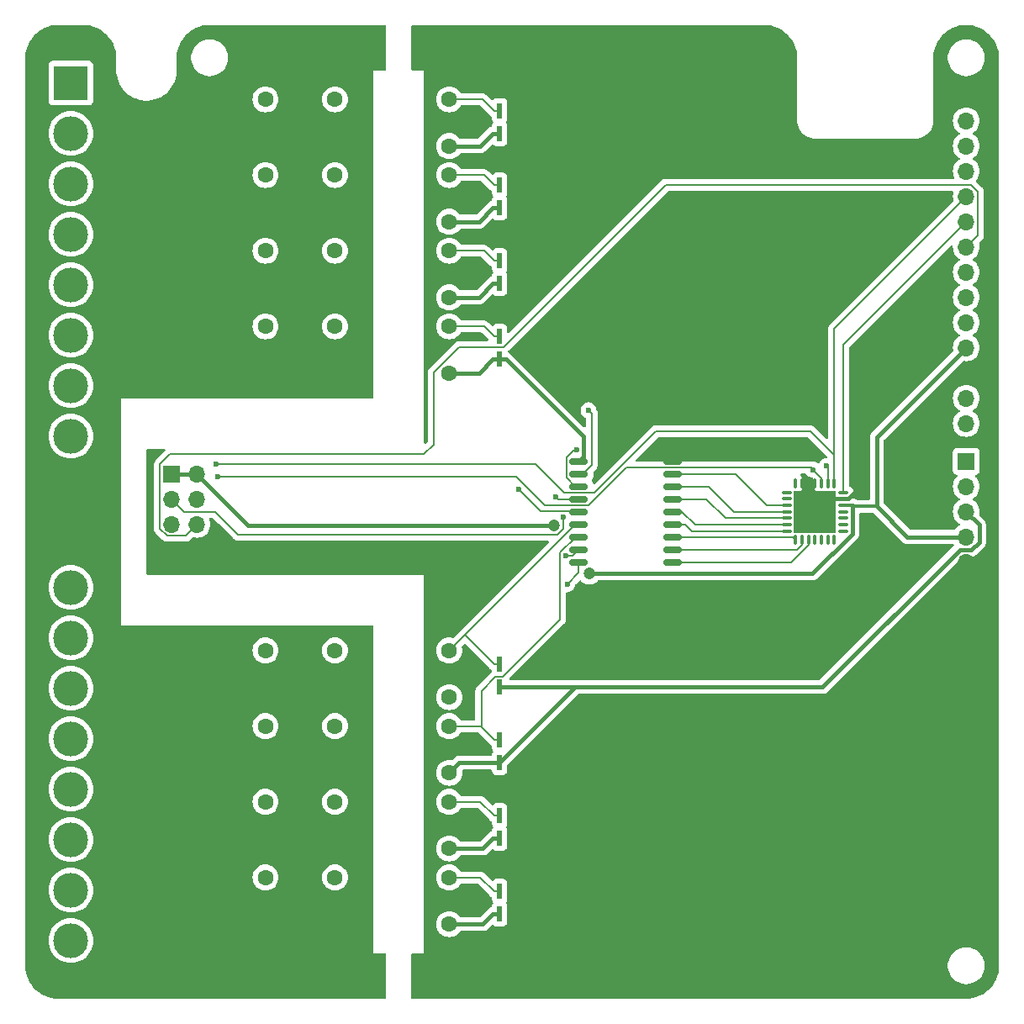
<source format=gbr>
%TF.GenerationSoftware,KiCad,Pcbnew,8.0.3-8.0.3-0~ubuntu22.04.1*%
%TF.CreationDate,2024-08-08T09:54:03+03:00*%
%TF.ProjectId,PM-RQ8,504d2d52-5138-42e6-9b69-6361645f7063,rev?*%
%TF.SameCoordinates,Original*%
%TF.FileFunction,Copper,L1,Top*%
%TF.FilePolarity,Positive*%
%FSLAX46Y46*%
G04 Gerber Fmt 4.6, Leading zero omitted, Abs format (unit mm)*
G04 Created by KiCad (PCBNEW 8.0.3-8.0.3-0~ubuntu22.04.1) date 2024-08-08 09:54:03*
%MOMM*%
%LPD*%
G01*
G04 APERTURE LIST*
G04 Aperture macros list*
%AMRoundRect*
0 Rectangle with rounded corners*
0 $1 Rounding radius*
0 $2 $3 $4 $5 $6 $7 $8 $9 X,Y pos of 4 corners*
0 Add a 4 corners polygon primitive as box body*
4,1,4,$2,$3,$4,$5,$6,$7,$8,$9,$2,$3,0*
0 Add four circle primitives for the rounded corners*
1,1,$1+$1,$2,$3*
1,1,$1+$1,$4,$5*
1,1,$1+$1,$6,$7*
1,1,$1+$1,$8,$9*
0 Add four rect primitives between the rounded corners*
20,1,$1+$1,$2,$3,$4,$5,0*
20,1,$1+$1,$4,$5,$6,$7,0*
20,1,$1+$1,$6,$7,$8,$9,0*
20,1,$1+$1,$8,$9,$2,$3,0*%
G04 Aperture macros list end*
%TA.AperFunction,SMDPad,CuDef*%
%ADD10R,0.533400X1.524000*%
%TD*%
%TA.AperFunction,ComponentPad*%
%ADD11C,1.608000*%
%TD*%
%TA.AperFunction,SMDPad,CuDef*%
%ADD12RoundRect,0.075000X0.437500X0.075000X-0.437500X0.075000X-0.437500X-0.075000X0.437500X-0.075000X0*%
%TD*%
%TA.AperFunction,SMDPad,CuDef*%
%ADD13RoundRect,0.075000X0.075000X0.437500X-0.075000X0.437500X-0.075000X-0.437500X0.075000X-0.437500X0*%
%TD*%
%TA.AperFunction,HeatsinkPad*%
%ADD14R,4.250000X4.250000*%
%TD*%
%TA.AperFunction,SMDPad,CuDef*%
%ADD15RoundRect,0.150000X0.800000X0.150000X-0.800000X0.150000X-0.800000X-0.150000X0.800000X-0.150000X0*%
%TD*%
%TA.AperFunction,ComponentPad*%
%ADD16R,3.500000X3.500000*%
%TD*%
%TA.AperFunction,ComponentPad*%
%ADD17C,3.500000*%
%TD*%
%TA.AperFunction,ComponentPad*%
%ADD18O,6.350000X6.350000*%
%TD*%
%TA.AperFunction,ComponentPad*%
%ADD19R,1.700000X1.700000*%
%TD*%
%TA.AperFunction,ComponentPad*%
%ADD20O,1.700000X1.700000*%
%TD*%
%TA.AperFunction,SMDPad,CuDef*%
%ADD21RoundRect,0.250000X-0.537500X-1.450000X0.537500X-1.450000X0.537500X1.450000X-0.537500X1.450000X0*%
%TD*%
%TA.AperFunction,ViaPad*%
%ADD22C,0.600000*%
%TD*%
%TA.AperFunction,ViaPad*%
%ADD23C,1.200000*%
%TD*%
%TA.AperFunction,Conductor*%
%ADD24C,0.400000*%
%TD*%
%TA.AperFunction,Conductor*%
%ADD25C,0.200000*%
%TD*%
%TA.AperFunction,Conductor*%
%ADD26C,0.300400*%
%TD*%
G04 APERTURE END LIST*
D10*
%TO.P,D4,1*%
%TO.N,/K4*%
X48260000Y-31877000D03*
%TO.P,D4,2*%
%TO.N,+5V*%
X48260000Y-34163000D03*
%TD*%
D11*
%TO.P,K4,1,1*%
%TO.N,/K4*%
X43180000Y-30860000D03*
%TO.P,K4,2,2*%
%TO.N,Net-(J10-Pin_8)*%
X31680000Y-30860000D03*
%TO.P,K4,3,3*%
%TO.N,Net-(J10-Pin_7)*%
X24680000Y-30860000D03*
%TO.P,K4,4,4*%
%TO.N,+5V*%
X43180000Y-35560000D03*
%TD*%
D12*
%TO.P,U6,1,GPB4*%
%TO.N,unconnected-(U6-GPB4-Pad1)*%
X82847500Y-51480000D03*
%TO.P,U6,2,GPB5*%
%TO.N,unconnected-(U6-GPB5-Pad2)*%
X82847500Y-50830000D03*
%TO.P,U6,3,GPB6*%
%TO.N,unconnected-(U6-GPB6-Pad3)*%
X82847500Y-50180000D03*
%TO.P,U6,4,GPB7*%
%TO.N,unconnected-(U6-GPB7-Pad4)*%
X82847500Y-49530000D03*
%TO.P,U6,5,VDD*%
%TO.N,+3.3V*%
X82847500Y-48880000D03*
%TO.P,U6,6,VSS*%
%TO.N,GND*%
X82847500Y-48230000D03*
%TO.P,U6,7,~{CS}*%
%TO.N,/CS1*%
X82847500Y-47580000D03*
D13*
%TO.P,U6,8,SCK*%
%TO.N,/SCK*%
X81960000Y-46692500D03*
%TO.P,U6,9,SI*%
%TO.N,/MOSI*%
X81310000Y-46692500D03*
%TO.P,U6,10,SO*%
%TO.N,/MISO*%
X80660000Y-46692500D03*
%TO.P,U6,11,A0*%
%TO.N,GND*%
X80010000Y-46692500D03*
%TO.P,U6,12,A1*%
X79360000Y-46692500D03*
%TO.P,U6,13,A2*%
X78710000Y-46692500D03*
%TO.P,U6,14,~{RESET}*%
%TO.N,unconnected-(U6-~{RESET}-Pad14)*%
X78060000Y-46692500D03*
D12*
%TO.P,U6,15,INTB*%
%TO.N,unconnected-(U6-INTB-Pad15)*%
X77172500Y-47580000D03*
%TO.P,U6,16,INTA*%
%TO.N,unconnected-(U6-INTA-Pad16)*%
X77172500Y-48230000D03*
%TO.P,U6,17,GPA0*%
%TO.N,/K1_exp*%
X77172500Y-48880000D03*
%TO.P,U6,18,GPA1*%
%TO.N,/K2_exp*%
X77172500Y-49530000D03*
%TO.P,U6,19,GPA2*%
%TO.N,/K3_exp*%
X77172500Y-50180000D03*
%TO.P,U6,20,GPA3*%
%TO.N,/K4_exp*%
X77172500Y-50830000D03*
%TO.P,U6,21,GPA4*%
%TO.N,/K5_exp*%
X77172500Y-51480000D03*
D13*
%TO.P,U6,22,GPA5*%
%TO.N,/K6_exp*%
X78060000Y-52367500D03*
%TO.P,U6,23,GPA6*%
%TO.N,/K7_exp*%
X78710000Y-52367500D03*
%TO.P,U6,24,GPA7*%
%TO.N,/K8_exp*%
X79360000Y-52367500D03*
%TO.P,U6,25,GPB0*%
%TO.N,unconnected-(U6-GPB0-Pad25)*%
X80010000Y-52367500D03*
%TO.P,U6,26,GPB1*%
%TO.N,unconnected-(U6-GPB1-Pad26)*%
X80660000Y-52367500D03*
%TO.P,U6,27,GPB2*%
%TO.N,unconnected-(U6-GPB2-Pad27)*%
X81310000Y-52367500D03*
%TO.P,U6,28,GPB3*%
%TO.N,unconnected-(U6-GPB3-Pad28)*%
X81960000Y-52367500D03*
D14*
%TO.P,U6,29,EP*%
%TO.N,GND*%
X80010000Y-49530000D03*
%TD*%
D15*
%TO.P,U1,1,I1*%
%TO.N,/K8_exp*%
X65685000Y-54610000D03*
%TO.P,U1,2,I2*%
%TO.N,/K7_exp*%
X65685000Y-53340000D03*
%TO.P,U1,3,I3*%
%TO.N,/K6_exp*%
X65685000Y-52070000D03*
%TO.P,U1,4,I4*%
%TO.N,/K5_exp*%
X65685000Y-50800000D03*
%TO.P,U1,5,I5*%
%TO.N,/K4_exp*%
X65685000Y-49530000D03*
%TO.P,U1,6,I6*%
%TO.N,/K3_exp*%
X65685000Y-48260000D03*
%TO.P,U1,7,I7*%
%TO.N,/K2_exp*%
X65685000Y-46990000D03*
%TO.P,U1,8,I8*%
%TO.N,/K1_exp*%
X65685000Y-45720000D03*
%TO.P,U1,9,GND*%
%TO.N,GND*%
X65685000Y-44450000D03*
%TO.P,U1,10,COM*%
%TO.N,+5V*%
X56235000Y-44450000D03*
%TO.P,U1,11,O8*%
%TO.N,/K1*%
X56235000Y-45720000D03*
%TO.P,U1,12,O7*%
%TO.N,/K2*%
X56235000Y-46990000D03*
%TO.P,U1,13,O6*%
%TO.N,/K3*%
X56235000Y-48260000D03*
%TO.P,U1,14,O5*%
%TO.N,/K4*%
X56235000Y-49530000D03*
%TO.P,U1,15,O4*%
%TO.N,/K5*%
X56235000Y-50800000D03*
%TO.P,U1,16,O3*%
%TO.N,/K6*%
X56235000Y-52070000D03*
%TO.P,U1,17,O2*%
%TO.N,/K7*%
X56235000Y-53340000D03*
%TO.P,U1,18,O1*%
%TO.N,/K8*%
X56235000Y-54610000D03*
%TD*%
D11*
%TO.P,K5,1,1*%
%TO.N,/K5*%
X43180000Y-63500000D03*
%TO.P,K5,2,2*%
%TO.N,Net-(J10-Pin_12)*%
X31680000Y-63500000D03*
%TO.P,K5,3,3*%
%TO.N,Net-(J10-Pin_11)*%
X24680000Y-63500000D03*
%TO.P,K5,4,4*%
%TO.N,+5V*%
X43180000Y-68200000D03*
%TD*%
D16*
%TO.P,J10,1,Pin_1*%
%TO.N,Net-(J10-Pin_1)*%
X5080000Y-6350000D03*
D17*
%TO.P,J10,2,Pin_2*%
%TO.N,Net-(J10-Pin_2)*%
X5080000Y-11430000D03*
%TO.P,J10,3,Pin_3*%
%TO.N,Net-(J10-Pin_3)*%
X5080000Y-16510000D03*
%TO.P,J10,4,Pin_4*%
%TO.N,Net-(J10-Pin_4)*%
X5080000Y-21590000D03*
%TO.P,J10,5,Pin_5*%
%TO.N,Net-(J10-Pin_5)*%
X5080000Y-26670000D03*
%TO.P,J10,6,Pin_6*%
%TO.N,Net-(J10-Pin_6)*%
X5080000Y-31750000D03*
%TO.P,J10,7,Pin_7*%
%TO.N,Net-(J10-Pin_7)*%
X5080000Y-36830000D03*
%TO.P,J10,8,Pin_8*%
%TO.N,Net-(J10-Pin_8)*%
X5080000Y-41910000D03*
%TO.P,J10,9,Pin_9*%
%TO.N,PE*%
X5080000Y-46990000D03*
%TO.P,J10,10,Pin_10*%
X5080000Y-52070000D03*
%TO.P,J10,11,Pin_11*%
%TO.N,Net-(J10-Pin_11)*%
X5080000Y-57150000D03*
%TO.P,J10,12,Pin_12*%
%TO.N,Net-(J10-Pin_12)*%
X5080000Y-62230000D03*
%TO.P,J10,13,Pin_13*%
%TO.N,Net-(J10-Pin_13)*%
X5080000Y-67310000D03*
%TO.P,J10,14,Pin_14*%
%TO.N,Net-(J10-Pin_14)*%
X5080000Y-72390000D03*
%TO.P,J10,15,Pin_15*%
%TO.N,Net-(J10-Pin_15)*%
X5080000Y-77470000D03*
%TO.P,J10,16,Pin_16*%
%TO.N,Net-(J10-Pin_16)*%
X5080000Y-82550000D03*
%TO.P,J10,17,Pin_17*%
%TO.N,Net-(J10-Pin_17)*%
X5080000Y-87630000D03*
%TO.P,J10,18,Pin_18*%
%TO.N,Net-(J10-Pin_18)*%
X5080000Y-92710000D03*
%TD*%
D11*
%TO.P,K6,1,1*%
%TO.N,/K6*%
X43180000Y-71120000D03*
%TO.P,K6,2,2*%
%TO.N,Net-(J10-Pin_14)*%
X31680000Y-71120000D03*
%TO.P,K6,3,3*%
%TO.N,Net-(J10-Pin_13)*%
X24680000Y-71120000D03*
%TO.P,K6,4,4*%
%TO.N,+5V*%
X43180000Y-75820000D03*
%TD*%
%TO.P,K8,1,1*%
%TO.N,/K8*%
X43180000Y-86360000D03*
%TO.P,K8,2,2*%
%TO.N,Net-(J10-Pin_18)*%
X31680000Y-86360000D03*
%TO.P,K8,3,3*%
%TO.N,Net-(J10-Pin_17)*%
X24680000Y-86360000D03*
%TO.P,K8,4,4*%
%TO.N,+5V*%
X43180000Y-91060000D03*
%TD*%
%TO.P,K1,1,1*%
%TO.N,/K1*%
X43180000Y-8000000D03*
%TO.P,K1,2,2*%
%TO.N,Net-(J10-Pin_2)*%
X31680000Y-8000000D03*
%TO.P,K1,3,3*%
%TO.N,Net-(J10-Pin_1)*%
X24680000Y-8000000D03*
%TO.P,K1,4,4*%
%TO.N,+5V*%
X43180000Y-12700000D03*
%TD*%
D10*
%TO.P,D8,1*%
%TO.N,/K8*%
X48260000Y-87757000D03*
%TO.P,D8,2*%
%TO.N,+5V*%
X48260000Y-90043000D03*
%TD*%
%TO.P,D1,1*%
%TO.N,/K1*%
X48260000Y-9144000D03*
%TO.P,D1,2*%
%TO.N,+5V*%
X48260000Y-11430000D03*
%TD*%
D11*
%TO.P,K7,1,1*%
%TO.N,/K7*%
X43180000Y-78740000D03*
%TO.P,K7,2,2*%
%TO.N,Net-(J10-Pin_16)*%
X31680000Y-78740000D03*
%TO.P,K7,3,3*%
%TO.N,Net-(J10-Pin_15)*%
X24680000Y-78740000D03*
%TO.P,K7,4,4*%
%TO.N,+5V*%
X43180000Y-83440000D03*
%TD*%
D10*
%TO.P,D5,1*%
%TO.N,/K5*%
X48260000Y-64897000D03*
%TO.P,D5,2*%
%TO.N,+5V*%
X48260000Y-67183000D03*
%TD*%
%TO.P,D3,1*%
%TO.N,/K3*%
X48260000Y-24257000D03*
%TO.P,D3,2*%
%TO.N,+5V*%
X48260000Y-26543000D03*
%TD*%
D18*
%TO.P,PE1,1*%
%TO.N,PE*%
X19050000Y-95250000D03*
%TD*%
D19*
%TO.P,J1,1,1*%
%TO.N,+3.3V*%
X15240000Y-45720000D03*
D20*
%TO.P,J1,2,2*%
X17780000Y-45720000D03*
%TO.P,J1,3,3*%
%TO.N,/MOSI*%
X15240000Y-48260000D03*
%TO.P,J1,4,4*%
%TO.N,/SCK*%
X17780000Y-48260000D03*
%TO.P,J1,5,5*%
%TO.N,/MISO*%
X15240000Y-50800000D03*
%TO.P,J1,6,6*%
%TO.N,/CS2*%
X17780000Y-50800000D03*
%TO.P,J1,7,7*%
%TO.N,GND*%
X15240000Y-53340000D03*
%TO.P,J1,8,8*%
X17780000Y-53340000D03*
%TD*%
D11*
%TO.P,K3,1,1*%
%TO.N,/K3*%
X43180000Y-23240000D03*
%TO.P,K3,2,2*%
%TO.N,Net-(J10-Pin_6)*%
X31680000Y-23240000D03*
%TO.P,K3,3,3*%
%TO.N,Net-(J10-Pin_5)*%
X24680000Y-23240000D03*
%TO.P,K3,4,4*%
%TO.N,+5V*%
X43180000Y-27940000D03*
%TD*%
%TO.P,K2,1,1*%
%TO.N,/K2*%
X43180000Y-15620000D03*
%TO.P,K2,2,2*%
%TO.N,Net-(J10-Pin_4)*%
X31680000Y-15620000D03*
%TO.P,K2,3,3*%
%TO.N,Net-(J10-Pin_3)*%
X24680000Y-15620000D03*
%TO.P,K2,4,4*%
%TO.N,+5V*%
X43180000Y-20320000D03*
%TD*%
D21*
%TO.P,C1,1*%
%TO.N,PE*%
X35962500Y-96520000D03*
%TO.P,C1,2*%
%TO.N,GND*%
X40237500Y-96520000D03*
%TD*%
D19*
%TO.P,J2,1,Pin_1*%
%TO.N,/SDA*%
X95250000Y-44450000D03*
D20*
%TO.P,J2,2,Pin_2*%
%TO.N,/SCL*%
X95250000Y-46990000D03*
%TO.P,J2,3,Pin_3*%
%TO.N,+5V*%
X95250000Y-49530000D03*
%TO.P,J2,4,Pin_4*%
%TO.N,+3.3V*%
X95250000Y-52070000D03*
%TO.P,J2,5,Pin_5*%
%TO.N,GND*%
X95250000Y-54610000D03*
%TD*%
D10*
%TO.P,D7,1*%
%TO.N,/K7*%
X48260000Y-80137000D03*
%TO.P,D7,2*%
%TO.N,+5V*%
X48260000Y-82423000D03*
%TD*%
%TO.P,D6,1*%
%TO.N,/K6*%
X48260000Y-72517000D03*
%TO.P,D6,2*%
%TO.N,+5V*%
X48260000Y-74803000D03*
%TD*%
%TO.P,D2,1*%
%TO.N,/K2*%
X48260000Y-16637000D03*
%TO.P,D2,2*%
%TO.N,+5V*%
X48260000Y-18923000D03*
%TD*%
D20*
%TO.P,PM1,1,NC*%
%TO.N,unconnected-(PM1-NC-Pad1)*%
X95250000Y-10160000D03*
%TO.P,PM1,2,GPIO2*%
%TO.N,/MOSI*%
X95250000Y-12700000D03*
%TO.P,PM1,3,GPIO3*%
%TO.N,/MISO*%
X95250000Y-15240000D03*
%TO.P,PM1,4,GPIO9*%
%TO.N,/SCK*%
X95250000Y-17780000D03*
%TO.P,PM1,5,GPIO8*%
%TO.N,/CS1*%
X95250000Y-20320000D03*
%TO.P,PM1,6,GPIO7*%
%TO.N,/CS2*%
X95250000Y-22860000D03*
%TO.P,PM1,7,GPIO6*%
%TO.N,unconnected-(PM1-GPIO6-Pad7)*%
X95250000Y-25400000D03*
%TO.P,PM1,8,GPIO5*%
%TO.N,unconnected-(PM1-GPIO5-Pad8)*%
X95250000Y-27940000D03*
%TO.P,PM1,9,GPIO4*%
%TO.N,unconnected-(PM1-GPIO4-Pad9)*%
X95250000Y-30480000D03*
%TO.P,PM1,10,+3.3V*%
%TO.N,+3.3V*%
X95250000Y-33020000D03*
%TO.P,PM1,11,GND*%
%TO.N,GND*%
X95250000Y-35560000D03*
%TO.P,PM1,12,SDA*%
%TO.N,/SDA*%
X95250000Y-38100000D03*
%TO.P,PM1,13,SCL*%
%TO.N,/SCL*%
X95250000Y-40640000D03*
%TO.P,PM1,14,GND*%
%TO.N,GND*%
X68580000Y-2540000D03*
%TD*%
D22*
%TO.N,GND*%
X71120000Y-27940000D03*
X68580000Y-30480000D03*
X71120000Y-43180000D03*
X71120000Y-60960000D03*
X71120000Y-63500000D03*
X68580000Y-27940000D03*
X68580000Y-63500000D03*
X81280000Y-50800000D03*
X45720000Y-53340000D03*
X71120000Y-30480000D03*
X68580000Y-60960000D03*
X78740000Y-50800000D03*
X45720000Y-55880000D03*
%TO.N,/K7*%
X54946000Y-53993000D03*
%TO.N,/K3*%
X53889200Y-48021100D03*
%TO.N,/K8*%
X55073900Y-56827000D03*
%TO.N,/K4*%
X50168200Y-47244100D03*
%TO.N,/K1*%
X57215000Y-39310200D03*
%TO.N,/K2*%
X56040000Y-43261300D03*
D23*
%TO.N,+3.3V*%
X57290500Y-55744000D03*
X53717400Y-50888000D03*
D22*
%TO.N,/MOSI*%
X54669700Y-50092000D03*
X81203000Y-44933000D03*
%TO.N,/MISO*%
X79817000Y-45293600D03*
X19905600Y-46001600D03*
%TO.N,/SCK*%
X19740200Y-44714400D03*
%TD*%
D24*
%TO.N,GND*%
X83384000Y-48230000D02*
X84582000Y-47031800D01*
X78710000Y-48230000D02*
X80010000Y-49530000D01*
X82847500Y-48230000D02*
X81310000Y-48230000D01*
X84582000Y-47031800D02*
X84582000Y-44704000D01*
X81280000Y-48260000D02*
X80010000Y-49530000D01*
X81310000Y-48230000D02*
X80010000Y-49530000D01*
X79360000Y-48880000D02*
X80010000Y-49530000D01*
X81310000Y-48230000D02*
X81280000Y-48260000D01*
X82848000Y-48230000D02*
X83384000Y-48230000D01*
D25*
%TO.N,/K7*%
X56235000Y-53340000D02*
X55582300Y-53993000D01*
X55582300Y-53993000D02*
X54946000Y-53993000D01*
X47691600Y-80137000D02*
X46294600Y-78740000D01*
X48260000Y-80137000D02*
X47691600Y-80137000D01*
X46294600Y-78740000D02*
X43180000Y-78740000D01*
%TO.N,/K3*%
X46674600Y-23240000D02*
X47691600Y-24257000D01*
X53889200Y-48019500D02*
X53889200Y-48021100D01*
X47691600Y-24257000D02*
X48260000Y-24257000D01*
X54129700Y-48260000D02*
X53889200Y-48019500D01*
X56235000Y-48260000D02*
X54129700Y-48260000D01*
X43180000Y-23240000D02*
X46674600Y-23240000D01*
%TO.N,/K5*%
X47691600Y-64897000D02*
X48260000Y-64897000D01*
X44737300Y-61943000D02*
X43180000Y-63500000D01*
X55880000Y-50800000D02*
X56235000Y-50800000D01*
X44737300Y-61943000D02*
X47691600Y-64897000D01*
X44737300Y-61943000D02*
X55880000Y-50800000D01*
%TO.N,/CS2*%
X14050100Y-51239000D02*
X14762900Y-51952000D01*
X48651700Y-32940700D02*
X44167200Y-32940700D01*
X95744000Y-16617600D02*
X64974800Y-16617600D01*
X40633100Y-43720900D02*
X15084900Y-43720900D01*
X95250000Y-22860000D02*
X96403000Y-21706800D01*
X44167200Y-32940700D02*
X41597700Y-35510200D01*
X64974800Y-16617600D02*
X48651700Y-32940700D01*
X14762900Y-51952000D02*
X16628000Y-51952000D01*
X41597700Y-42756300D02*
X40633100Y-43720900D01*
X96403000Y-21706800D02*
X96403000Y-17276400D01*
X41597700Y-35510200D02*
X41597700Y-42756300D01*
X96403000Y-17276400D02*
X95744000Y-16617600D01*
X15084900Y-43720900D02*
X14050100Y-44755700D01*
X16628000Y-51952000D02*
X17780000Y-50800000D01*
X14050100Y-44755700D02*
X14050100Y-51239000D01*
%TO.N,/K6*%
X43180000Y-71120000D02*
X46416700Y-71120000D01*
X54344300Y-60358000D02*
X48583200Y-66119000D01*
X54344300Y-53628000D02*
X54344300Y-60358000D01*
X48583200Y-66119000D02*
X47847500Y-66119000D01*
X46416700Y-67550000D02*
X46416700Y-71120000D01*
X47691600Y-72517000D02*
X46416700Y-71242000D01*
X55901800Y-52070000D02*
X54344300Y-53628000D01*
X47847500Y-66119000D02*
X46416700Y-67550000D01*
X48260000Y-72517000D02*
X47691600Y-72517000D01*
X56235000Y-52070000D02*
X55901800Y-52070000D01*
X46416700Y-71242000D02*
X46416700Y-71120000D01*
%TO.N,/K8*%
X46294600Y-86360000D02*
X47691600Y-87757000D01*
X47691600Y-87757000D02*
X48260000Y-87757000D01*
X56235000Y-54610000D02*
X56235000Y-55666000D01*
X56235000Y-55666000D02*
X55073900Y-56827000D01*
X43180000Y-86360000D02*
X46294600Y-86360000D01*
%TO.N,/K4*%
X48260000Y-31877000D02*
X47691600Y-31877000D01*
X47691600Y-31877000D02*
X46674600Y-30860000D01*
X46674600Y-30860000D02*
X43180000Y-30860000D01*
X56195000Y-49490000D02*
X52414100Y-49490000D01*
X56235000Y-49530000D02*
X56195000Y-49490000D01*
X52414100Y-49490000D02*
X50168200Y-47244100D01*
%TO.N,/K1*%
X56616400Y-45720000D02*
X57534700Y-44801700D01*
X47691600Y-9144000D02*
X48260000Y-9144000D01*
X56235000Y-45720000D02*
X56616400Y-45720000D01*
X57534700Y-44801700D02*
X57534700Y-39629900D01*
X46547600Y-8000000D02*
X47691600Y-9144000D01*
X57534700Y-39629900D02*
X57215000Y-39310200D01*
X43180000Y-8000000D02*
X46547600Y-8000000D01*
%TO.N,/K2*%
X54982700Y-44085500D02*
X55806900Y-43261300D01*
X54982700Y-46119100D02*
X54982700Y-44085500D01*
X55806900Y-43261300D02*
X56040000Y-43261300D01*
X55853600Y-46990000D02*
X54982700Y-46119100D01*
X46674600Y-15620000D02*
X47691600Y-16637000D01*
X43180000Y-15620000D02*
X46674600Y-15620000D01*
X47691600Y-16637000D02*
X48260000Y-16637000D01*
X56235000Y-46990000D02*
X55853600Y-46990000D01*
D24*
%TO.N,+5V*%
X48260000Y-67183000D02*
X48928400Y-67183000D01*
X47591600Y-26543000D02*
X48260000Y-26543000D01*
X46194600Y-27940000D02*
X47591600Y-26543000D01*
X43180000Y-27940000D02*
X46194600Y-27940000D01*
X43180000Y-83440000D02*
X46574600Y-83440000D01*
X48260000Y-74803000D02*
X44197000Y-74803000D01*
X43180000Y-35560000D02*
X46194600Y-35560000D01*
X44197000Y-74803000D02*
X43180000Y-75820000D01*
X47591600Y-90043000D02*
X46574600Y-91060000D01*
X48260000Y-74803000D02*
X55880000Y-67183000D01*
X96540000Y-50820000D02*
X95250000Y-49530000D01*
X46574600Y-83440000D02*
X47591600Y-82423000D01*
X46574600Y-91060000D02*
X43180000Y-91060000D01*
X43180000Y-12700000D02*
X46321600Y-12700000D01*
X46194600Y-35560000D02*
X47591600Y-34163000D01*
X96540000Y-52568000D02*
X96540000Y-50820000D01*
X95768000Y-53340000D02*
X96540000Y-52568000D01*
X80777000Y-67183000D02*
X94620000Y-53340000D01*
X46194600Y-20320000D02*
X47591600Y-18923000D01*
X47591600Y-11430000D02*
X48260000Y-11430000D01*
X48260000Y-90043000D02*
X47591600Y-90043000D01*
X43180000Y-20320000D02*
X46194600Y-20320000D01*
X94620000Y-53340000D02*
X95768000Y-53340000D01*
X48928400Y-34163000D02*
X48260000Y-34163000D01*
X47591600Y-82423000D02*
X48260000Y-82423000D01*
X56741800Y-41976400D02*
X48928400Y-34163000D01*
X47591600Y-34163000D02*
X48260000Y-34163000D01*
X46321600Y-12700000D02*
X47591600Y-11430000D01*
X56741800Y-43943200D02*
X56741800Y-41976400D01*
X48928400Y-67183000D02*
X80777000Y-67183000D01*
X56235000Y-44450000D02*
X56741800Y-43943200D01*
X55880000Y-67183000D02*
X57404000Y-67183000D01*
X47591600Y-18923000D02*
X48260000Y-18923000D01*
D25*
%TO.N,/CS1*%
X82847500Y-40593300D02*
X82847500Y-47580000D01*
X82848000Y-47580000D02*
X82848000Y-40592800D01*
X82848000Y-40592800D02*
X82848000Y-32722000D01*
X82848000Y-32722000D02*
X95250000Y-20320000D01*
X82848000Y-40592800D02*
X82847500Y-40593300D01*
D24*
%TO.N,+3.3V*%
X83801000Y-51716000D02*
X83801000Y-48979500D01*
X15240000Y-45720000D02*
X17780000Y-45720000D01*
X86243000Y-48979500D02*
X89334000Y-52070000D01*
X57290500Y-55744000D02*
X79772000Y-55744000D01*
X79772000Y-55744000D02*
X83801000Y-51716000D01*
X95250000Y-33020000D02*
X86243000Y-42026800D01*
D26*
X83801000Y-48880000D02*
X82848000Y-48880000D01*
D24*
X22948000Y-50888000D02*
X17780000Y-45720000D01*
X86243000Y-42026800D02*
X86243000Y-48979500D01*
D26*
X86243000Y-48979500D02*
X83801000Y-48979500D01*
D24*
X83801000Y-48880000D02*
X83801000Y-48979500D01*
X89334000Y-52070000D02*
X95250000Y-52070000D01*
X53717400Y-50888000D02*
X22948000Y-50888000D01*
D25*
%TO.N,/MOSI*%
X81310000Y-46692500D02*
X81310000Y-45040000D01*
X16510000Y-49530000D02*
X15240000Y-48260000D01*
X54669700Y-51256000D02*
X54103600Y-51822000D01*
X21893700Y-51822000D02*
X19602000Y-49530000D01*
X54669700Y-50092000D02*
X54669700Y-51256000D01*
X81310000Y-45040000D02*
X81203000Y-44933000D01*
X19602000Y-49530000D02*
X16510000Y-49530000D01*
X54103600Y-51822000D02*
X21893700Y-51822000D01*
%TO.N,/MISO*%
X80660000Y-46137000D02*
X80660000Y-46692500D01*
X19905600Y-46001600D02*
X20459400Y-46001600D01*
X49890200Y-46003100D02*
X52782100Y-48895000D01*
X61061400Y-45085000D02*
X79608000Y-45085000D01*
X52782100Y-48895000D02*
X57251400Y-48895000D01*
X79608000Y-45085000D02*
X79817000Y-45293600D01*
X79817000Y-45293600D02*
X80660000Y-46137000D01*
X20459400Y-46001600D02*
X20460900Y-46003100D01*
X20460900Y-46003100D02*
X49890200Y-46003100D01*
X57251400Y-48895000D02*
X61061400Y-45085000D01*
%TO.N,/SCK*%
X81960000Y-31070000D02*
X81960000Y-43821500D01*
X81960000Y-43821500D02*
X81960000Y-46692500D01*
X95250000Y-17780000D02*
X81960000Y-31070000D01*
X51877600Y-44714400D02*
X19740200Y-44714400D01*
X63994700Y-41402000D02*
X57771700Y-47625000D01*
X81960000Y-43821500D02*
X79540000Y-41402000D01*
X54788200Y-47625000D02*
X51877600Y-44714400D01*
X79540000Y-41402000D02*
X63994700Y-41402000D01*
X57771700Y-47625000D02*
X54788200Y-47625000D01*
%TO.N,/K8_exp*%
X79360000Y-52368000D02*
X79360000Y-52367500D01*
X65685000Y-54610000D02*
X77606000Y-54610000D01*
X77606000Y-54610000D02*
X79360000Y-52856000D01*
X79360000Y-52856000D02*
X79360000Y-52368000D01*
%TO.N,/K4_exp*%
X65685000Y-49530000D02*
X66649800Y-49530000D01*
X77172000Y-50830000D02*
X77172500Y-50830000D01*
X67949800Y-50830000D02*
X77172000Y-50830000D01*
X66649800Y-49530000D02*
X67949800Y-50830000D01*
%TO.N,/K7_exp*%
X78224000Y-53340000D02*
X78710000Y-52854000D01*
X78710000Y-52368000D02*
X78710000Y-52367500D01*
X78710000Y-52854000D02*
X78710000Y-52368000D01*
X65685000Y-53340000D02*
X78224000Y-53340000D01*
%TO.N,/K1_exp*%
X77172000Y-48880000D02*
X77172500Y-48880000D01*
X72040000Y-45720000D02*
X75200000Y-48880000D01*
X65685000Y-45720000D02*
X72040000Y-45720000D01*
X75200000Y-48880000D02*
X77172000Y-48880000D01*
%TO.N,/K6_exp*%
X77911000Y-52219000D02*
X78060000Y-52368000D01*
X65685000Y-52070000D02*
X77762000Y-52070000D01*
X77762000Y-52070000D02*
X77911000Y-52219000D01*
X77911500Y-52219000D02*
X78060000Y-52367500D01*
X77911000Y-52219000D02*
X77911500Y-52219000D01*
%TO.N,/K2_exp*%
X69340300Y-46990000D02*
X71880300Y-49530000D01*
X71880300Y-49530000D02*
X77172000Y-49530000D01*
X65685000Y-46990000D02*
X69340300Y-46990000D01*
X77172000Y-49530000D02*
X77172500Y-49530000D01*
%TO.N,/K3_exp*%
X77172000Y-50180000D02*
X71019900Y-50180000D01*
X77172000Y-50180000D02*
X77172500Y-50180000D01*
X69099900Y-48260000D02*
X65685000Y-48260000D01*
X71019900Y-50180000D02*
X69099900Y-48260000D01*
%TO.N,/K5_exp*%
X66947900Y-50800000D02*
X67627900Y-51480000D01*
X77172000Y-51480000D02*
X77172500Y-51480000D01*
X65685000Y-50800000D02*
X66947900Y-50800000D01*
X67627900Y-51480000D02*
X77172000Y-51480000D01*
%TD*%
%TA.AperFunction,Conductor*%
%TO.N,PE*%
G36*
X6353243Y-500669D02*
G01*
X6689450Y-518290D01*
X6702358Y-519647D01*
X7031677Y-571806D01*
X7044342Y-574497D01*
X7366422Y-660798D01*
X7378749Y-664803D01*
X7690038Y-784296D01*
X7701873Y-789565D01*
X7998976Y-940947D01*
X8010191Y-947423D01*
X8289832Y-1129023D01*
X8300313Y-1136638D01*
X8559441Y-1346475D01*
X8569086Y-1355160D01*
X8804839Y-1590913D01*
X8813524Y-1600558D01*
X9023359Y-1859683D01*
X9030978Y-1870171D01*
X9212573Y-2149802D01*
X9219055Y-2161029D01*
X9348834Y-2415733D01*
X9370429Y-2458115D01*
X9375708Y-2469972D01*
X9495193Y-2781241D01*
X9499204Y-2793586D01*
X9585498Y-3115642D01*
X9588196Y-3128337D01*
X9640352Y-3457641D01*
X9641709Y-3470549D01*
X9659330Y-3806756D01*
X9659500Y-3813246D01*
X9659500Y-5239342D01*
X9692812Y-5556295D01*
X9692813Y-5556296D01*
X9759070Y-5868014D01*
X9759071Y-5868015D01*
X9759072Y-5868019D01*
X9857553Y-6171113D01*
X9924540Y-6321569D01*
X9987178Y-6462257D01*
X9987181Y-6462262D01*
X10146520Y-6738246D01*
X10146520Y-6738247D01*
X10333851Y-6996083D01*
X10429267Y-7102052D01*
X10547091Y-7232909D01*
X10659670Y-7334275D01*
X10783916Y-7446148D01*
X10783922Y-7446152D01*
X10783925Y-7446155D01*
X10929784Y-7552128D01*
X11041753Y-7633479D01*
X11221443Y-7737223D01*
X11317747Y-7792824D01*
X11608887Y-7922447D01*
X11911981Y-8020928D01*
X11911984Y-8020928D01*
X11911985Y-8020929D01*
X11954934Y-8030058D01*
X12223708Y-8087188D01*
X12540654Y-8120500D01*
X12540658Y-8120500D01*
X12859342Y-8120500D01*
X12859346Y-8120500D01*
X13176292Y-8087188D01*
X13488019Y-8020928D01*
X13552435Y-7999998D01*
X23370517Y-7999998D01*
X23370517Y-8000001D01*
X23390410Y-8227383D01*
X23390412Y-8227394D01*
X23449485Y-8447862D01*
X23449487Y-8447866D01*
X23449488Y-8447870D01*
X23497721Y-8551306D01*
X23545953Y-8654741D01*
X23545955Y-8654745D01*
X23676872Y-8841712D01*
X23676881Y-8841722D01*
X23838277Y-9003118D01*
X23838287Y-9003127D01*
X24025254Y-9134044D01*
X24025258Y-9134046D01*
X24232130Y-9230512D01*
X24452611Y-9289589D01*
X24615031Y-9303799D01*
X24679998Y-9309483D01*
X24680000Y-9309483D01*
X24680002Y-9309483D01*
X24736847Y-9304509D01*
X24907389Y-9289589D01*
X25127870Y-9230512D01*
X25334742Y-9134046D01*
X25521719Y-9003122D01*
X25683122Y-8841719D01*
X25814046Y-8654742D01*
X25910512Y-8447870D01*
X25969589Y-8227389D01*
X25989483Y-8000000D01*
X25989483Y-7999998D01*
X30370517Y-7999998D01*
X30370517Y-8000001D01*
X30390410Y-8227383D01*
X30390412Y-8227394D01*
X30449485Y-8447862D01*
X30449487Y-8447866D01*
X30449488Y-8447870D01*
X30497721Y-8551306D01*
X30545953Y-8654741D01*
X30545955Y-8654745D01*
X30676872Y-8841712D01*
X30676881Y-8841722D01*
X30838277Y-9003118D01*
X30838287Y-9003127D01*
X31025254Y-9134044D01*
X31025258Y-9134046D01*
X31232130Y-9230512D01*
X31452611Y-9289589D01*
X31615031Y-9303799D01*
X31679998Y-9309483D01*
X31680000Y-9309483D01*
X31680002Y-9309483D01*
X31736847Y-9304509D01*
X31907389Y-9289589D01*
X32127870Y-9230512D01*
X32334742Y-9134046D01*
X32521719Y-9003122D01*
X32683122Y-8841719D01*
X32814046Y-8654742D01*
X32910512Y-8447870D01*
X32969589Y-8227389D01*
X32989483Y-8000000D01*
X32969589Y-7772611D01*
X32910512Y-7552130D01*
X32814046Y-7345259D01*
X32814044Y-7345255D01*
X32683121Y-7158280D01*
X32521722Y-6996881D01*
X32521712Y-6996872D01*
X32334745Y-6865955D01*
X32334741Y-6865953D01*
X32231306Y-6817721D01*
X32127870Y-6769488D01*
X32127866Y-6769487D01*
X32127862Y-6769485D01*
X31907394Y-6710412D01*
X31907390Y-6710411D01*
X31907389Y-6710411D01*
X31907388Y-6710410D01*
X31907383Y-6710410D01*
X31680002Y-6690517D01*
X31679998Y-6690517D01*
X31452616Y-6710410D01*
X31452605Y-6710412D01*
X31232137Y-6769485D01*
X31232128Y-6769489D01*
X31025259Y-6865953D01*
X31025255Y-6865955D01*
X30838280Y-6996878D01*
X30676878Y-7158280D01*
X30545955Y-7345255D01*
X30545953Y-7345259D01*
X30449489Y-7552128D01*
X30449485Y-7552137D01*
X30390412Y-7772605D01*
X30390410Y-7772616D01*
X30370517Y-7999998D01*
X25989483Y-7999998D01*
X25969589Y-7772611D01*
X25910512Y-7552130D01*
X25814046Y-7345259D01*
X25814044Y-7345255D01*
X25683121Y-7158280D01*
X25521722Y-6996881D01*
X25521712Y-6996872D01*
X25334745Y-6865955D01*
X25334741Y-6865953D01*
X25231306Y-6817721D01*
X25127870Y-6769488D01*
X25127866Y-6769487D01*
X25127862Y-6769485D01*
X24907394Y-6710412D01*
X24907390Y-6710411D01*
X24907389Y-6710411D01*
X24907388Y-6710410D01*
X24907383Y-6710410D01*
X24680002Y-6690517D01*
X24679998Y-6690517D01*
X24452616Y-6710410D01*
X24452605Y-6710412D01*
X24232137Y-6769485D01*
X24232128Y-6769489D01*
X24025259Y-6865953D01*
X24025255Y-6865955D01*
X23838280Y-6996878D01*
X23676878Y-7158280D01*
X23545955Y-7345255D01*
X23545953Y-7345259D01*
X23449489Y-7552128D01*
X23449485Y-7552137D01*
X23390412Y-7772605D01*
X23390410Y-7772616D01*
X23370517Y-7999998D01*
X13552435Y-7999998D01*
X13791113Y-7922447D01*
X14082253Y-7792824D01*
X14358246Y-7633479D01*
X14358247Y-7633479D01*
X14406502Y-7598418D01*
X14616075Y-7446155D01*
X14852909Y-7232909D01*
X15065432Y-6996878D01*
X15066148Y-6996083D01*
X15066148Y-6996081D01*
X15066155Y-6996075D01*
X15253478Y-6738248D01*
X15412824Y-6462253D01*
X15542447Y-6171113D01*
X15640928Y-5868019D01*
X15707188Y-5556292D01*
X15740500Y-5239346D01*
X15740500Y-5080000D01*
X15740500Y-5014108D01*
X15740500Y-3813246D01*
X15740670Y-3806756D01*
X15743953Y-3744108D01*
X15746856Y-3688711D01*
X17199500Y-3688711D01*
X17199500Y-3931288D01*
X17231161Y-4171785D01*
X17293947Y-4406104D01*
X17386773Y-4630205D01*
X17386776Y-4630212D01*
X17508064Y-4840289D01*
X17508066Y-4840292D01*
X17508067Y-4840293D01*
X17655733Y-5032736D01*
X17655739Y-5032743D01*
X17827256Y-5204260D01*
X17827263Y-5204266D01*
X17917082Y-5273186D01*
X18019711Y-5351936D01*
X18229788Y-5473224D01*
X18453900Y-5566054D01*
X18688211Y-5628838D01*
X18868586Y-5652584D01*
X18928711Y-5660500D01*
X18928712Y-5660500D01*
X19171289Y-5660500D01*
X19219388Y-5654167D01*
X19411789Y-5628838D01*
X19646100Y-5566054D01*
X19870212Y-5473224D01*
X20080289Y-5351936D01*
X20272738Y-5204265D01*
X20444265Y-5032738D01*
X20591936Y-4840289D01*
X20713224Y-4630212D01*
X20806054Y-4406100D01*
X20868838Y-4171789D01*
X20900500Y-3931288D01*
X20900500Y-3688712D01*
X20868838Y-3448211D01*
X20806054Y-3213900D01*
X20713224Y-2989788D01*
X20591936Y-2779711D01*
X20444265Y-2587262D01*
X20444260Y-2587256D01*
X20272743Y-2415739D01*
X20272736Y-2415733D01*
X20080293Y-2268067D01*
X20080292Y-2268066D01*
X20080289Y-2268064D01*
X19894909Y-2161035D01*
X19870214Y-2146777D01*
X19870205Y-2146773D01*
X19646104Y-2053947D01*
X19411785Y-1991161D01*
X19171289Y-1959500D01*
X19171288Y-1959500D01*
X18928712Y-1959500D01*
X18928711Y-1959500D01*
X18688214Y-1991161D01*
X18453895Y-2053947D01*
X18229794Y-2146773D01*
X18229785Y-2146777D01*
X18019706Y-2268067D01*
X17827263Y-2415733D01*
X17827256Y-2415739D01*
X17655739Y-2587256D01*
X17655733Y-2587263D01*
X17508067Y-2779706D01*
X17386777Y-2989785D01*
X17386773Y-2989794D01*
X17293947Y-3213895D01*
X17231161Y-3448214D01*
X17199500Y-3688711D01*
X15746856Y-3688711D01*
X15758290Y-3470547D01*
X15759647Y-3457641D01*
X15761141Y-3448211D01*
X15811806Y-3128318D01*
X15814496Y-3115661D01*
X15900799Y-2793571D01*
X15904801Y-2781256D01*
X16024298Y-2469954D01*
X16029561Y-2458133D01*
X16180951Y-2161014D01*
X16187417Y-2149816D01*
X16369029Y-1870158D01*
X16376631Y-1859695D01*
X16586483Y-1600548D01*
X16595150Y-1590923D01*
X16830923Y-1355150D01*
X16840548Y-1346483D01*
X17099695Y-1136631D01*
X17110158Y-1129029D01*
X17389816Y-947417D01*
X17401014Y-940951D01*
X17698133Y-789561D01*
X17709954Y-784298D01*
X18021256Y-664801D01*
X18033571Y-660799D01*
X18355661Y-574496D01*
X18368318Y-571806D01*
X18697643Y-519646D01*
X18710547Y-518290D01*
X19046756Y-500669D01*
X19053246Y-500500D01*
X36706000Y-500500D01*
X36773039Y-520185D01*
X36818794Y-572989D01*
X36830000Y-624500D01*
X36830000Y-4956000D01*
X36810315Y-5023039D01*
X36757511Y-5068794D01*
X36706000Y-5080000D01*
X35560000Y-5080000D01*
X35560000Y-37976000D01*
X35540315Y-38043039D01*
X35487511Y-38088794D01*
X35436000Y-38100000D01*
X10160000Y-38100000D01*
X10160000Y-60960000D01*
X35436000Y-60960000D01*
X35503039Y-60979685D01*
X35548794Y-61032489D01*
X35560000Y-61084000D01*
X35560000Y-93980000D01*
X36706000Y-93980000D01*
X36773039Y-93999685D01*
X36818794Y-94052489D01*
X36830000Y-94104000D01*
X36830000Y-98435500D01*
X36810315Y-98502539D01*
X36757511Y-98548294D01*
X36706000Y-98559500D01*
X3813246Y-98559500D01*
X3806756Y-98559330D01*
X3470549Y-98541709D01*
X3457641Y-98540352D01*
X3128337Y-98488196D01*
X3115642Y-98485498D01*
X2793586Y-98399204D01*
X2781241Y-98395193D01*
X2469972Y-98275708D01*
X2458115Y-98270429D01*
X2161029Y-98119055D01*
X2149802Y-98112573D01*
X1870171Y-97930978D01*
X1859683Y-97923359D01*
X1600558Y-97713524D01*
X1590913Y-97704839D01*
X1355160Y-97469086D01*
X1346475Y-97459441D01*
X1257648Y-97349749D01*
X1136638Y-97200313D01*
X1129023Y-97189832D01*
X947423Y-96910191D01*
X940947Y-96898976D01*
X789565Y-96601873D01*
X784296Y-96590038D01*
X664803Y-96278749D01*
X660798Y-96266422D01*
X574497Y-95944342D01*
X571806Y-95931677D01*
X519647Y-95602358D01*
X518290Y-95589450D01*
X500670Y-95253243D01*
X500500Y-95246753D01*
X500500Y-92709992D01*
X2824671Y-92709992D01*
X2824671Y-92710007D01*
X2843964Y-93004363D01*
X2843965Y-93004373D01*
X2843966Y-93004380D01*
X2843968Y-93004390D01*
X2901518Y-93293716D01*
X2901521Y-93293730D01*
X2996349Y-93573080D01*
X3126825Y-93837660D01*
X3126829Y-93837667D01*
X3290725Y-94082955D01*
X3485241Y-94304758D01*
X3707043Y-94499273D01*
X3952335Y-94663172D01*
X4216923Y-94793652D01*
X4496278Y-94888481D01*
X4785620Y-94946034D01*
X4813888Y-94947886D01*
X5079993Y-94965329D01*
X5080000Y-94965329D01*
X5080007Y-94965329D01*
X5315675Y-94949881D01*
X5374380Y-94946034D01*
X5663722Y-94888481D01*
X5943077Y-94793652D01*
X6207665Y-94663172D01*
X6452957Y-94499273D01*
X6674758Y-94304758D01*
X6869273Y-94082957D01*
X7033172Y-93837665D01*
X7163652Y-93573077D01*
X7258481Y-93293722D01*
X7316034Y-93004380D01*
X7335329Y-92710000D01*
X7335329Y-92709992D01*
X7316035Y-92415636D01*
X7316034Y-92415620D01*
X7258481Y-92126278D01*
X7163652Y-91846923D01*
X7033172Y-91582336D01*
X6869273Y-91337043D01*
X6826655Y-91288447D01*
X6674758Y-91115241D01*
X6452955Y-90920725D01*
X6207667Y-90756829D01*
X6207660Y-90756825D01*
X5943080Y-90626349D01*
X5663730Y-90531521D01*
X5663724Y-90531519D01*
X5663722Y-90531519D01*
X5374380Y-90473966D01*
X5374373Y-90473965D01*
X5374363Y-90473964D01*
X5080007Y-90454671D01*
X5079993Y-90454671D01*
X4785636Y-90473964D01*
X4785624Y-90473965D01*
X4785620Y-90473966D01*
X4785612Y-90473967D01*
X4785609Y-90473968D01*
X4496283Y-90531518D01*
X4496269Y-90531521D01*
X4216919Y-90626349D01*
X3952334Y-90756828D01*
X3707041Y-90920728D01*
X3485241Y-91115241D01*
X3290728Y-91337041D01*
X3126828Y-91582334D01*
X2996349Y-91846919D01*
X2901521Y-92126269D01*
X2901518Y-92126283D01*
X2843968Y-92415609D01*
X2843964Y-92415636D01*
X2824671Y-92709992D01*
X500500Y-92709992D01*
X500500Y-87629992D01*
X2824671Y-87629992D01*
X2824671Y-87630007D01*
X2843964Y-87924363D01*
X2843965Y-87924373D01*
X2843966Y-87924380D01*
X2843968Y-87924390D01*
X2901518Y-88213716D01*
X2901521Y-88213730D01*
X2996349Y-88493080D01*
X3126825Y-88757660D01*
X3126829Y-88757667D01*
X3290725Y-89002955D01*
X3485241Y-89224758D01*
X3707043Y-89419273D01*
X3952335Y-89583172D01*
X4216923Y-89713652D01*
X4496278Y-89808481D01*
X4785620Y-89866034D01*
X4813888Y-89867886D01*
X5079993Y-89885329D01*
X5080000Y-89885329D01*
X5080007Y-89885329D01*
X5315675Y-89869881D01*
X5374380Y-89866034D01*
X5663722Y-89808481D01*
X5943077Y-89713652D01*
X6207665Y-89583172D01*
X6452957Y-89419273D01*
X6674758Y-89224758D01*
X6869273Y-89002957D01*
X7033172Y-88757665D01*
X7163652Y-88493077D01*
X7258481Y-88213722D01*
X7316034Y-87924380D01*
X7334045Y-87649589D01*
X7335329Y-87630007D01*
X7335329Y-87629992D01*
X7316035Y-87335636D01*
X7316034Y-87335620D01*
X7258481Y-87046278D01*
X7163652Y-86766923D01*
X7033172Y-86502336D01*
X6938065Y-86359998D01*
X23370517Y-86359998D01*
X23370517Y-86360001D01*
X23390410Y-86587383D01*
X23390412Y-86587394D01*
X23449485Y-86807862D01*
X23449487Y-86807866D01*
X23449488Y-86807870D01*
X23497721Y-86911306D01*
X23545953Y-87014741D01*
X23545955Y-87014745D01*
X23676872Y-87201712D01*
X23676881Y-87201722D01*
X23838277Y-87363118D01*
X23838287Y-87363127D01*
X24025254Y-87494044D01*
X24025258Y-87494046D01*
X24232130Y-87590512D01*
X24452611Y-87649589D01*
X24615031Y-87663799D01*
X24679998Y-87669483D01*
X24680000Y-87669483D01*
X24680002Y-87669483D01*
X24736847Y-87664509D01*
X24907389Y-87649589D01*
X25127870Y-87590512D01*
X25334742Y-87494046D01*
X25521719Y-87363122D01*
X25683122Y-87201719D01*
X25814046Y-87014742D01*
X25910512Y-86807870D01*
X25969589Y-86587389D01*
X25989483Y-86360000D01*
X25989483Y-86359998D01*
X30370517Y-86359998D01*
X30370517Y-86360001D01*
X30390410Y-86587383D01*
X30390412Y-86587394D01*
X30449485Y-86807862D01*
X30449487Y-86807866D01*
X30449488Y-86807870D01*
X30497721Y-86911306D01*
X30545953Y-87014741D01*
X30545955Y-87014745D01*
X30676872Y-87201712D01*
X30676881Y-87201722D01*
X30838277Y-87363118D01*
X30838287Y-87363127D01*
X31025254Y-87494044D01*
X31025258Y-87494046D01*
X31232130Y-87590512D01*
X31452611Y-87649589D01*
X31615031Y-87663799D01*
X31679998Y-87669483D01*
X31680000Y-87669483D01*
X31680002Y-87669483D01*
X31736847Y-87664509D01*
X31907389Y-87649589D01*
X32127870Y-87590512D01*
X32334742Y-87494046D01*
X32521719Y-87363122D01*
X32683122Y-87201719D01*
X32814046Y-87014742D01*
X32910512Y-86807870D01*
X32969589Y-86587389D01*
X32989483Y-86360000D01*
X32969589Y-86132611D01*
X32910512Y-85912130D01*
X32814046Y-85705259D01*
X32814044Y-85705255D01*
X32718781Y-85569208D01*
X32683122Y-85518281D01*
X32521719Y-85356878D01*
X32521717Y-85356876D01*
X32521712Y-85356872D01*
X32334745Y-85225955D01*
X32334741Y-85225953D01*
X32231306Y-85177721D01*
X32127870Y-85129488D01*
X32127866Y-85129487D01*
X32127862Y-85129485D01*
X31907394Y-85070412D01*
X31907390Y-85070411D01*
X31907389Y-85070411D01*
X31907388Y-85070410D01*
X31907383Y-85070410D01*
X31680002Y-85050517D01*
X31679998Y-85050517D01*
X31452616Y-85070410D01*
X31452605Y-85070412D01*
X31232137Y-85129485D01*
X31232128Y-85129489D01*
X31025259Y-85225953D01*
X31025255Y-85225955D01*
X30838280Y-85356878D01*
X30676878Y-85518280D01*
X30545955Y-85705255D01*
X30545953Y-85705259D01*
X30449489Y-85912128D01*
X30449485Y-85912137D01*
X30390412Y-86132605D01*
X30390410Y-86132616D01*
X30370517Y-86359998D01*
X25989483Y-86359998D01*
X25969589Y-86132611D01*
X25910512Y-85912130D01*
X25814046Y-85705259D01*
X25814044Y-85705255D01*
X25718781Y-85569208D01*
X25683122Y-85518281D01*
X25521719Y-85356878D01*
X25521717Y-85356876D01*
X25521712Y-85356872D01*
X25334745Y-85225955D01*
X25334741Y-85225953D01*
X25231306Y-85177721D01*
X25127870Y-85129488D01*
X25127866Y-85129487D01*
X25127862Y-85129485D01*
X24907394Y-85070412D01*
X24907390Y-85070411D01*
X24907389Y-85070411D01*
X24907388Y-85070410D01*
X24907383Y-85070410D01*
X24680002Y-85050517D01*
X24679998Y-85050517D01*
X24452616Y-85070410D01*
X24452605Y-85070412D01*
X24232137Y-85129485D01*
X24232128Y-85129489D01*
X24025259Y-85225953D01*
X24025255Y-85225955D01*
X23838280Y-85356878D01*
X23676878Y-85518280D01*
X23545955Y-85705255D01*
X23545953Y-85705259D01*
X23449489Y-85912128D01*
X23449485Y-85912137D01*
X23390412Y-86132605D01*
X23390410Y-86132616D01*
X23370517Y-86359998D01*
X6938065Y-86359998D01*
X6869273Y-86257043D01*
X6760149Y-86132611D01*
X6674758Y-86035241D01*
X6452955Y-85840725D01*
X6207667Y-85676829D01*
X6207660Y-85676825D01*
X5943080Y-85546349D01*
X5663730Y-85451521D01*
X5663724Y-85451519D01*
X5663722Y-85451519D01*
X5374380Y-85393966D01*
X5374373Y-85393965D01*
X5374363Y-85393964D01*
X5080007Y-85374671D01*
X5079993Y-85374671D01*
X4785636Y-85393964D01*
X4785624Y-85393965D01*
X4785620Y-85393966D01*
X4785612Y-85393967D01*
X4785609Y-85393968D01*
X4496283Y-85451518D01*
X4496269Y-85451521D01*
X4216919Y-85546349D01*
X3952334Y-85676828D01*
X3707041Y-85840728D01*
X3485241Y-86035241D01*
X3290728Y-86257041D01*
X3126828Y-86502334D01*
X2996349Y-86766919D01*
X2901521Y-87046269D01*
X2901518Y-87046283D01*
X2843968Y-87335609D01*
X2843964Y-87335636D01*
X2824671Y-87629992D01*
X500500Y-87629992D01*
X500500Y-82549992D01*
X2824671Y-82549992D01*
X2824671Y-82550007D01*
X2843964Y-82844363D01*
X2843965Y-82844373D01*
X2843966Y-82844380D01*
X2843968Y-82844390D01*
X2901518Y-83133716D01*
X2901521Y-83133730D01*
X2996349Y-83413080D01*
X3126825Y-83677660D01*
X3126829Y-83677667D01*
X3290725Y-83922955D01*
X3485241Y-84144758D01*
X3707043Y-84339273D01*
X3952335Y-84503172D01*
X4216923Y-84633652D01*
X4496278Y-84728481D01*
X4785620Y-84786034D01*
X4813888Y-84787886D01*
X5079993Y-84805329D01*
X5080000Y-84805329D01*
X5080007Y-84805329D01*
X5315675Y-84789881D01*
X5374380Y-84786034D01*
X5663722Y-84728481D01*
X5943077Y-84633652D01*
X6207665Y-84503172D01*
X6452957Y-84339273D01*
X6674758Y-84144758D01*
X6869273Y-83922957D01*
X7033172Y-83677665D01*
X7163652Y-83413077D01*
X7258481Y-83133722D01*
X7316034Y-82844380D01*
X7335329Y-82550000D01*
X7335329Y-82549992D01*
X7316035Y-82255636D01*
X7316034Y-82255620D01*
X7258481Y-81966278D01*
X7163652Y-81686923D01*
X7033172Y-81422336D01*
X6869273Y-81177043D01*
X6826655Y-81128447D01*
X6674758Y-80955241D01*
X6452955Y-80760725D01*
X6207667Y-80596829D01*
X6207660Y-80596825D01*
X5943080Y-80466349D01*
X5663730Y-80371521D01*
X5663724Y-80371519D01*
X5663722Y-80371519D01*
X5374380Y-80313966D01*
X5374373Y-80313965D01*
X5374363Y-80313964D01*
X5080007Y-80294671D01*
X5079993Y-80294671D01*
X4785636Y-80313964D01*
X4785624Y-80313965D01*
X4785620Y-80313966D01*
X4785612Y-80313967D01*
X4785609Y-80313968D01*
X4496283Y-80371518D01*
X4496269Y-80371521D01*
X4216919Y-80466349D01*
X3952334Y-80596828D01*
X3707041Y-80760728D01*
X3485241Y-80955241D01*
X3290728Y-81177041D01*
X3126828Y-81422334D01*
X2996349Y-81686919D01*
X2901521Y-81966269D01*
X2901518Y-81966283D01*
X2843968Y-82255609D01*
X2843964Y-82255636D01*
X2824671Y-82549992D01*
X500500Y-82549992D01*
X500500Y-77469992D01*
X2824671Y-77469992D01*
X2824671Y-77470007D01*
X2843964Y-77764363D01*
X2843965Y-77764373D01*
X2843966Y-77764380D01*
X2843968Y-77764390D01*
X2901518Y-78053716D01*
X2901521Y-78053730D01*
X2996349Y-78333080D01*
X3126825Y-78597660D01*
X3126829Y-78597667D01*
X3290725Y-78842955D01*
X3485241Y-79064758D01*
X3707044Y-79259274D01*
X3909791Y-79394745D01*
X3952335Y-79423172D01*
X4216923Y-79553652D01*
X4496278Y-79648481D01*
X4785620Y-79706034D01*
X4813888Y-79707886D01*
X5079993Y-79725329D01*
X5080000Y-79725329D01*
X5080007Y-79725329D01*
X5315675Y-79709881D01*
X5374380Y-79706034D01*
X5663722Y-79648481D01*
X5943077Y-79553652D01*
X6207665Y-79423172D01*
X6452957Y-79259273D01*
X6674758Y-79064758D01*
X6869273Y-78842957D01*
X6938068Y-78739998D01*
X23370517Y-78739998D01*
X23370517Y-78740001D01*
X23390410Y-78967383D01*
X23390412Y-78967394D01*
X23449485Y-79187862D01*
X23449487Y-79187866D01*
X23449488Y-79187870D01*
X23482784Y-79259273D01*
X23545953Y-79394741D01*
X23545955Y-79394745D01*
X23676872Y-79581712D01*
X23676881Y-79581722D01*
X23838277Y-79743118D01*
X23838287Y-79743127D01*
X24025254Y-79874044D01*
X24025258Y-79874046D01*
X24232130Y-79970512D01*
X24452611Y-80029589D01*
X24615031Y-80043799D01*
X24679998Y-80049483D01*
X24680000Y-80049483D01*
X24680002Y-80049483D01*
X24736847Y-80044509D01*
X24907389Y-80029589D01*
X25127870Y-79970512D01*
X25334742Y-79874046D01*
X25521719Y-79743122D01*
X25683122Y-79581719D01*
X25814046Y-79394742D01*
X25910512Y-79187870D01*
X25969589Y-78967389D01*
X25989483Y-78740000D01*
X25989483Y-78739998D01*
X30370517Y-78739998D01*
X30370517Y-78740001D01*
X30390410Y-78967383D01*
X30390412Y-78967394D01*
X30449485Y-79187862D01*
X30449487Y-79187866D01*
X30449488Y-79187870D01*
X30482784Y-79259273D01*
X30545953Y-79394741D01*
X30545955Y-79394745D01*
X30676872Y-79581712D01*
X30676881Y-79581722D01*
X30838277Y-79743118D01*
X30838287Y-79743127D01*
X31025254Y-79874044D01*
X31025258Y-79874046D01*
X31232130Y-79970512D01*
X31452611Y-80029589D01*
X31615031Y-80043799D01*
X31679998Y-80049483D01*
X31680000Y-80049483D01*
X31680002Y-80049483D01*
X31736847Y-80044509D01*
X31907389Y-80029589D01*
X32127870Y-79970512D01*
X32334742Y-79874046D01*
X32521719Y-79743122D01*
X32683122Y-79581719D01*
X32814046Y-79394742D01*
X32910512Y-79187870D01*
X32969589Y-78967389D01*
X32989483Y-78740000D01*
X32969589Y-78512611D01*
X32910512Y-78292130D01*
X32814046Y-78085259D01*
X32814044Y-78085255D01*
X32683121Y-77898280D01*
X32521722Y-77736881D01*
X32521712Y-77736872D01*
X32334745Y-77605955D01*
X32334741Y-77605953D01*
X32231306Y-77557721D01*
X32127870Y-77509488D01*
X32127866Y-77509487D01*
X32127862Y-77509485D01*
X31907394Y-77450412D01*
X31907390Y-77450411D01*
X31907389Y-77450411D01*
X31907388Y-77450410D01*
X31907383Y-77450410D01*
X31680002Y-77430517D01*
X31679998Y-77430517D01*
X31452616Y-77450410D01*
X31452605Y-77450412D01*
X31232137Y-77509485D01*
X31232128Y-77509489D01*
X31025259Y-77605953D01*
X31025255Y-77605955D01*
X30838280Y-77736878D01*
X30676878Y-77898280D01*
X30545955Y-78085255D01*
X30545953Y-78085259D01*
X30449489Y-78292128D01*
X30449485Y-78292137D01*
X30390412Y-78512605D01*
X30390410Y-78512616D01*
X30370517Y-78739998D01*
X25989483Y-78739998D01*
X25969589Y-78512611D01*
X25910512Y-78292130D01*
X25814046Y-78085259D01*
X25814044Y-78085255D01*
X25683121Y-77898280D01*
X25521722Y-77736881D01*
X25521712Y-77736872D01*
X25334745Y-77605955D01*
X25334741Y-77605953D01*
X25231306Y-77557721D01*
X25127870Y-77509488D01*
X25127866Y-77509487D01*
X25127862Y-77509485D01*
X24907394Y-77450412D01*
X24907390Y-77450411D01*
X24907389Y-77450411D01*
X24907388Y-77450410D01*
X24907383Y-77450410D01*
X24680002Y-77430517D01*
X24679998Y-77430517D01*
X24452616Y-77450410D01*
X24452605Y-77450412D01*
X24232137Y-77509485D01*
X24232128Y-77509489D01*
X24025259Y-77605953D01*
X24025255Y-77605955D01*
X23838280Y-77736878D01*
X23676878Y-77898280D01*
X23545955Y-78085255D01*
X23545953Y-78085259D01*
X23449489Y-78292128D01*
X23449485Y-78292137D01*
X23390412Y-78512605D01*
X23390410Y-78512616D01*
X23370517Y-78739998D01*
X6938068Y-78739998D01*
X7033172Y-78597665D01*
X7163652Y-78333077D01*
X7258481Y-78053722D01*
X7316034Y-77764380D01*
X7335329Y-77470000D01*
X7335329Y-77469992D01*
X7316035Y-77175636D01*
X7316034Y-77175620D01*
X7258481Y-76886278D01*
X7163652Y-76606923D01*
X7033172Y-76342336D01*
X6869273Y-76097043D01*
X6826655Y-76048447D01*
X6674758Y-75875241D01*
X6452955Y-75680725D01*
X6207667Y-75516829D01*
X6207660Y-75516825D01*
X5943080Y-75386349D01*
X5663730Y-75291521D01*
X5663724Y-75291519D01*
X5663722Y-75291519D01*
X5374380Y-75233966D01*
X5374373Y-75233965D01*
X5374363Y-75233964D01*
X5080007Y-75214671D01*
X5079993Y-75214671D01*
X4785636Y-75233964D01*
X4785624Y-75233965D01*
X4785620Y-75233966D01*
X4785612Y-75233967D01*
X4785609Y-75233968D01*
X4496283Y-75291518D01*
X4496269Y-75291521D01*
X4216919Y-75386349D01*
X3952334Y-75516828D01*
X3707041Y-75680728D01*
X3485241Y-75875241D01*
X3290728Y-76097041D01*
X3126828Y-76342334D01*
X2996349Y-76606919D01*
X2901521Y-76886269D01*
X2901518Y-76886283D01*
X2843968Y-77175609D01*
X2843964Y-77175636D01*
X2824671Y-77469992D01*
X500500Y-77469992D01*
X500500Y-72389992D01*
X2824671Y-72389992D01*
X2824671Y-72390007D01*
X2843964Y-72684363D01*
X2843965Y-72684373D01*
X2843966Y-72684380D01*
X2843968Y-72684390D01*
X2901518Y-72973716D01*
X2901521Y-72973730D01*
X2996349Y-73253080D01*
X3126825Y-73517660D01*
X3126829Y-73517667D01*
X3290725Y-73762955D01*
X3485241Y-73984758D01*
X3707043Y-74179273D01*
X3952335Y-74343172D01*
X4216923Y-74473652D01*
X4496278Y-74568481D01*
X4785620Y-74626034D01*
X4813888Y-74627886D01*
X5079993Y-74645329D01*
X5080000Y-74645329D01*
X5080007Y-74645329D01*
X5315675Y-74629881D01*
X5374380Y-74626034D01*
X5663722Y-74568481D01*
X5943077Y-74473652D01*
X6207665Y-74343172D01*
X6452957Y-74179273D01*
X6674758Y-73984758D01*
X6869273Y-73762957D01*
X7033172Y-73517665D01*
X7163652Y-73253077D01*
X7258481Y-72973722D01*
X7316034Y-72684380D01*
X7334045Y-72409589D01*
X7335329Y-72390007D01*
X7335329Y-72389992D01*
X7316035Y-72095636D01*
X7316034Y-72095620D01*
X7258481Y-71806278D01*
X7163652Y-71526923D01*
X7033172Y-71262336D01*
X6938065Y-71119998D01*
X23370517Y-71119998D01*
X23370517Y-71120001D01*
X23390410Y-71347383D01*
X23390412Y-71347394D01*
X23449485Y-71567862D01*
X23449487Y-71567866D01*
X23449488Y-71567870D01*
X23497721Y-71671306D01*
X23545953Y-71774741D01*
X23545955Y-71774745D01*
X23676872Y-71961712D01*
X23676881Y-71961722D01*
X23838277Y-72123118D01*
X23838287Y-72123127D01*
X24025254Y-72254044D01*
X24025258Y-72254046D01*
X24232130Y-72350512D01*
X24452611Y-72409589D01*
X24615031Y-72423799D01*
X24679998Y-72429483D01*
X24680000Y-72429483D01*
X24680002Y-72429483D01*
X24736847Y-72424509D01*
X24907389Y-72409589D01*
X25127870Y-72350512D01*
X25334742Y-72254046D01*
X25521719Y-72123122D01*
X25683122Y-71961719D01*
X25814046Y-71774742D01*
X25910512Y-71567870D01*
X25969589Y-71347389D01*
X25989483Y-71120000D01*
X25989483Y-71119998D01*
X30370517Y-71119998D01*
X30370517Y-71120001D01*
X30390410Y-71347383D01*
X30390412Y-71347394D01*
X30449485Y-71567862D01*
X30449487Y-71567866D01*
X30449488Y-71567870D01*
X30497721Y-71671306D01*
X30545953Y-71774741D01*
X30545955Y-71774745D01*
X30676872Y-71961712D01*
X30676881Y-71961722D01*
X30838277Y-72123118D01*
X30838287Y-72123127D01*
X31025254Y-72254044D01*
X31025258Y-72254046D01*
X31232130Y-72350512D01*
X31452611Y-72409589D01*
X31615031Y-72423799D01*
X31679998Y-72429483D01*
X31680000Y-72429483D01*
X31680002Y-72429483D01*
X31736847Y-72424509D01*
X31907389Y-72409589D01*
X32127870Y-72350512D01*
X32334742Y-72254046D01*
X32521719Y-72123122D01*
X32683122Y-71961719D01*
X32814046Y-71774742D01*
X32910512Y-71567870D01*
X32969589Y-71347389D01*
X32989483Y-71120000D01*
X32969589Y-70892611D01*
X32910512Y-70672130D01*
X32814046Y-70465259D01*
X32814044Y-70465255D01*
X32718781Y-70329208D01*
X32683122Y-70278281D01*
X32521719Y-70116878D01*
X32521717Y-70116876D01*
X32521712Y-70116872D01*
X32334745Y-69985955D01*
X32334741Y-69985953D01*
X32231306Y-69937721D01*
X32127870Y-69889488D01*
X32127866Y-69889487D01*
X32127862Y-69889485D01*
X31907394Y-69830412D01*
X31907390Y-69830411D01*
X31907389Y-69830411D01*
X31907388Y-69830410D01*
X31907383Y-69830410D01*
X31680002Y-69810517D01*
X31679998Y-69810517D01*
X31452616Y-69830410D01*
X31452605Y-69830412D01*
X31232137Y-69889485D01*
X31232128Y-69889489D01*
X31025259Y-69985953D01*
X31025255Y-69985955D01*
X30838280Y-70116878D01*
X30676878Y-70278280D01*
X30545955Y-70465255D01*
X30545953Y-70465259D01*
X30449489Y-70672128D01*
X30449485Y-70672137D01*
X30390412Y-70892605D01*
X30390410Y-70892616D01*
X30370517Y-71119998D01*
X25989483Y-71119998D01*
X25969589Y-70892611D01*
X25910512Y-70672130D01*
X25814046Y-70465259D01*
X25814044Y-70465255D01*
X25718781Y-70329208D01*
X25683122Y-70278281D01*
X25521719Y-70116878D01*
X25521717Y-70116876D01*
X25521712Y-70116872D01*
X25334745Y-69985955D01*
X25334741Y-69985953D01*
X25231306Y-69937721D01*
X25127870Y-69889488D01*
X25127866Y-69889487D01*
X25127862Y-69889485D01*
X24907394Y-69830412D01*
X24907390Y-69830411D01*
X24907389Y-69830411D01*
X24907388Y-69830410D01*
X24907383Y-69830410D01*
X24680002Y-69810517D01*
X24679998Y-69810517D01*
X24452616Y-69830410D01*
X24452605Y-69830412D01*
X24232137Y-69889485D01*
X24232128Y-69889489D01*
X24025259Y-69985953D01*
X24025255Y-69985955D01*
X23838280Y-70116878D01*
X23676878Y-70278280D01*
X23545955Y-70465255D01*
X23545953Y-70465259D01*
X23449489Y-70672128D01*
X23449485Y-70672137D01*
X23390412Y-70892605D01*
X23390410Y-70892616D01*
X23370517Y-71119998D01*
X6938065Y-71119998D01*
X6869273Y-71017043D01*
X6760149Y-70892611D01*
X6674758Y-70795241D01*
X6452955Y-70600725D01*
X6207667Y-70436829D01*
X6207660Y-70436825D01*
X5943080Y-70306349D01*
X5663730Y-70211521D01*
X5663724Y-70211519D01*
X5663722Y-70211519D01*
X5374380Y-70153966D01*
X5374373Y-70153965D01*
X5374363Y-70153964D01*
X5080007Y-70134671D01*
X5079993Y-70134671D01*
X4785636Y-70153964D01*
X4785624Y-70153965D01*
X4785620Y-70153966D01*
X4785612Y-70153967D01*
X4785609Y-70153968D01*
X4496283Y-70211518D01*
X4496269Y-70211521D01*
X4216919Y-70306349D01*
X3952334Y-70436828D01*
X3707041Y-70600728D01*
X3485241Y-70795241D01*
X3290728Y-71017041D01*
X3126828Y-71262334D01*
X2996349Y-71526919D01*
X2901521Y-71806269D01*
X2901518Y-71806283D01*
X2843968Y-72095609D01*
X2843964Y-72095636D01*
X2824671Y-72389992D01*
X500500Y-72389992D01*
X500500Y-67309992D01*
X2824671Y-67309992D01*
X2824671Y-67310007D01*
X2843964Y-67604363D01*
X2843965Y-67604373D01*
X2843966Y-67604380D01*
X2843968Y-67604390D01*
X2901518Y-67893716D01*
X2901521Y-67893730D01*
X2996349Y-68173080D01*
X3126825Y-68437660D01*
X3126829Y-68437667D01*
X3290725Y-68682955D01*
X3485241Y-68904758D01*
X3707043Y-69099273D01*
X3952335Y-69263172D01*
X4216923Y-69393652D01*
X4496278Y-69488481D01*
X4785620Y-69546034D01*
X4813888Y-69547886D01*
X5079993Y-69565329D01*
X5080000Y-69565329D01*
X5080007Y-69565329D01*
X5315675Y-69549881D01*
X5374380Y-69546034D01*
X5663722Y-69488481D01*
X5943077Y-69393652D01*
X6207665Y-69263172D01*
X6452957Y-69099273D01*
X6674758Y-68904758D01*
X6869273Y-68682957D01*
X7033172Y-68437665D01*
X7163652Y-68173077D01*
X7258481Y-67893722D01*
X7316034Y-67604380D01*
X7335329Y-67310000D01*
X7335329Y-67309992D01*
X7316035Y-67015636D01*
X7316034Y-67015620D01*
X7258481Y-66726278D01*
X7163652Y-66446923D01*
X7033172Y-66182336D01*
X6869273Y-65937043D01*
X6826655Y-65888447D01*
X6674758Y-65715241D01*
X6452955Y-65520725D01*
X6207667Y-65356829D01*
X6207660Y-65356825D01*
X5943080Y-65226349D01*
X5663730Y-65131521D01*
X5663724Y-65131519D01*
X5663722Y-65131519D01*
X5374380Y-65073966D01*
X5374373Y-65073965D01*
X5374363Y-65073964D01*
X5080007Y-65054671D01*
X5079993Y-65054671D01*
X4785636Y-65073964D01*
X4785624Y-65073965D01*
X4785620Y-65073966D01*
X4785612Y-65073967D01*
X4785609Y-65073968D01*
X4496283Y-65131518D01*
X4496269Y-65131521D01*
X4216919Y-65226349D01*
X3952334Y-65356828D01*
X3707041Y-65520728D01*
X3485241Y-65715241D01*
X3290728Y-65937041D01*
X3126828Y-66182334D01*
X2996349Y-66446919D01*
X2901521Y-66726269D01*
X2901518Y-66726283D01*
X2843968Y-67015609D01*
X2843964Y-67015636D01*
X2824671Y-67309992D01*
X500500Y-67309992D01*
X500500Y-62229992D01*
X2824671Y-62229992D01*
X2824671Y-62230007D01*
X2843964Y-62524363D01*
X2843965Y-62524373D01*
X2843966Y-62524380D01*
X2843968Y-62524390D01*
X2901518Y-62813716D01*
X2901521Y-62813730D01*
X2996349Y-63093080D01*
X3126825Y-63357660D01*
X3126829Y-63357667D01*
X3290725Y-63602955D01*
X3485241Y-63824758D01*
X3707044Y-64019274D01*
X3909791Y-64154745D01*
X3952335Y-64183172D01*
X4216923Y-64313652D01*
X4496278Y-64408481D01*
X4785620Y-64466034D01*
X4813888Y-64467886D01*
X5079993Y-64485329D01*
X5080000Y-64485329D01*
X5080007Y-64485329D01*
X5315675Y-64469881D01*
X5374380Y-64466034D01*
X5663722Y-64408481D01*
X5943077Y-64313652D01*
X6207665Y-64183172D01*
X6452957Y-64019273D01*
X6674758Y-63824758D01*
X6869273Y-63602957D01*
X6938068Y-63499998D01*
X23370517Y-63499998D01*
X23370517Y-63500001D01*
X23390410Y-63727383D01*
X23390412Y-63727394D01*
X23449485Y-63947862D01*
X23449487Y-63947866D01*
X23449488Y-63947870D01*
X23482784Y-64019273D01*
X23545953Y-64154741D01*
X23545955Y-64154745D01*
X23676872Y-64341712D01*
X23676881Y-64341722D01*
X23838277Y-64503118D01*
X23838287Y-64503127D01*
X24025254Y-64634044D01*
X24025258Y-64634046D01*
X24232130Y-64730512D01*
X24452611Y-64789589D01*
X24615031Y-64803799D01*
X24679998Y-64809483D01*
X24680000Y-64809483D01*
X24680002Y-64809483D01*
X24736847Y-64804509D01*
X24907389Y-64789589D01*
X25127870Y-64730512D01*
X25334742Y-64634046D01*
X25521719Y-64503122D01*
X25683122Y-64341719D01*
X25814046Y-64154742D01*
X25910512Y-63947870D01*
X25969589Y-63727389D01*
X25989483Y-63500000D01*
X25989483Y-63499998D01*
X30370517Y-63499998D01*
X30370517Y-63500001D01*
X30390410Y-63727383D01*
X30390412Y-63727394D01*
X30449485Y-63947862D01*
X30449487Y-63947866D01*
X30449488Y-63947870D01*
X30482784Y-64019273D01*
X30545953Y-64154741D01*
X30545955Y-64154745D01*
X30676872Y-64341712D01*
X30676881Y-64341722D01*
X30838277Y-64503118D01*
X30838287Y-64503127D01*
X31025254Y-64634044D01*
X31025258Y-64634046D01*
X31232130Y-64730512D01*
X31452611Y-64789589D01*
X31615031Y-64803799D01*
X31679998Y-64809483D01*
X31680000Y-64809483D01*
X31680002Y-64809483D01*
X31736847Y-64804509D01*
X31907389Y-64789589D01*
X32127870Y-64730512D01*
X32334742Y-64634046D01*
X32521719Y-64503122D01*
X32683122Y-64341719D01*
X32814046Y-64154742D01*
X32910512Y-63947870D01*
X32969589Y-63727389D01*
X32989483Y-63500000D01*
X32969589Y-63272611D01*
X32910512Y-63052130D01*
X32814046Y-62845259D01*
X32814044Y-62845255D01*
X32683121Y-62658280D01*
X32521722Y-62496881D01*
X32521712Y-62496872D01*
X32334745Y-62365955D01*
X32334741Y-62365953D01*
X32231306Y-62317721D01*
X32127870Y-62269488D01*
X32127866Y-62269487D01*
X32127862Y-62269485D01*
X31907394Y-62210412D01*
X31907390Y-62210411D01*
X31907389Y-62210411D01*
X31907388Y-62210410D01*
X31907383Y-62210410D01*
X31680002Y-62190517D01*
X31679998Y-62190517D01*
X31452616Y-62210410D01*
X31452605Y-62210412D01*
X31232137Y-62269485D01*
X31232128Y-62269489D01*
X31025259Y-62365953D01*
X31025255Y-62365955D01*
X30838280Y-62496878D01*
X30676878Y-62658280D01*
X30545955Y-62845255D01*
X30545953Y-62845259D01*
X30449489Y-63052128D01*
X30449485Y-63052137D01*
X30390412Y-63272605D01*
X30390410Y-63272616D01*
X30370517Y-63499998D01*
X25989483Y-63499998D01*
X25969589Y-63272611D01*
X25910512Y-63052130D01*
X25814046Y-62845259D01*
X25814044Y-62845255D01*
X25683121Y-62658280D01*
X25521722Y-62496881D01*
X25521712Y-62496872D01*
X25334745Y-62365955D01*
X25334741Y-62365953D01*
X25231306Y-62317721D01*
X25127870Y-62269488D01*
X25127866Y-62269487D01*
X25127862Y-62269485D01*
X24907394Y-62210412D01*
X24907390Y-62210411D01*
X24907389Y-62210411D01*
X24907388Y-62210410D01*
X24907383Y-62210410D01*
X24680002Y-62190517D01*
X24679998Y-62190517D01*
X24452616Y-62210410D01*
X24452605Y-62210412D01*
X24232137Y-62269485D01*
X24232128Y-62269489D01*
X24025259Y-62365953D01*
X24025255Y-62365955D01*
X23838280Y-62496878D01*
X23676878Y-62658280D01*
X23545955Y-62845255D01*
X23545953Y-62845259D01*
X23449489Y-63052128D01*
X23449485Y-63052137D01*
X23390412Y-63272605D01*
X23390410Y-63272616D01*
X23370517Y-63499998D01*
X6938068Y-63499998D01*
X7033172Y-63357665D01*
X7163652Y-63093077D01*
X7258481Y-62813722D01*
X7316034Y-62524380D01*
X7335329Y-62230000D01*
X7335329Y-62229992D01*
X7316035Y-61935636D01*
X7316034Y-61935620D01*
X7258481Y-61646278D01*
X7163652Y-61366923D01*
X7033172Y-61102336D01*
X7020920Y-61084000D01*
X6938066Y-60960000D01*
X6869273Y-60857043D01*
X6701316Y-60665525D01*
X6674758Y-60635241D01*
X6452955Y-60440725D01*
X6207667Y-60276829D01*
X6207660Y-60276825D01*
X5943080Y-60146349D01*
X5663730Y-60051521D01*
X5663724Y-60051519D01*
X5663722Y-60051519D01*
X5374380Y-59993966D01*
X5374373Y-59993965D01*
X5374363Y-59993964D01*
X5080007Y-59974671D01*
X5079993Y-59974671D01*
X4785636Y-59993964D01*
X4785624Y-59993965D01*
X4785620Y-59993966D01*
X4785612Y-59993967D01*
X4785609Y-59993968D01*
X4496283Y-60051518D01*
X4496269Y-60051521D01*
X4216919Y-60146349D01*
X3952334Y-60276828D01*
X3707041Y-60440728D01*
X3485241Y-60635241D01*
X3290728Y-60857041D01*
X3126828Y-61102334D01*
X2996349Y-61366919D01*
X2901521Y-61646269D01*
X2901518Y-61646283D01*
X2843968Y-61935609D01*
X2843964Y-61935636D01*
X2824671Y-62229992D01*
X500500Y-62229992D01*
X500500Y-57149992D01*
X2824671Y-57149992D01*
X2824671Y-57150007D01*
X2843964Y-57444363D01*
X2843965Y-57444373D01*
X2843966Y-57444380D01*
X2896616Y-57709075D01*
X2901518Y-57733716D01*
X2901521Y-57733730D01*
X2996349Y-58013080D01*
X3126825Y-58277660D01*
X3126829Y-58277667D01*
X3290725Y-58522955D01*
X3485241Y-58744758D01*
X3707044Y-58939274D01*
X3858251Y-59040307D01*
X3952335Y-59103172D01*
X4216923Y-59233652D01*
X4496278Y-59328481D01*
X4785620Y-59386034D01*
X4813888Y-59387886D01*
X5079993Y-59405329D01*
X5080000Y-59405329D01*
X5080007Y-59405329D01*
X5315675Y-59389881D01*
X5374380Y-59386034D01*
X5663722Y-59328481D01*
X5943077Y-59233652D01*
X6207665Y-59103172D01*
X6452957Y-58939273D01*
X6674758Y-58744758D01*
X6869273Y-58522957D01*
X7033172Y-58277665D01*
X7163652Y-58013077D01*
X7258481Y-57733722D01*
X7316034Y-57444380D01*
X7331010Y-57215892D01*
X7335329Y-57150007D01*
X7335329Y-57149992D01*
X7316035Y-56855636D01*
X7316034Y-56855620D01*
X7258481Y-56566278D01*
X7163652Y-56286923D01*
X7033172Y-56022336D01*
X6869273Y-55777043D01*
X6826655Y-55728447D01*
X6674758Y-55555241D01*
X6452955Y-55360725D01*
X6207667Y-55196829D01*
X6207660Y-55196825D01*
X5943080Y-55066349D01*
X5663730Y-54971521D01*
X5663724Y-54971519D01*
X5663722Y-54971519D01*
X5374380Y-54913966D01*
X5374373Y-54913965D01*
X5374363Y-54913964D01*
X5080007Y-54894671D01*
X5079993Y-54894671D01*
X4785636Y-54913964D01*
X4785624Y-54913965D01*
X4785620Y-54913966D01*
X4785612Y-54913967D01*
X4785609Y-54913968D01*
X4496283Y-54971518D01*
X4496269Y-54971521D01*
X4216919Y-55066349D01*
X3952334Y-55196828D01*
X3707041Y-55360728D01*
X3485241Y-55555241D01*
X3290728Y-55777041D01*
X3126828Y-56022334D01*
X2996349Y-56286919D01*
X2901521Y-56566269D01*
X2901518Y-56566283D01*
X2843968Y-56855609D01*
X2843964Y-56855636D01*
X2824671Y-57149992D01*
X500500Y-57149992D01*
X500500Y-41909992D01*
X2824671Y-41909992D01*
X2824671Y-41910007D01*
X2843964Y-42204363D01*
X2843965Y-42204373D01*
X2843966Y-42204380D01*
X2843968Y-42204390D01*
X2901518Y-42493716D01*
X2901521Y-42493730D01*
X2996349Y-42773080D01*
X3126825Y-43037660D01*
X3126829Y-43037667D01*
X3290725Y-43282955D01*
X3485241Y-43504758D01*
X3707043Y-43699273D01*
X3952335Y-43863172D01*
X4216923Y-43993652D01*
X4496278Y-44088481D01*
X4785620Y-44146034D01*
X4813888Y-44147886D01*
X5079993Y-44165329D01*
X5080000Y-44165329D01*
X5080007Y-44165329D01*
X5315675Y-44149881D01*
X5374380Y-44146034D01*
X5663722Y-44088481D01*
X5943077Y-43993652D01*
X6207665Y-43863172D01*
X6452957Y-43699273D01*
X6674758Y-43504758D01*
X6869273Y-43282957D01*
X7033172Y-43037665D01*
X7163652Y-42773077D01*
X7258481Y-42493722D01*
X7316034Y-42204380D01*
X7335329Y-41910000D01*
X7335329Y-41909992D01*
X7316035Y-41615636D01*
X7316034Y-41615620D01*
X7258481Y-41326278D01*
X7163652Y-41046923D01*
X7033172Y-40782336D01*
X6869273Y-40537043D01*
X6701316Y-40345525D01*
X6674758Y-40315241D01*
X6452955Y-40120725D01*
X6207667Y-39956829D01*
X6207660Y-39956825D01*
X5943080Y-39826349D01*
X5663730Y-39731521D01*
X5663724Y-39731519D01*
X5663722Y-39731519D01*
X5374380Y-39673966D01*
X5374373Y-39673965D01*
X5374363Y-39673964D01*
X5080007Y-39654671D01*
X5079993Y-39654671D01*
X4785636Y-39673964D01*
X4785624Y-39673965D01*
X4785620Y-39673966D01*
X4785612Y-39673967D01*
X4785609Y-39673968D01*
X4496283Y-39731518D01*
X4496269Y-39731521D01*
X4216919Y-39826349D01*
X3952334Y-39956828D01*
X3707041Y-40120728D01*
X3485241Y-40315241D01*
X3290728Y-40537041D01*
X3126828Y-40782334D01*
X2996349Y-41046919D01*
X2901521Y-41326269D01*
X2901518Y-41326283D01*
X2843968Y-41615609D01*
X2843964Y-41615636D01*
X2824671Y-41909992D01*
X500500Y-41909992D01*
X500500Y-36829992D01*
X2824671Y-36829992D01*
X2824671Y-36830007D01*
X2843964Y-37124363D01*
X2843965Y-37124373D01*
X2843966Y-37124380D01*
X2843968Y-37124390D01*
X2901518Y-37413716D01*
X2901521Y-37413730D01*
X2996349Y-37693080D01*
X3126825Y-37957660D01*
X3126829Y-37957667D01*
X3290725Y-38202955D01*
X3485241Y-38424758D01*
X3707044Y-38619274D01*
X3858251Y-38720307D01*
X3952335Y-38783172D01*
X4216923Y-38913652D01*
X4496278Y-39008481D01*
X4785620Y-39066034D01*
X4813888Y-39067886D01*
X5079993Y-39085329D01*
X5080000Y-39085329D01*
X5080007Y-39085329D01*
X5315675Y-39069881D01*
X5374380Y-39066034D01*
X5663722Y-39008481D01*
X5943077Y-38913652D01*
X6207665Y-38783172D01*
X6452957Y-38619273D01*
X6674758Y-38424758D01*
X6869273Y-38202957D01*
X7033172Y-37957665D01*
X7163652Y-37693077D01*
X7258481Y-37413722D01*
X7316034Y-37124380D01*
X7335329Y-36830000D01*
X7335329Y-36829992D01*
X7316035Y-36535636D01*
X7316034Y-36535620D01*
X7258481Y-36246278D01*
X7163652Y-35966923D01*
X7033172Y-35702336D01*
X6869273Y-35457043D01*
X6826655Y-35408447D01*
X6674758Y-35235241D01*
X6452955Y-35040725D01*
X6207667Y-34876829D01*
X6207660Y-34876825D01*
X5943080Y-34746349D01*
X5663730Y-34651521D01*
X5663724Y-34651519D01*
X5663722Y-34651519D01*
X5374380Y-34593966D01*
X5374373Y-34593965D01*
X5374363Y-34593964D01*
X5080007Y-34574671D01*
X5079993Y-34574671D01*
X4785636Y-34593964D01*
X4785624Y-34593965D01*
X4785620Y-34593966D01*
X4785612Y-34593967D01*
X4785609Y-34593968D01*
X4496283Y-34651518D01*
X4496269Y-34651521D01*
X4216919Y-34746349D01*
X3952334Y-34876828D01*
X3707041Y-35040728D01*
X3485241Y-35235241D01*
X3290728Y-35457041D01*
X3126828Y-35702334D01*
X2996349Y-35966919D01*
X2901521Y-36246269D01*
X2901518Y-36246283D01*
X2843968Y-36535609D01*
X2843964Y-36535636D01*
X2824671Y-36829992D01*
X500500Y-36829992D01*
X500500Y-31749992D01*
X2824671Y-31749992D01*
X2824671Y-31750007D01*
X2843964Y-32044363D01*
X2843965Y-32044373D01*
X2843966Y-32044380D01*
X2843968Y-32044390D01*
X2901518Y-32333716D01*
X2901521Y-32333730D01*
X2996349Y-32613080D01*
X3126825Y-32877660D01*
X3126829Y-32877667D01*
X3290725Y-33122955D01*
X3485241Y-33344758D01*
X3707043Y-33539273D01*
X3952335Y-33703172D01*
X4216923Y-33833652D01*
X4496278Y-33928481D01*
X4785620Y-33986034D01*
X4813888Y-33987886D01*
X5079993Y-34005329D01*
X5080000Y-34005329D01*
X5080007Y-34005329D01*
X5315675Y-33989881D01*
X5374380Y-33986034D01*
X5663722Y-33928481D01*
X5943077Y-33833652D01*
X6207665Y-33703172D01*
X6452957Y-33539273D01*
X6674758Y-33344758D01*
X6869273Y-33122957D01*
X7033172Y-32877665D01*
X7163652Y-32613077D01*
X7258481Y-32333722D01*
X7316034Y-32044380D01*
X7327914Y-31863127D01*
X7335329Y-31750007D01*
X7335329Y-31749992D01*
X7316035Y-31455636D01*
X7316034Y-31455620D01*
X7258481Y-31166278D01*
X7163652Y-30886923D01*
X7150374Y-30859998D01*
X23370517Y-30859998D01*
X23370517Y-30860001D01*
X23390410Y-31087383D01*
X23390412Y-31087394D01*
X23449485Y-31307862D01*
X23449487Y-31307866D01*
X23449488Y-31307870D01*
X23497721Y-31411306D01*
X23545953Y-31514741D01*
X23545955Y-31514745D01*
X23676872Y-31701712D01*
X23676881Y-31701722D01*
X23838277Y-31863118D01*
X23838287Y-31863127D01*
X24025254Y-31994044D01*
X24025258Y-31994046D01*
X24232130Y-32090512D01*
X24452611Y-32149589D01*
X24615031Y-32163799D01*
X24679998Y-32169483D01*
X24680000Y-32169483D01*
X24680002Y-32169483D01*
X24736847Y-32164509D01*
X24907389Y-32149589D01*
X25127870Y-32090512D01*
X25334742Y-31994046D01*
X25521719Y-31863122D01*
X25683122Y-31701719D01*
X25814046Y-31514742D01*
X25910512Y-31307870D01*
X25969589Y-31087389D01*
X25989483Y-30860000D01*
X25989483Y-30859998D01*
X30370517Y-30859998D01*
X30370517Y-30860001D01*
X30390410Y-31087383D01*
X30390412Y-31087394D01*
X30449485Y-31307862D01*
X30449487Y-31307866D01*
X30449488Y-31307870D01*
X30497721Y-31411306D01*
X30545953Y-31514741D01*
X30545955Y-31514745D01*
X30676872Y-31701712D01*
X30676881Y-31701722D01*
X30838277Y-31863118D01*
X30838287Y-31863127D01*
X31025254Y-31994044D01*
X31025258Y-31994046D01*
X31232130Y-32090512D01*
X31452611Y-32149589D01*
X31615031Y-32163799D01*
X31679998Y-32169483D01*
X31680000Y-32169483D01*
X31680002Y-32169483D01*
X31736847Y-32164509D01*
X31907389Y-32149589D01*
X32127870Y-32090512D01*
X32334742Y-31994046D01*
X32521719Y-31863122D01*
X32683122Y-31701719D01*
X32814046Y-31514742D01*
X32910512Y-31307870D01*
X32969589Y-31087389D01*
X32989483Y-30860000D01*
X32969589Y-30632611D01*
X32910512Y-30412130D01*
X32814046Y-30205259D01*
X32814044Y-30205255D01*
X32683121Y-30018280D01*
X32521722Y-29856881D01*
X32521712Y-29856872D01*
X32334745Y-29725955D01*
X32334741Y-29725953D01*
X32231306Y-29677721D01*
X32127870Y-29629488D01*
X32127866Y-29629487D01*
X32127862Y-29629485D01*
X31907394Y-29570412D01*
X31907390Y-29570411D01*
X31907389Y-29570411D01*
X31907388Y-29570410D01*
X31907383Y-29570410D01*
X31680002Y-29550517D01*
X31679998Y-29550517D01*
X31452616Y-29570410D01*
X31452605Y-29570412D01*
X31232137Y-29629485D01*
X31232128Y-29629489D01*
X31025259Y-29725953D01*
X31025255Y-29725955D01*
X30838280Y-29856878D01*
X30676878Y-30018280D01*
X30545955Y-30205255D01*
X30545953Y-30205259D01*
X30449489Y-30412128D01*
X30449485Y-30412137D01*
X30390412Y-30632605D01*
X30390410Y-30632616D01*
X30370517Y-30859998D01*
X25989483Y-30859998D01*
X25969589Y-30632611D01*
X25910512Y-30412130D01*
X25814046Y-30205259D01*
X25814044Y-30205255D01*
X25683121Y-30018280D01*
X25521722Y-29856881D01*
X25521712Y-29856872D01*
X25334745Y-29725955D01*
X25334741Y-29725953D01*
X25231306Y-29677721D01*
X25127870Y-29629488D01*
X25127866Y-29629487D01*
X25127862Y-29629485D01*
X24907394Y-29570412D01*
X24907390Y-29570411D01*
X24907389Y-29570411D01*
X24907388Y-29570410D01*
X24907383Y-29570410D01*
X24680002Y-29550517D01*
X24679998Y-29550517D01*
X24452616Y-29570410D01*
X24452605Y-29570412D01*
X24232137Y-29629485D01*
X24232128Y-29629489D01*
X24025259Y-29725953D01*
X24025255Y-29725955D01*
X23838280Y-29856878D01*
X23676878Y-30018280D01*
X23545955Y-30205255D01*
X23545953Y-30205259D01*
X23449489Y-30412128D01*
X23449485Y-30412137D01*
X23390412Y-30632605D01*
X23390410Y-30632616D01*
X23370517Y-30859998D01*
X7150374Y-30859998D01*
X7033172Y-30622336D01*
X6869273Y-30377043D01*
X6826655Y-30328447D01*
X6674758Y-30155241D01*
X6452955Y-29960725D01*
X6207667Y-29796829D01*
X6207660Y-29796825D01*
X5943080Y-29666349D01*
X5663730Y-29571521D01*
X5663724Y-29571519D01*
X5663722Y-29571519D01*
X5374380Y-29513966D01*
X5374373Y-29513965D01*
X5374363Y-29513964D01*
X5080007Y-29494671D01*
X5079993Y-29494671D01*
X4785636Y-29513964D01*
X4785624Y-29513965D01*
X4785620Y-29513966D01*
X4785612Y-29513967D01*
X4785609Y-29513968D01*
X4496283Y-29571518D01*
X4496269Y-29571521D01*
X4216919Y-29666349D01*
X3952334Y-29796828D01*
X3707041Y-29960728D01*
X3485241Y-30155241D01*
X3290728Y-30377041D01*
X3126828Y-30622334D01*
X2996349Y-30886919D01*
X2901521Y-31166269D01*
X2901518Y-31166283D01*
X2843968Y-31455609D01*
X2843964Y-31455636D01*
X2824671Y-31749992D01*
X500500Y-31749992D01*
X500500Y-26669992D01*
X2824671Y-26669992D01*
X2824671Y-26670007D01*
X2843964Y-26964363D01*
X2843965Y-26964373D01*
X2843966Y-26964380D01*
X2843968Y-26964390D01*
X2901518Y-27253716D01*
X2901521Y-27253730D01*
X2996349Y-27533080D01*
X3126825Y-27797660D01*
X3126829Y-27797667D01*
X3290725Y-28042955D01*
X3485241Y-28264758D01*
X3707043Y-28459273D01*
X3952335Y-28623172D01*
X4216923Y-28753652D01*
X4496278Y-28848481D01*
X4785620Y-28906034D01*
X4813888Y-28907886D01*
X5079993Y-28925329D01*
X5080000Y-28925329D01*
X5080007Y-28925329D01*
X5315675Y-28909881D01*
X5374380Y-28906034D01*
X5663722Y-28848481D01*
X5943077Y-28753652D01*
X6207665Y-28623172D01*
X6452957Y-28459273D01*
X6674758Y-28264758D01*
X6869273Y-28042957D01*
X7033172Y-27797665D01*
X7163652Y-27533077D01*
X7258481Y-27253722D01*
X7316034Y-26964380D01*
X7335329Y-26670000D01*
X7335329Y-26669992D01*
X7316035Y-26375636D01*
X7316034Y-26375620D01*
X7258481Y-26086278D01*
X7163652Y-25806923D01*
X7033172Y-25542336D01*
X6869273Y-25297043D01*
X6826655Y-25248447D01*
X6674758Y-25075241D01*
X6452955Y-24880725D01*
X6207667Y-24716829D01*
X6207660Y-24716825D01*
X5943080Y-24586349D01*
X5663730Y-24491521D01*
X5663724Y-24491519D01*
X5663722Y-24491519D01*
X5374380Y-24433966D01*
X5374373Y-24433965D01*
X5374363Y-24433964D01*
X5080007Y-24414671D01*
X5079993Y-24414671D01*
X4785636Y-24433964D01*
X4785624Y-24433965D01*
X4785620Y-24433966D01*
X4785612Y-24433967D01*
X4785609Y-24433968D01*
X4496283Y-24491518D01*
X4496269Y-24491521D01*
X4216919Y-24586349D01*
X3952334Y-24716828D01*
X3707041Y-24880728D01*
X3485241Y-25075241D01*
X3290728Y-25297041D01*
X3126828Y-25542334D01*
X2996349Y-25806919D01*
X2901521Y-26086269D01*
X2901518Y-26086283D01*
X2843968Y-26375609D01*
X2843964Y-26375636D01*
X2824671Y-26669992D01*
X500500Y-26669992D01*
X500500Y-21589992D01*
X2824671Y-21589992D01*
X2824671Y-21590007D01*
X2843964Y-21884363D01*
X2843965Y-21884373D01*
X2843966Y-21884380D01*
X2888039Y-22105955D01*
X2901518Y-22173716D01*
X2901521Y-22173730D01*
X2996349Y-22453080D01*
X3126825Y-22717660D01*
X3126829Y-22717667D01*
X3290725Y-22962955D01*
X3485241Y-23184758D01*
X3548234Y-23240001D01*
X3707043Y-23379273D01*
X3952335Y-23543172D01*
X4216923Y-23673652D01*
X4496278Y-23768481D01*
X4785620Y-23826034D01*
X4813888Y-23827886D01*
X5079993Y-23845329D01*
X5080000Y-23845329D01*
X5080007Y-23845329D01*
X5315675Y-23829881D01*
X5374380Y-23826034D01*
X5663722Y-23768481D01*
X5943077Y-23673652D01*
X6207665Y-23543172D01*
X6452957Y-23379273D01*
X6611769Y-23239998D01*
X23370517Y-23239998D01*
X23370517Y-23240001D01*
X23390410Y-23467383D01*
X23390412Y-23467394D01*
X23449485Y-23687862D01*
X23449487Y-23687866D01*
X23449488Y-23687870D01*
X23487076Y-23768478D01*
X23545953Y-23894741D01*
X23545955Y-23894745D01*
X23676872Y-24081712D01*
X23676881Y-24081722D01*
X23838277Y-24243118D01*
X23838287Y-24243127D01*
X24025254Y-24374044D01*
X24025258Y-24374046D01*
X24232130Y-24470512D01*
X24452611Y-24529589D01*
X24615031Y-24543799D01*
X24679998Y-24549483D01*
X24680000Y-24549483D01*
X24680002Y-24549483D01*
X24736847Y-24544509D01*
X24907389Y-24529589D01*
X25127870Y-24470512D01*
X25334742Y-24374046D01*
X25521719Y-24243122D01*
X25683122Y-24081719D01*
X25814046Y-23894742D01*
X25910512Y-23687870D01*
X25969589Y-23467389D01*
X25989483Y-23240000D01*
X25989483Y-23239998D01*
X30370517Y-23239998D01*
X30370517Y-23240001D01*
X30390410Y-23467383D01*
X30390412Y-23467394D01*
X30449485Y-23687862D01*
X30449487Y-23687866D01*
X30449488Y-23687870D01*
X30487076Y-23768478D01*
X30545953Y-23894741D01*
X30545955Y-23894745D01*
X30676872Y-24081712D01*
X30676881Y-24081722D01*
X30838277Y-24243118D01*
X30838287Y-24243127D01*
X31025254Y-24374044D01*
X31025258Y-24374046D01*
X31232130Y-24470512D01*
X31452611Y-24529589D01*
X31615031Y-24543799D01*
X31679998Y-24549483D01*
X31680000Y-24549483D01*
X31680002Y-24549483D01*
X31736847Y-24544509D01*
X31907389Y-24529589D01*
X32127870Y-24470512D01*
X32334742Y-24374046D01*
X32521719Y-24243122D01*
X32683122Y-24081719D01*
X32814046Y-23894742D01*
X32910512Y-23687870D01*
X32969589Y-23467389D01*
X32989483Y-23240000D01*
X32969589Y-23012611D01*
X32910512Y-22792130D01*
X32814046Y-22585259D01*
X32814044Y-22585255D01*
X32683121Y-22398280D01*
X32521722Y-22236881D01*
X32521712Y-22236872D01*
X32334745Y-22105955D01*
X32334741Y-22105953D01*
X32231306Y-22057721D01*
X32127870Y-22009488D01*
X32127866Y-22009487D01*
X32127862Y-22009485D01*
X31907394Y-21950412D01*
X31907390Y-21950411D01*
X31907389Y-21950411D01*
X31907388Y-21950410D01*
X31907383Y-21950410D01*
X31680002Y-21930517D01*
X31679998Y-21930517D01*
X31452616Y-21950410D01*
X31452605Y-21950412D01*
X31232137Y-22009485D01*
X31232128Y-22009489D01*
X31025259Y-22105953D01*
X31025255Y-22105955D01*
X30838280Y-22236878D01*
X30676878Y-22398280D01*
X30545955Y-22585255D01*
X30545953Y-22585259D01*
X30449489Y-22792128D01*
X30449485Y-22792137D01*
X30390412Y-23012605D01*
X30390410Y-23012616D01*
X30370517Y-23239998D01*
X25989483Y-23239998D01*
X25969589Y-23012611D01*
X25910512Y-22792130D01*
X25814046Y-22585259D01*
X25814044Y-22585255D01*
X25683121Y-22398280D01*
X25521722Y-22236881D01*
X25521712Y-22236872D01*
X25334745Y-22105955D01*
X25334741Y-22105953D01*
X25231306Y-22057721D01*
X25127870Y-22009488D01*
X25127866Y-22009487D01*
X25127862Y-22009485D01*
X24907394Y-21950412D01*
X24907390Y-21950411D01*
X24907389Y-21950411D01*
X24907388Y-21950410D01*
X24907383Y-21950410D01*
X24680002Y-21930517D01*
X24679998Y-21930517D01*
X24452616Y-21950410D01*
X24452605Y-21950412D01*
X24232137Y-22009485D01*
X24232128Y-22009489D01*
X24025259Y-22105953D01*
X24025255Y-22105955D01*
X23838280Y-22236878D01*
X23676878Y-22398280D01*
X23545955Y-22585255D01*
X23545953Y-22585259D01*
X23449489Y-22792128D01*
X23449485Y-22792137D01*
X23390412Y-23012605D01*
X23390410Y-23012616D01*
X23370517Y-23239998D01*
X6611769Y-23239998D01*
X6674758Y-23184758D01*
X6869273Y-22962957D01*
X7033172Y-22717665D01*
X7163652Y-22453077D01*
X7258481Y-22173722D01*
X7316034Y-21884380D01*
X7335329Y-21590000D01*
X7335329Y-21589992D01*
X7316035Y-21295636D01*
X7316034Y-21295620D01*
X7258481Y-21006278D01*
X7163652Y-20726923D01*
X7033172Y-20462336D01*
X6869273Y-20217043D01*
X6826655Y-20168447D01*
X6674758Y-19995241D01*
X6452955Y-19800725D01*
X6207667Y-19636829D01*
X6207660Y-19636825D01*
X5943080Y-19506349D01*
X5663730Y-19411521D01*
X5663724Y-19411519D01*
X5663722Y-19411519D01*
X5374380Y-19353966D01*
X5374373Y-19353965D01*
X5374363Y-19353964D01*
X5080007Y-19334671D01*
X5079993Y-19334671D01*
X4785636Y-19353964D01*
X4785624Y-19353965D01*
X4785620Y-19353966D01*
X4785612Y-19353967D01*
X4785609Y-19353968D01*
X4496283Y-19411518D01*
X4496269Y-19411521D01*
X4216919Y-19506349D01*
X3952334Y-19636828D01*
X3707041Y-19800728D01*
X3485241Y-19995241D01*
X3290728Y-20217041D01*
X3126828Y-20462334D01*
X2996349Y-20726919D01*
X2901521Y-21006269D01*
X2901518Y-21006283D01*
X2843968Y-21295609D01*
X2843964Y-21295636D01*
X2824671Y-21589992D01*
X500500Y-21589992D01*
X500500Y-16509992D01*
X2824671Y-16509992D01*
X2824671Y-16510007D01*
X2843964Y-16804363D01*
X2843965Y-16804373D01*
X2843966Y-16804380D01*
X2843968Y-16804390D01*
X2901518Y-17093716D01*
X2901521Y-17093730D01*
X2996349Y-17373080D01*
X3126825Y-17637660D01*
X3126829Y-17637667D01*
X3290725Y-17882955D01*
X3485241Y-18104758D01*
X3707043Y-18299273D01*
X3952335Y-18463172D01*
X4216923Y-18593652D01*
X4496278Y-18688481D01*
X4785620Y-18746034D01*
X4813888Y-18747886D01*
X5079993Y-18765329D01*
X5080000Y-18765329D01*
X5080007Y-18765329D01*
X5315675Y-18749881D01*
X5374380Y-18746034D01*
X5663722Y-18688481D01*
X5943077Y-18593652D01*
X6207665Y-18463172D01*
X6452957Y-18299273D01*
X6674758Y-18104758D01*
X6869273Y-17882957D01*
X7033172Y-17637665D01*
X7163652Y-17373077D01*
X7258481Y-17093722D01*
X7316034Y-16804380D01*
X7327914Y-16623127D01*
X7335329Y-16510007D01*
X7335329Y-16509992D01*
X7316035Y-16215636D01*
X7316034Y-16215620D01*
X7258481Y-15926278D01*
X7163652Y-15646923D01*
X7150374Y-15619998D01*
X23370517Y-15619998D01*
X23370517Y-15620001D01*
X23390410Y-15847383D01*
X23390412Y-15847394D01*
X23449485Y-16067862D01*
X23449487Y-16067866D01*
X23449488Y-16067870D01*
X23497721Y-16171306D01*
X23545953Y-16274741D01*
X23545955Y-16274745D01*
X23676872Y-16461712D01*
X23676881Y-16461722D01*
X23838277Y-16623118D01*
X23838287Y-16623127D01*
X24025254Y-16754044D01*
X24025258Y-16754046D01*
X24232130Y-16850512D01*
X24452611Y-16909589D01*
X24615031Y-16923799D01*
X24679998Y-16929483D01*
X24680000Y-16929483D01*
X24680002Y-16929483D01*
X24736847Y-16924509D01*
X24907389Y-16909589D01*
X25127870Y-16850512D01*
X25334742Y-16754046D01*
X25521719Y-16623122D01*
X25683122Y-16461719D01*
X25814046Y-16274742D01*
X25910512Y-16067870D01*
X25969589Y-15847389D01*
X25989483Y-15620000D01*
X25989483Y-15619998D01*
X30370517Y-15619998D01*
X30370517Y-15620001D01*
X30390410Y-15847383D01*
X30390412Y-15847394D01*
X30449485Y-16067862D01*
X30449487Y-16067866D01*
X30449488Y-16067870D01*
X30497721Y-16171306D01*
X30545953Y-16274741D01*
X30545955Y-16274745D01*
X30676872Y-16461712D01*
X30676881Y-16461722D01*
X30838277Y-16623118D01*
X30838287Y-16623127D01*
X31025254Y-16754044D01*
X31025258Y-16754046D01*
X31232130Y-16850512D01*
X31452611Y-16909589D01*
X31615031Y-16923799D01*
X31679998Y-16929483D01*
X31680000Y-16929483D01*
X31680002Y-16929483D01*
X31736847Y-16924509D01*
X31907389Y-16909589D01*
X32127870Y-16850512D01*
X32334742Y-16754046D01*
X32521719Y-16623122D01*
X32683122Y-16461719D01*
X32814046Y-16274742D01*
X32910512Y-16067870D01*
X32969589Y-15847389D01*
X32989483Y-15620000D01*
X32969589Y-15392611D01*
X32910512Y-15172130D01*
X32814046Y-14965259D01*
X32814044Y-14965255D01*
X32683121Y-14778280D01*
X32521722Y-14616881D01*
X32521712Y-14616872D01*
X32334745Y-14485955D01*
X32334741Y-14485953D01*
X32231306Y-14437721D01*
X32127870Y-14389488D01*
X32127866Y-14389487D01*
X32127862Y-14389485D01*
X31907394Y-14330412D01*
X31907390Y-14330411D01*
X31907389Y-14330411D01*
X31907388Y-14330410D01*
X31907383Y-14330410D01*
X31680002Y-14310517D01*
X31679998Y-14310517D01*
X31452616Y-14330410D01*
X31452605Y-14330412D01*
X31232137Y-14389485D01*
X31232128Y-14389489D01*
X31025259Y-14485953D01*
X31025255Y-14485955D01*
X30838280Y-14616878D01*
X30676878Y-14778280D01*
X30545955Y-14965255D01*
X30545953Y-14965259D01*
X30449489Y-15172128D01*
X30449485Y-15172137D01*
X30390412Y-15392605D01*
X30390410Y-15392616D01*
X30370517Y-15619998D01*
X25989483Y-15619998D01*
X25969589Y-15392611D01*
X25910512Y-15172130D01*
X25814046Y-14965259D01*
X25814044Y-14965255D01*
X25683121Y-14778280D01*
X25521722Y-14616881D01*
X25521712Y-14616872D01*
X25334745Y-14485955D01*
X25334741Y-14485953D01*
X25231306Y-14437721D01*
X25127870Y-14389488D01*
X25127866Y-14389487D01*
X25127862Y-14389485D01*
X24907394Y-14330412D01*
X24907390Y-14330411D01*
X24907389Y-14330411D01*
X24907388Y-14330410D01*
X24907383Y-14330410D01*
X24680002Y-14310517D01*
X24679998Y-14310517D01*
X24452616Y-14330410D01*
X24452605Y-14330412D01*
X24232137Y-14389485D01*
X24232128Y-14389489D01*
X24025259Y-14485953D01*
X24025255Y-14485955D01*
X23838280Y-14616878D01*
X23676878Y-14778280D01*
X23545955Y-14965255D01*
X23545953Y-14965259D01*
X23449489Y-15172128D01*
X23449485Y-15172137D01*
X23390412Y-15392605D01*
X23390410Y-15392616D01*
X23370517Y-15619998D01*
X7150374Y-15619998D01*
X7033172Y-15382336D01*
X6869273Y-15137043D01*
X6826655Y-15088447D01*
X6674758Y-14915241D01*
X6452955Y-14720725D01*
X6207667Y-14556829D01*
X6207660Y-14556825D01*
X5943080Y-14426349D01*
X5663730Y-14331521D01*
X5663724Y-14331519D01*
X5663722Y-14331519D01*
X5374380Y-14273966D01*
X5374373Y-14273965D01*
X5374363Y-14273964D01*
X5080007Y-14254671D01*
X5079993Y-14254671D01*
X4785636Y-14273964D01*
X4785624Y-14273965D01*
X4785620Y-14273966D01*
X4785612Y-14273967D01*
X4785609Y-14273968D01*
X4496283Y-14331518D01*
X4496269Y-14331521D01*
X4216919Y-14426349D01*
X3952334Y-14556828D01*
X3707041Y-14720728D01*
X3485241Y-14915241D01*
X3290728Y-15137041D01*
X3126828Y-15382334D01*
X2996349Y-15646919D01*
X2901521Y-15926269D01*
X2901518Y-15926283D01*
X2843968Y-16215609D01*
X2843964Y-16215636D01*
X2824671Y-16509992D01*
X500500Y-16509992D01*
X500500Y-11429992D01*
X2824671Y-11429992D01*
X2824671Y-11430007D01*
X2843964Y-11724363D01*
X2843965Y-11724373D01*
X2843966Y-11724380D01*
X2843968Y-11724390D01*
X2901518Y-12013716D01*
X2901521Y-12013730D01*
X2996349Y-12293080D01*
X3126825Y-12557660D01*
X3126829Y-12557667D01*
X3290725Y-12802955D01*
X3485241Y-13024758D01*
X3707043Y-13219273D01*
X3952335Y-13383172D01*
X4216923Y-13513652D01*
X4496278Y-13608481D01*
X4785620Y-13666034D01*
X4813888Y-13667886D01*
X5079993Y-13685329D01*
X5080000Y-13685329D01*
X5080007Y-13685329D01*
X5315675Y-13669881D01*
X5374380Y-13666034D01*
X5663722Y-13608481D01*
X5943077Y-13513652D01*
X6207665Y-13383172D01*
X6452957Y-13219273D01*
X6674758Y-13024758D01*
X6869273Y-12802957D01*
X7033172Y-12557665D01*
X7163652Y-12293077D01*
X7258481Y-12013722D01*
X7316034Y-11724380D01*
X7335329Y-11430000D01*
X7335329Y-11429992D01*
X7316035Y-11135636D01*
X7316034Y-11135620D01*
X7258481Y-10846278D01*
X7163652Y-10566923D01*
X7033172Y-10302336D01*
X6869273Y-10057043D01*
X6826655Y-10008447D01*
X6674758Y-9835241D01*
X6452955Y-9640725D01*
X6207667Y-9476829D01*
X6207660Y-9476825D01*
X5943080Y-9346349D01*
X5663730Y-9251521D01*
X5663724Y-9251519D01*
X5663722Y-9251519D01*
X5374380Y-9193966D01*
X5374373Y-9193965D01*
X5374363Y-9193964D01*
X5080007Y-9174671D01*
X5079993Y-9174671D01*
X4785636Y-9193964D01*
X4785624Y-9193965D01*
X4785620Y-9193966D01*
X4785612Y-9193967D01*
X4785609Y-9193968D01*
X4496283Y-9251518D01*
X4496269Y-9251521D01*
X4216919Y-9346349D01*
X3952334Y-9476828D01*
X3707041Y-9640728D01*
X3485241Y-9835241D01*
X3290728Y-10057041D01*
X3126828Y-10302334D01*
X2996349Y-10566919D01*
X2901521Y-10846269D01*
X2901518Y-10846283D01*
X2843968Y-11135609D01*
X2843964Y-11135636D01*
X2824671Y-11429992D01*
X500500Y-11429992D01*
X500500Y-4552135D01*
X2829500Y-4552135D01*
X2829500Y-8147870D01*
X2829501Y-8147876D01*
X2835908Y-8207483D01*
X2886202Y-8342328D01*
X2886206Y-8342335D01*
X2972452Y-8457544D01*
X2972455Y-8457547D01*
X3087664Y-8543793D01*
X3087671Y-8543797D01*
X3222517Y-8594091D01*
X3222516Y-8594091D01*
X3229444Y-8594835D01*
X3282127Y-8600500D01*
X6877872Y-8600499D01*
X6937483Y-8594091D01*
X7072331Y-8543796D01*
X7187546Y-8457546D01*
X7273796Y-8342331D01*
X7324091Y-8207483D01*
X7330500Y-8147873D01*
X7330499Y-4552128D01*
X7324091Y-4492517D01*
X7273796Y-4357669D01*
X7273795Y-4357668D01*
X7273793Y-4357664D01*
X7187547Y-4242455D01*
X7187544Y-4242452D01*
X7072335Y-4156206D01*
X7072328Y-4156202D01*
X6937482Y-4105908D01*
X6937483Y-4105908D01*
X6877883Y-4099501D01*
X6877881Y-4099500D01*
X6877873Y-4099500D01*
X6877864Y-4099500D01*
X3282129Y-4099500D01*
X3282123Y-4099501D01*
X3222516Y-4105908D01*
X3087671Y-4156202D01*
X3087664Y-4156206D01*
X2972455Y-4242452D01*
X2972452Y-4242455D01*
X2886206Y-4357664D01*
X2886202Y-4357671D01*
X2835908Y-4492517D01*
X2829501Y-4552116D01*
X2829501Y-4552123D01*
X2829500Y-4552135D01*
X500500Y-4552135D01*
X500500Y-3813246D01*
X500670Y-3806756D01*
X503953Y-3744108D01*
X518290Y-3470547D01*
X519647Y-3457641D01*
X521141Y-3448211D01*
X571806Y-3128318D01*
X574496Y-3115661D01*
X660799Y-2793571D01*
X664801Y-2781256D01*
X784298Y-2469954D01*
X789561Y-2458133D01*
X940951Y-2161014D01*
X947417Y-2149816D01*
X1129029Y-1870158D01*
X1136631Y-1859695D01*
X1346483Y-1600548D01*
X1355150Y-1590923D01*
X1590923Y-1355150D01*
X1600548Y-1346483D01*
X1859695Y-1136631D01*
X1870158Y-1129029D01*
X2149816Y-947417D01*
X2161014Y-940951D01*
X2458133Y-789561D01*
X2469954Y-784298D01*
X2781256Y-664801D01*
X2793571Y-660799D01*
X3115661Y-574496D01*
X3128318Y-571806D01*
X3457643Y-519646D01*
X3470547Y-518290D01*
X3806756Y-500669D01*
X3813246Y-500500D01*
X3875892Y-500500D01*
X6284108Y-500500D01*
X6346754Y-500500D01*
X6353243Y-500669D01*
G37*
%TD.AperFunction*%
%TD*%
%TA.AperFunction,Conductor*%
%TO.N,GND*%
G36*
X74933243Y-500669D02*
G01*
X75269450Y-518290D01*
X75282358Y-519647D01*
X75611677Y-571806D01*
X75624342Y-574497D01*
X75946422Y-660798D01*
X75958749Y-664803D01*
X76270038Y-784296D01*
X76281873Y-789565D01*
X76578976Y-940947D01*
X76590191Y-947423D01*
X76869832Y-1129023D01*
X76880313Y-1136638D01*
X77139441Y-1346475D01*
X77149086Y-1355160D01*
X77384839Y-1590913D01*
X77393524Y-1600558D01*
X77603359Y-1859683D01*
X77610978Y-1870171D01*
X77792573Y-2149802D01*
X77799055Y-2161029D01*
X77864167Y-2288817D01*
X77950429Y-2458115D01*
X77955708Y-2469972D01*
X78075193Y-2781241D01*
X78079204Y-2793586D01*
X78165498Y-3115642D01*
X78168196Y-3128337D01*
X78220352Y-3457641D01*
X78221709Y-3470549D01*
X78239330Y-3806756D01*
X78239500Y-3813246D01*
X78239500Y-10094108D01*
X78239500Y-10160000D01*
X78239500Y-10286629D01*
X78247425Y-10341746D01*
X78275541Y-10537303D01*
X78275543Y-10537313D01*
X78346894Y-10780312D01*
X78452093Y-11010666D01*
X78452106Y-11010689D01*
X78589016Y-11223725D01*
X78589020Y-11223731D01*
X78754868Y-11415131D01*
X78946268Y-11580979D01*
X78946274Y-11580983D01*
X79159310Y-11717893D01*
X79159333Y-11717906D01*
X79389687Y-11823105D01*
X79389691Y-11823106D01*
X79389693Y-11823107D01*
X79632692Y-11894458D01*
X79883371Y-11930500D01*
X79883374Y-11930500D01*
X90296626Y-11930500D01*
X90296629Y-11930500D01*
X90547308Y-11894458D01*
X90790307Y-11823107D01*
X90790310Y-11823105D01*
X90790312Y-11823105D01*
X91020666Y-11717906D01*
X91020670Y-11717903D01*
X91020678Y-11717900D01*
X91233732Y-11580979D01*
X91425131Y-11415131D01*
X91590979Y-11223732D01*
X91727900Y-11010678D01*
X91727903Y-11010670D01*
X91727906Y-11010666D01*
X91833105Y-10780312D01*
X91833105Y-10780310D01*
X91833107Y-10780307D01*
X91904458Y-10537308D01*
X91940500Y-10286629D01*
X91940500Y-10160000D01*
X91940500Y-10094108D01*
X91940500Y-3813246D01*
X91940670Y-3806756D01*
X91945340Y-3717652D01*
X91946857Y-3688711D01*
X93399500Y-3688711D01*
X93399500Y-3931288D01*
X93431161Y-4171785D01*
X93493947Y-4406104D01*
X93586773Y-4630205D01*
X93586776Y-4630212D01*
X93708064Y-4840289D01*
X93708066Y-4840292D01*
X93708067Y-4840293D01*
X93855733Y-5032736D01*
X93855739Y-5032743D01*
X94027256Y-5204260D01*
X94027262Y-5204265D01*
X94219711Y-5351936D01*
X94429788Y-5473224D01*
X94653900Y-5566054D01*
X94888211Y-5628838D01*
X95068586Y-5652584D01*
X95128711Y-5660500D01*
X95128712Y-5660500D01*
X95371289Y-5660500D01*
X95419388Y-5654167D01*
X95611789Y-5628838D01*
X95846100Y-5566054D01*
X96070212Y-5473224D01*
X96280289Y-5351936D01*
X96472738Y-5204265D01*
X96644265Y-5032738D01*
X96791936Y-4840289D01*
X96913224Y-4630212D01*
X97006054Y-4406100D01*
X97068838Y-4171789D01*
X97100500Y-3931288D01*
X97100500Y-3688712D01*
X97068838Y-3448211D01*
X97006054Y-3213900D01*
X96913224Y-2989788D01*
X96791936Y-2779711D01*
X96682692Y-2637341D01*
X96644266Y-2587263D01*
X96644260Y-2587256D01*
X96472743Y-2415739D01*
X96472736Y-2415733D01*
X96280293Y-2268067D01*
X96280292Y-2268066D01*
X96280289Y-2268064D01*
X96094909Y-2161035D01*
X96070214Y-2146777D01*
X96070205Y-2146773D01*
X95846104Y-2053947D01*
X95611785Y-1991161D01*
X95371289Y-1959500D01*
X95371288Y-1959500D01*
X95128712Y-1959500D01*
X95128711Y-1959500D01*
X94888214Y-1991161D01*
X94653895Y-2053947D01*
X94429794Y-2146773D01*
X94429785Y-2146777D01*
X94219706Y-2268067D01*
X94027263Y-2415733D01*
X94027256Y-2415739D01*
X93855739Y-2587256D01*
X93855733Y-2587263D01*
X93708067Y-2779706D01*
X93586777Y-2989785D01*
X93586773Y-2989794D01*
X93493947Y-3213895D01*
X93431161Y-3448214D01*
X93399500Y-3688711D01*
X91946857Y-3688711D01*
X91958290Y-3470547D01*
X91959647Y-3457641D01*
X91961793Y-3444091D01*
X92011806Y-3128318D01*
X92014496Y-3115661D01*
X92100799Y-2793571D01*
X92104801Y-2781256D01*
X92224298Y-2469954D01*
X92229561Y-2458133D01*
X92380951Y-2161014D01*
X92387417Y-2149816D01*
X92569029Y-1870158D01*
X92576631Y-1859695D01*
X92786483Y-1600548D01*
X92795150Y-1590923D01*
X93030923Y-1355150D01*
X93040548Y-1346483D01*
X93299695Y-1136631D01*
X93310158Y-1129029D01*
X93589816Y-947417D01*
X93601014Y-940951D01*
X93898133Y-789561D01*
X93909954Y-784298D01*
X94221256Y-664801D01*
X94233571Y-660799D01*
X94555661Y-574496D01*
X94568318Y-571806D01*
X94897643Y-519646D01*
X94910547Y-518290D01*
X95243512Y-500840D01*
X95256488Y-500840D01*
X95589450Y-518290D01*
X95602358Y-519647D01*
X95931677Y-571806D01*
X95944342Y-574497D01*
X96266422Y-660798D01*
X96278749Y-664803D01*
X96590038Y-784296D01*
X96601873Y-789565D01*
X96898976Y-940947D01*
X96910191Y-947423D01*
X97189832Y-1129023D01*
X97200313Y-1136638D01*
X97459441Y-1346475D01*
X97469086Y-1355160D01*
X97704839Y-1590913D01*
X97713524Y-1600558D01*
X97923359Y-1859683D01*
X97930978Y-1870171D01*
X98112573Y-2149802D01*
X98119055Y-2161029D01*
X98184167Y-2288817D01*
X98270429Y-2458115D01*
X98275708Y-2469972D01*
X98395193Y-2781241D01*
X98399204Y-2793586D01*
X98485498Y-3115642D01*
X98488196Y-3128337D01*
X98540352Y-3457641D01*
X98541709Y-3470549D01*
X98559330Y-3806756D01*
X98559500Y-3813246D01*
X98559500Y-95246753D01*
X98559330Y-95253243D01*
X98541709Y-95589450D01*
X98540352Y-95602358D01*
X98488196Y-95931662D01*
X98485498Y-95944357D01*
X98399204Y-96266413D01*
X98395193Y-96278758D01*
X98275708Y-96590027D01*
X98270429Y-96601884D01*
X98119059Y-96898964D01*
X98112569Y-96910204D01*
X97930983Y-97189822D01*
X97923354Y-97200323D01*
X97713524Y-97459441D01*
X97704839Y-97469086D01*
X97469086Y-97704839D01*
X97459441Y-97713524D01*
X97200323Y-97923354D01*
X97189822Y-97930983D01*
X96910204Y-98112569D01*
X96898964Y-98119059D01*
X96601884Y-98270429D01*
X96590027Y-98275708D01*
X96278758Y-98395193D01*
X96266413Y-98399204D01*
X95944357Y-98485498D01*
X95931662Y-98488196D01*
X95602358Y-98540352D01*
X95589450Y-98541709D01*
X95253244Y-98559330D01*
X95246754Y-98559500D01*
X39494000Y-98559500D01*
X39426961Y-98539815D01*
X39381206Y-98487011D01*
X39370000Y-98435500D01*
X39370000Y-95128711D01*
X93399500Y-95128711D01*
X93399500Y-95128712D01*
X93399500Y-95371288D01*
X93431162Y-95611789D01*
X93449824Y-95681436D01*
X93493947Y-95846104D01*
X93586773Y-96070205D01*
X93586776Y-96070212D01*
X93708064Y-96280289D01*
X93708066Y-96280292D01*
X93708067Y-96280293D01*
X93855733Y-96472736D01*
X93855739Y-96472743D01*
X94027256Y-96644260D01*
X94027262Y-96644265D01*
X94219711Y-96791936D01*
X94429788Y-96913224D01*
X94653900Y-97006054D01*
X94888211Y-97068838D01*
X95068586Y-97092584D01*
X95128711Y-97100500D01*
X95128712Y-97100500D01*
X95371289Y-97100500D01*
X95419388Y-97094167D01*
X95611789Y-97068838D01*
X95846100Y-97006054D01*
X96070212Y-96913224D01*
X96280289Y-96791936D01*
X96472738Y-96644265D01*
X96644265Y-96472738D01*
X96791936Y-96280289D01*
X96913224Y-96070212D01*
X97006054Y-95846100D01*
X97068838Y-95611789D01*
X97100500Y-95371288D01*
X97100500Y-95128712D01*
X97068838Y-94888211D01*
X97006054Y-94653900D01*
X96913224Y-94429788D01*
X96791936Y-94219711D01*
X96698061Y-94097370D01*
X96644266Y-94027263D01*
X96644260Y-94027256D01*
X96472743Y-93855739D01*
X96472736Y-93855733D01*
X96280293Y-93708067D01*
X96280292Y-93708066D01*
X96280289Y-93708064D01*
X96070212Y-93586776D01*
X96007206Y-93560678D01*
X95846104Y-93493947D01*
X95611785Y-93431161D01*
X95371289Y-93399500D01*
X95371288Y-93399500D01*
X95128712Y-93399500D01*
X95128711Y-93399500D01*
X94888214Y-93431161D01*
X94653895Y-93493947D01*
X94429794Y-93586773D01*
X94429785Y-93586777D01*
X94219706Y-93708067D01*
X94027263Y-93855733D01*
X94027256Y-93855739D01*
X93855739Y-94027256D01*
X93855733Y-94027263D01*
X93708067Y-94219706D01*
X93586777Y-94429785D01*
X93586773Y-94429794D01*
X93493947Y-94653895D01*
X93431161Y-94888214D01*
X93399500Y-95128711D01*
X39370000Y-95128711D01*
X39370000Y-94104000D01*
X39389685Y-94036961D01*
X39442489Y-93991206D01*
X39494000Y-93980000D01*
X40640000Y-93980000D01*
X40640000Y-86359998D01*
X41870517Y-86359998D01*
X41870517Y-86360001D01*
X41890410Y-86587383D01*
X41890412Y-86587394D01*
X41949485Y-86807862D01*
X41949487Y-86807866D01*
X41949488Y-86807870D01*
X41986628Y-86887516D01*
X42045953Y-87014741D01*
X42045955Y-87014745D01*
X42176872Y-87201712D01*
X42176881Y-87201722D01*
X42338277Y-87363118D01*
X42338287Y-87363127D01*
X42525254Y-87494044D01*
X42525258Y-87494046D01*
X42732130Y-87590512D01*
X42952611Y-87649589D01*
X43115031Y-87663799D01*
X43179998Y-87669483D01*
X43180000Y-87669483D01*
X43180002Y-87669483D01*
X43236847Y-87664509D01*
X43407389Y-87649589D01*
X43627870Y-87590512D01*
X43834742Y-87494046D01*
X44021719Y-87363122D01*
X44183122Y-87201719D01*
X44314046Y-87014742D01*
X44314046Y-87014739D01*
X44315002Y-87013376D01*
X44369580Y-86969751D01*
X44416577Y-86960500D01*
X45994503Y-86960500D01*
X46061542Y-86980185D01*
X46082184Y-86996819D01*
X47206739Y-88121374D01*
X47206749Y-88121385D01*
X47211079Y-88125715D01*
X47211080Y-88125716D01*
X47322884Y-88237520D01*
X47322886Y-88237521D01*
X47322890Y-88237524D01*
X47430799Y-88299825D01*
X47479015Y-88350391D01*
X47492800Y-88407211D01*
X47492800Y-88566869D01*
X47492801Y-88566876D01*
X47499208Y-88626483D01*
X47549502Y-88761328D01*
X47549504Y-88761331D01*
X47597682Y-88825689D01*
X47622099Y-88891154D01*
X47607247Y-88959427D01*
X47597682Y-88974311D01*
X47549504Y-89038668D01*
X47549502Y-89038671D01*
X47499208Y-89173517D01*
X47492801Y-89233116D01*
X47492801Y-89233123D01*
X47492800Y-89233135D01*
X47492800Y-89246664D01*
X47473115Y-89313703D01*
X47420311Y-89359458D01*
X47393000Y-89368280D01*
X47387275Y-89369419D01*
X47387272Y-89369419D01*
X47387271Y-89369420D01*
X47387269Y-89369420D01*
X47387268Y-89369421D01*
X47259790Y-89422224D01*
X47145054Y-89498887D01*
X47145053Y-89498888D01*
X46320762Y-90323181D01*
X46259439Y-90356666D01*
X46233081Y-90359500D01*
X44346555Y-90359500D01*
X44279516Y-90339815D01*
X44244981Y-90306624D01*
X44183121Y-90218280D01*
X44021722Y-90056881D01*
X44021712Y-90056872D01*
X43834745Y-89925955D01*
X43834741Y-89925953D01*
X43731306Y-89877721D01*
X43627870Y-89829488D01*
X43627866Y-89829487D01*
X43627862Y-89829485D01*
X43407394Y-89770412D01*
X43407390Y-89770411D01*
X43407389Y-89770411D01*
X43407388Y-89770410D01*
X43407383Y-89770410D01*
X43180002Y-89750517D01*
X43179998Y-89750517D01*
X42952616Y-89770410D01*
X42952605Y-89770412D01*
X42732137Y-89829485D01*
X42732128Y-89829489D01*
X42525259Y-89925953D01*
X42525255Y-89925955D01*
X42338280Y-90056878D01*
X42176878Y-90218280D01*
X42045955Y-90405255D01*
X42045953Y-90405259D01*
X41949489Y-90612128D01*
X41949485Y-90612137D01*
X41890412Y-90832605D01*
X41890410Y-90832616D01*
X41870517Y-91059998D01*
X41870517Y-91060001D01*
X41890410Y-91287383D01*
X41890412Y-91287394D01*
X41949485Y-91507862D01*
X41949487Y-91507866D01*
X41949488Y-91507870D01*
X41994367Y-91604113D01*
X42045953Y-91714741D01*
X42045955Y-91714745D01*
X42176872Y-91901712D01*
X42176881Y-91901722D01*
X42338277Y-92063118D01*
X42338287Y-92063127D01*
X42525254Y-92194044D01*
X42525258Y-92194046D01*
X42732130Y-92290512D01*
X42952611Y-92349589D01*
X43115031Y-92363799D01*
X43179998Y-92369483D01*
X43180000Y-92369483D01*
X43180002Y-92369483D01*
X43236847Y-92364509D01*
X43407389Y-92349589D01*
X43627870Y-92290512D01*
X43834742Y-92194046D01*
X44021719Y-92063122D01*
X44183122Y-91901719D01*
X44244982Y-91813373D01*
X44299557Y-91769752D01*
X44346555Y-91760500D01*
X46643596Y-91760500D01*
X46734640Y-91742389D01*
X46778928Y-91733580D01*
X46842669Y-91707177D01*
X46906407Y-91680777D01*
X46906408Y-91680776D01*
X46906411Y-91680775D01*
X47021143Y-91604114D01*
X47461553Y-91163702D01*
X47522872Y-91130220D01*
X47592564Y-91135204D01*
X47628066Y-91158017D01*
X47628655Y-91157232D01*
X47750964Y-91248793D01*
X47750971Y-91248797D01*
X47795918Y-91265561D01*
X47885817Y-91299091D01*
X47945427Y-91305500D01*
X48574572Y-91305499D01*
X48634183Y-91299091D01*
X48769031Y-91248796D01*
X48884246Y-91162546D01*
X48970496Y-91047331D01*
X49020791Y-90912483D01*
X49027200Y-90852873D01*
X49027199Y-89233128D01*
X49020791Y-89173517D01*
X48970496Y-89038669D01*
X48922317Y-88974311D01*
X48897900Y-88908847D01*
X48912751Y-88840574D01*
X48922316Y-88825691D01*
X48970496Y-88761331D01*
X49020791Y-88626483D01*
X49027200Y-88566873D01*
X49027199Y-86947128D01*
X49020791Y-86887517D01*
X48974027Y-86762137D01*
X48970497Y-86752671D01*
X48970493Y-86752664D01*
X48884247Y-86637455D01*
X48884244Y-86637452D01*
X48769035Y-86551206D01*
X48769028Y-86551202D01*
X48634186Y-86500910D01*
X48634185Y-86500909D01*
X48634183Y-86500909D01*
X48574573Y-86494500D01*
X48574563Y-86494500D01*
X47945429Y-86494500D01*
X47945423Y-86494501D01*
X47885816Y-86500908D01*
X47750971Y-86551202D01*
X47750964Y-86551206D01*
X47635755Y-86637452D01*
X47635751Y-86637456D01*
X47629692Y-86645550D01*
X47573755Y-86687418D01*
X47504063Y-86692397D01*
X47442749Y-86658914D01*
X46782190Y-85998355D01*
X46782188Y-85998352D01*
X46663317Y-85879481D01*
X46663316Y-85879480D01*
X46576504Y-85829360D01*
X46576504Y-85829359D01*
X46576500Y-85829358D01*
X46526385Y-85800423D01*
X46373657Y-85759499D01*
X46215543Y-85759499D01*
X46207947Y-85759499D01*
X46207931Y-85759500D01*
X44416576Y-85759500D01*
X44349537Y-85739815D01*
X44315001Y-85706624D01*
X44314047Y-85705262D01*
X44314046Y-85705259D01*
X44183122Y-85518281D01*
X44021719Y-85356878D01*
X44021717Y-85356876D01*
X44021712Y-85356872D01*
X43834745Y-85225955D01*
X43834741Y-85225953D01*
X43731306Y-85177721D01*
X43627870Y-85129488D01*
X43627866Y-85129487D01*
X43627862Y-85129485D01*
X43407394Y-85070412D01*
X43407390Y-85070411D01*
X43407389Y-85070411D01*
X43407388Y-85070410D01*
X43407383Y-85070410D01*
X43180002Y-85050517D01*
X43179998Y-85050517D01*
X42952616Y-85070410D01*
X42952605Y-85070412D01*
X42732137Y-85129485D01*
X42732128Y-85129489D01*
X42525259Y-85225953D01*
X42525255Y-85225955D01*
X42338280Y-85356878D01*
X42176878Y-85518280D01*
X42045955Y-85705255D01*
X42045953Y-85705259D01*
X41949489Y-85912128D01*
X41949485Y-85912137D01*
X41890412Y-86132605D01*
X41890410Y-86132616D01*
X41870517Y-86359998D01*
X40640000Y-86359998D01*
X40640000Y-78739998D01*
X41870517Y-78739998D01*
X41870517Y-78740001D01*
X41890410Y-78967383D01*
X41890412Y-78967394D01*
X41949485Y-79187862D01*
X41949487Y-79187866D01*
X41949488Y-79187870D01*
X41986628Y-79267516D01*
X42045953Y-79394741D01*
X42045955Y-79394745D01*
X42176872Y-79581712D01*
X42176881Y-79581722D01*
X42338277Y-79743118D01*
X42338287Y-79743127D01*
X42525254Y-79874044D01*
X42525258Y-79874046D01*
X42732130Y-79970512D01*
X42952611Y-80029589D01*
X43115031Y-80043799D01*
X43179998Y-80049483D01*
X43180000Y-80049483D01*
X43180002Y-80049483D01*
X43236847Y-80044509D01*
X43407389Y-80029589D01*
X43627870Y-79970512D01*
X43834742Y-79874046D01*
X44021719Y-79743122D01*
X44183122Y-79581719D01*
X44314046Y-79394742D01*
X44314046Y-79394739D01*
X44315002Y-79393376D01*
X44369580Y-79349751D01*
X44416577Y-79340500D01*
X45994503Y-79340500D01*
X46061542Y-79360185D01*
X46082184Y-79376819D01*
X47206739Y-80501374D01*
X47206749Y-80501385D01*
X47211079Y-80505715D01*
X47211080Y-80505716D01*
X47322884Y-80617520D01*
X47322886Y-80617521D01*
X47322890Y-80617524D01*
X47430799Y-80679825D01*
X47479015Y-80730391D01*
X47492800Y-80787211D01*
X47492800Y-80946869D01*
X47492801Y-80946876D01*
X47499208Y-81006483D01*
X47549502Y-81141328D01*
X47549504Y-81141331D01*
X47597682Y-81205689D01*
X47622099Y-81271154D01*
X47607247Y-81339427D01*
X47597682Y-81354311D01*
X47549504Y-81418668D01*
X47549502Y-81418671D01*
X47499208Y-81553517D01*
X47492801Y-81613116D01*
X47492801Y-81613123D01*
X47492800Y-81613135D01*
X47492800Y-81626664D01*
X47473115Y-81693703D01*
X47420311Y-81739458D01*
X47392996Y-81748280D01*
X47387280Y-81749417D01*
X47387272Y-81749419D01*
X47259790Y-81802224D01*
X47145054Y-81878887D01*
X47145053Y-81878888D01*
X46320762Y-82703181D01*
X46259439Y-82736666D01*
X46233081Y-82739500D01*
X44346555Y-82739500D01*
X44279516Y-82719815D01*
X44244981Y-82686624D01*
X44183121Y-82598280D01*
X44021722Y-82436881D01*
X44021712Y-82436872D01*
X43834745Y-82305955D01*
X43834741Y-82305953D01*
X43731306Y-82257721D01*
X43627870Y-82209488D01*
X43627866Y-82209487D01*
X43627862Y-82209485D01*
X43407394Y-82150412D01*
X43407390Y-82150411D01*
X43407389Y-82150411D01*
X43407388Y-82150410D01*
X43407383Y-82150410D01*
X43180002Y-82130517D01*
X43179998Y-82130517D01*
X42952616Y-82150410D01*
X42952605Y-82150412D01*
X42732137Y-82209485D01*
X42732128Y-82209489D01*
X42525259Y-82305953D01*
X42525255Y-82305955D01*
X42338280Y-82436878D01*
X42176878Y-82598280D01*
X42045955Y-82785255D01*
X42045953Y-82785259D01*
X41949489Y-82992128D01*
X41949485Y-82992137D01*
X41890412Y-83212605D01*
X41890410Y-83212616D01*
X41870517Y-83439998D01*
X41870517Y-83440001D01*
X41890410Y-83667383D01*
X41890412Y-83667394D01*
X41949485Y-83887862D01*
X41949487Y-83887866D01*
X41949488Y-83887870D01*
X41994367Y-83984113D01*
X42045953Y-84094741D01*
X42045955Y-84094745D01*
X42176872Y-84281712D01*
X42176881Y-84281722D01*
X42338277Y-84443118D01*
X42338287Y-84443127D01*
X42525254Y-84574044D01*
X42525258Y-84574046D01*
X42732130Y-84670512D01*
X42952611Y-84729589D01*
X43115031Y-84743799D01*
X43179998Y-84749483D01*
X43180000Y-84749483D01*
X43180002Y-84749483D01*
X43236847Y-84744509D01*
X43407389Y-84729589D01*
X43627870Y-84670512D01*
X43834742Y-84574046D01*
X44021719Y-84443122D01*
X44183122Y-84281719D01*
X44244982Y-84193373D01*
X44299557Y-84149752D01*
X44346555Y-84140500D01*
X46643596Y-84140500D01*
X46734640Y-84122389D01*
X46778928Y-84113580D01*
X46842669Y-84087177D01*
X46906407Y-84060777D01*
X46906408Y-84060776D01*
X46906411Y-84060775D01*
X47021143Y-83984114D01*
X47461553Y-83543702D01*
X47522872Y-83510220D01*
X47592564Y-83515204D01*
X47628066Y-83538017D01*
X47628655Y-83537232D01*
X47750964Y-83628793D01*
X47750971Y-83628797D01*
X47795918Y-83645561D01*
X47885817Y-83679091D01*
X47945427Y-83685500D01*
X48574572Y-83685499D01*
X48634183Y-83679091D01*
X48769031Y-83628796D01*
X48884246Y-83542546D01*
X48970496Y-83427331D01*
X49020791Y-83292483D01*
X49027200Y-83232873D01*
X49027199Y-81613128D01*
X49020791Y-81553517D01*
X48986563Y-81461748D01*
X48970497Y-81418671D01*
X48970495Y-81418668D01*
X48922318Y-81354312D01*
X48897900Y-81288847D01*
X48912751Y-81220574D01*
X48922316Y-81205691D01*
X48970496Y-81141331D01*
X49020791Y-81006483D01*
X49027200Y-80946873D01*
X49027199Y-79327128D01*
X49020791Y-79267517D01*
X49002600Y-79218745D01*
X48970497Y-79132671D01*
X48970493Y-79132664D01*
X48884247Y-79017455D01*
X48884244Y-79017452D01*
X48769035Y-78931206D01*
X48769028Y-78931202D01*
X48634186Y-78880910D01*
X48634185Y-78880909D01*
X48634183Y-78880909D01*
X48574573Y-78874500D01*
X48574563Y-78874500D01*
X47945429Y-78874500D01*
X47945423Y-78874501D01*
X47885816Y-78880908D01*
X47750971Y-78931202D01*
X47750964Y-78931206D01*
X47635755Y-79017452D01*
X47635751Y-79017456D01*
X47629692Y-79025550D01*
X47573755Y-79067418D01*
X47504063Y-79072397D01*
X47442749Y-79038914D01*
X46782190Y-78378355D01*
X46782188Y-78378352D01*
X46663317Y-78259481D01*
X46663316Y-78259480D01*
X46576504Y-78209360D01*
X46576504Y-78209359D01*
X46576500Y-78209358D01*
X46526385Y-78180423D01*
X46373657Y-78139499D01*
X46215543Y-78139499D01*
X46207947Y-78139499D01*
X46207931Y-78139500D01*
X44416576Y-78139500D01*
X44349537Y-78119815D01*
X44315001Y-78086624D01*
X44314047Y-78085262D01*
X44314046Y-78085259D01*
X44183122Y-77898281D01*
X44021719Y-77736878D01*
X44021717Y-77736876D01*
X44021712Y-77736872D01*
X43834745Y-77605955D01*
X43834741Y-77605953D01*
X43731306Y-77557721D01*
X43627870Y-77509488D01*
X43627866Y-77509487D01*
X43627862Y-77509485D01*
X43407394Y-77450412D01*
X43407390Y-77450411D01*
X43407389Y-77450411D01*
X43407388Y-77450410D01*
X43407383Y-77450410D01*
X43180002Y-77430517D01*
X43179998Y-77430517D01*
X42952616Y-77450410D01*
X42952605Y-77450412D01*
X42732137Y-77509485D01*
X42732128Y-77509489D01*
X42525259Y-77605953D01*
X42525255Y-77605955D01*
X42338280Y-77736878D01*
X42176878Y-77898280D01*
X42045955Y-78085255D01*
X42045953Y-78085259D01*
X41949489Y-78292128D01*
X41949485Y-78292137D01*
X41890412Y-78512605D01*
X41890410Y-78512616D01*
X41870517Y-78739998D01*
X40640000Y-78739998D01*
X40640000Y-68199998D01*
X41870517Y-68199998D01*
X41870517Y-68200001D01*
X41890410Y-68427383D01*
X41890412Y-68427394D01*
X41949485Y-68647862D01*
X41949487Y-68647866D01*
X41949488Y-68647870D01*
X41997721Y-68751306D01*
X42045953Y-68854741D01*
X42045955Y-68854745D01*
X42176872Y-69041712D01*
X42176881Y-69041722D01*
X42338277Y-69203118D01*
X42338287Y-69203127D01*
X42525254Y-69334044D01*
X42525258Y-69334046D01*
X42732130Y-69430512D01*
X42952611Y-69489589D01*
X43115031Y-69503799D01*
X43179998Y-69509483D01*
X43180000Y-69509483D01*
X43180002Y-69509483D01*
X43236847Y-69504509D01*
X43407389Y-69489589D01*
X43627870Y-69430512D01*
X43834742Y-69334046D01*
X44021719Y-69203122D01*
X44183122Y-69041719D01*
X44314046Y-68854742D01*
X44410512Y-68647870D01*
X44469589Y-68427389D01*
X44489483Y-68200000D01*
X44469589Y-67972611D01*
X44418791Y-67783027D01*
X44410514Y-67752137D01*
X44410513Y-67752136D01*
X44410512Y-67752130D01*
X44314046Y-67545259D01*
X44314044Y-67545255D01*
X44183121Y-67358280D01*
X44021722Y-67196881D01*
X44021712Y-67196872D01*
X43834745Y-67065955D01*
X43834741Y-67065953D01*
X43731306Y-67017721D01*
X43627870Y-66969488D01*
X43627866Y-66969487D01*
X43627862Y-66969485D01*
X43407394Y-66910412D01*
X43407390Y-66910411D01*
X43407389Y-66910411D01*
X43407388Y-66910410D01*
X43407383Y-66910410D01*
X43180002Y-66890517D01*
X43179998Y-66890517D01*
X42952616Y-66910410D01*
X42952605Y-66910412D01*
X42732137Y-66969485D01*
X42732128Y-66969489D01*
X42525259Y-67065953D01*
X42525255Y-67065955D01*
X42338280Y-67196878D01*
X42176878Y-67358280D01*
X42045955Y-67545255D01*
X42045953Y-67545259D01*
X41949489Y-67752128D01*
X41949485Y-67752137D01*
X41890412Y-67972605D01*
X41890410Y-67972616D01*
X41870517Y-68199998D01*
X40640000Y-68199998D01*
X40640000Y-55880000D01*
X12824000Y-55880000D01*
X12756961Y-55860315D01*
X12711206Y-55807511D01*
X12700000Y-55756000D01*
X12700000Y-43304000D01*
X12719685Y-43236961D01*
X12772489Y-43191206D01*
X12824000Y-43180000D01*
X14477202Y-43180000D01*
X14544241Y-43199685D01*
X14589996Y-43252489D01*
X14599940Y-43321647D01*
X14570915Y-43385203D01*
X14564883Y-43391681D01*
X13569581Y-44386982D01*
X13569575Y-44386990D01*
X13531766Y-44452479D01*
X13531766Y-44452481D01*
X13490523Y-44523914D01*
X13484344Y-44546975D01*
X13449599Y-44676643D01*
X13449599Y-44676645D01*
X13449599Y-44844746D01*
X13449600Y-44844759D01*
X13449600Y-51235496D01*
X13449588Y-51317979D01*
X13449597Y-51318046D01*
X13469459Y-51392171D01*
X13469463Y-51392186D01*
X13490496Y-51470726D01*
X13490515Y-51470771D01*
X13532062Y-51542732D01*
X13532066Y-51542750D01*
X13532071Y-51542748D01*
X13569532Y-51607653D01*
X13569582Y-51607718D01*
X13629938Y-51668074D01*
X13629947Y-51668090D01*
X13629951Y-51668087D01*
X14276788Y-52315107D01*
X14276918Y-52315254D01*
X14282379Y-52320715D01*
X14282380Y-52320716D01*
X14340791Y-52379127D01*
X14340799Y-52379141D01*
X14340802Y-52379139D01*
X14394116Y-52432468D01*
X14394180Y-52432516D01*
X14394184Y-52432520D01*
X14464430Y-52473076D01*
X14464441Y-52473088D01*
X14464444Y-52473085D01*
X14477114Y-52480402D01*
X14531037Y-52511544D01*
X14531067Y-52511561D01*
X14531099Y-52511574D01*
X14531323Y-52511632D01*
X14605259Y-52531443D01*
X14605276Y-52531453D01*
X14605278Y-52531448D01*
X14683759Y-52552490D01*
X14683769Y-52552490D01*
X14683839Y-52552500D01*
X14755629Y-52552500D01*
X14841873Y-52552512D01*
X14841876Y-52552510D01*
X14849850Y-52552512D01*
X14850049Y-52552500D01*
X16541331Y-52552500D01*
X16541347Y-52552501D01*
X16548943Y-52552501D01*
X16707054Y-52552501D01*
X16707057Y-52552501D01*
X16859785Y-52511577D01*
X16913788Y-52480398D01*
X16996716Y-52432520D01*
X17108520Y-52320716D01*
X17108520Y-52320714D01*
X17118724Y-52310511D01*
X17118728Y-52310506D01*
X17296470Y-52132763D01*
X17357791Y-52099280D01*
X17416238Y-52100670D01*
X17544592Y-52135063D01*
X17732918Y-52151539D01*
X17779999Y-52155659D01*
X17780000Y-52155659D01*
X17780001Y-52155659D01*
X17819234Y-52152226D01*
X18015408Y-52135063D01*
X18243663Y-52073903D01*
X18457830Y-51974035D01*
X18651401Y-51838495D01*
X18818495Y-51671401D01*
X18954035Y-51477830D01*
X19053903Y-51263663D01*
X19115063Y-51035408D01*
X19135659Y-50800000D01*
X19115063Y-50564592D01*
X19053903Y-50336337D01*
X19040177Y-50306902D01*
X19029686Y-50237829D01*
X19058205Y-50174044D01*
X19116681Y-50135804D01*
X19152560Y-50130500D01*
X19301876Y-50130500D01*
X19368915Y-50150185D01*
X19389563Y-50166825D01*
X19939938Y-50717272D01*
X21357542Y-52135063D01*
X21407432Y-52184959D01*
X21407496Y-52185032D01*
X21413179Y-52190715D01*
X21413180Y-52190716D01*
X21471710Y-52249246D01*
X21471716Y-52249252D01*
X21524953Y-52302496D01*
X21524988Y-52302523D01*
X21525083Y-52302577D01*
X21538825Y-52310511D01*
X21596632Y-52343886D01*
X21596633Y-52343886D01*
X21661878Y-52381561D01*
X21661882Y-52381563D01*
X21661912Y-52381575D01*
X21661916Y-52381577D01*
X21738902Y-52402205D01*
X21814603Y-52422495D01*
X21814616Y-52422495D01*
X21814633Y-52422497D01*
X21814643Y-52422500D01*
X21814651Y-52422500D01*
X21893660Y-52422500D01*
X21972718Y-52422505D01*
X21972719Y-52422504D01*
X21980653Y-52422505D01*
X21980746Y-52422500D01*
X53108964Y-52422500D01*
X53176003Y-52442185D01*
X53221758Y-52494989D01*
X53231702Y-52564147D01*
X53202677Y-52627703D01*
X53196650Y-52634175D01*
X51076237Y-54754646D01*
X44373380Y-61457682D01*
X44373345Y-61457713D01*
X44311998Y-61519066D01*
X44311986Y-61519078D01*
X43626095Y-62204836D01*
X43564768Y-62238315D01*
X43506330Y-62236921D01*
X43407396Y-62210413D01*
X43407399Y-62210413D01*
X43407389Y-62210411D01*
X43407386Y-62210410D01*
X43407383Y-62210410D01*
X43180001Y-62190517D01*
X43179998Y-62190517D01*
X42952616Y-62210410D01*
X42952605Y-62210412D01*
X42732137Y-62269485D01*
X42732128Y-62269489D01*
X42525259Y-62365953D01*
X42525255Y-62365955D01*
X42338280Y-62496878D01*
X42176878Y-62658280D01*
X42045955Y-62845255D01*
X42045953Y-62845259D01*
X41949489Y-63052128D01*
X41949485Y-63052137D01*
X41890412Y-63272605D01*
X41890410Y-63272616D01*
X41870517Y-63499998D01*
X41870517Y-63500001D01*
X41890410Y-63727383D01*
X41890412Y-63727394D01*
X41949485Y-63947862D01*
X41949487Y-63947866D01*
X41949488Y-63947870D01*
X41986628Y-64027516D01*
X42045953Y-64154741D01*
X42045955Y-64154745D01*
X42176872Y-64341712D01*
X42176881Y-64341722D01*
X42338277Y-64503118D01*
X42338287Y-64503127D01*
X42525254Y-64634044D01*
X42525258Y-64634046D01*
X42732130Y-64730512D01*
X42952611Y-64789589D01*
X43115031Y-64803799D01*
X43179998Y-64809483D01*
X43180000Y-64809483D01*
X43180002Y-64809483D01*
X43236847Y-64804509D01*
X43407389Y-64789589D01*
X43627870Y-64730512D01*
X43834742Y-64634046D01*
X44021719Y-64503122D01*
X44183122Y-64341719D01*
X44314046Y-64154742D01*
X44410512Y-63947870D01*
X44469589Y-63727389D01*
X44489483Y-63500000D01*
X44469589Y-63272611D01*
X44443148Y-63173931D01*
X44444811Y-63104085D01*
X44475247Y-63054154D01*
X44649604Y-62879831D01*
X44710930Y-62846353D01*
X44780621Y-62851344D01*
X44824952Y-62879835D01*
X45672586Y-63727383D01*
X47254118Y-65308754D01*
X47322888Y-65377524D01*
X47322913Y-65377543D01*
X47323181Y-65377696D01*
X47378835Y-65409823D01*
X47378834Y-65409823D01*
X47378839Y-65409825D01*
X47430801Y-65439825D01*
X47479016Y-65490391D01*
X47492800Y-65547211D01*
X47492800Y-65573096D01*
X47473115Y-65640135D01*
X47456488Y-65660771D01*
X47428764Y-65688499D01*
X47428759Y-65688504D01*
X47361634Y-65755630D01*
X47361577Y-65755694D01*
X46003464Y-67114000D01*
X46003458Y-67114006D01*
X45936166Y-67181297D01*
X45898620Y-67246338D01*
X45898618Y-67246342D01*
X45885023Y-67269888D01*
X45857112Y-67318233D01*
X45835610Y-67398503D01*
X45835608Y-67398509D01*
X45816196Y-67470955D01*
X45816193Y-67470979D01*
X45816200Y-67557229D01*
X45816200Y-70395500D01*
X45796515Y-70462539D01*
X45743711Y-70508294D01*
X45692200Y-70519500D01*
X44416576Y-70519500D01*
X44349537Y-70499815D01*
X44315001Y-70466624D01*
X44314047Y-70465262D01*
X44314046Y-70465259D01*
X44183122Y-70278281D01*
X44021719Y-70116878D01*
X44021717Y-70116876D01*
X44021712Y-70116872D01*
X43834745Y-69985955D01*
X43834741Y-69985953D01*
X43731306Y-69937721D01*
X43627870Y-69889488D01*
X43627866Y-69889487D01*
X43627862Y-69889485D01*
X43407394Y-69830412D01*
X43407390Y-69830411D01*
X43407389Y-69830411D01*
X43407388Y-69830410D01*
X43407383Y-69830410D01*
X43180002Y-69810517D01*
X43179998Y-69810517D01*
X42952616Y-69830410D01*
X42952605Y-69830412D01*
X42732137Y-69889485D01*
X42732128Y-69889489D01*
X42525259Y-69985953D01*
X42525255Y-69985955D01*
X42338280Y-70116878D01*
X42176878Y-70278280D01*
X42045955Y-70465255D01*
X42045953Y-70465259D01*
X41949489Y-70672128D01*
X41949485Y-70672137D01*
X41890412Y-70892605D01*
X41890410Y-70892616D01*
X41870517Y-71119998D01*
X41870517Y-71120001D01*
X41890410Y-71347383D01*
X41890412Y-71347394D01*
X41949485Y-71567862D01*
X41949487Y-71567866D01*
X41949488Y-71567870D01*
X41986628Y-71647516D01*
X42045953Y-71774741D01*
X42045955Y-71774745D01*
X42176872Y-71961712D01*
X42176881Y-71961722D01*
X42338277Y-72123118D01*
X42338287Y-72123127D01*
X42525254Y-72254044D01*
X42525258Y-72254046D01*
X42732130Y-72350512D01*
X42952611Y-72409589D01*
X43115031Y-72423799D01*
X43179998Y-72429483D01*
X43180000Y-72429483D01*
X43180002Y-72429483D01*
X43236847Y-72424509D01*
X43407389Y-72409589D01*
X43627870Y-72350512D01*
X43834742Y-72254046D01*
X44021719Y-72123122D01*
X44183122Y-71961719D01*
X44314046Y-71774742D01*
X44314046Y-71774739D01*
X44315002Y-71773376D01*
X44369580Y-71729751D01*
X44416577Y-71720500D01*
X45994594Y-71720500D01*
X46061633Y-71740185D01*
X46082280Y-71756822D01*
X47205224Y-72879854D01*
X47205266Y-72879902D01*
X47284342Y-72958978D01*
X47284344Y-72958982D01*
X47284345Y-72958982D01*
X47322868Y-72997507D01*
X47322883Y-72997519D01*
X47322884Y-72997520D01*
X47398796Y-73041347D01*
X47398795Y-73041347D01*
X47398798Y-73041348D01*
X47430805Y-73059829D01*
X47479018Y-73110398D01*
X47492800Y-73167212D01*
X47492800Y-73326869D01*
X47492801Y-73326876D01*
X47499208Y-73386483D01*
X47549502Y-73521328D01*
X47549504Y-73521331D01*
X47597682Y-73585689D01*
X47622099Y-73651154D01*
X47607247Y-73719427D01*
X47597682Y-73734311D01*
X47549504Y-73798668D01*
X47549502Y-73798671D01*
X47499208Y-73933516D01*
X47492947Y-73991756D01*
X47466209Y-74056307D01*
X47408816Y-74096155D01*
X47369658Y-74102500D01*
X44128004Y-74102500D01*
X44021017Y-74123780D01*
X44021018Y-74123781D01*
X43992677Y-74129418D01*
X43992668Y-74129421D01*
X43865190Y-74182224D01*
X43750454Y-74258887D01*
X43513850Y-74495491D01*
X43452527Y-74528976D01*
X43412879Y-74529762D01*
X43412781Y-74530883D01*
X43407390Y-74530411D01*
X43407389Y-74530411D01*
X43238580Y-74515642D01*
X43180001Y-74510517D01*
X43179998Y-74510517D01*
X42952616Y-74530410D01*
X42952605Y-74530412D01*
X42732137Y-74589485D01*
X42732128Y-74589489D01*
X42525259Y-74685953D01*
X42525255Y-74685955D01*
X42338280Y-74816878D01*
X42176878Y-74978280D01*
X42045955Y-75165255D01*
X42045953Y-75165259D01*
X41949489Y-75372128D01*
X41949485Y-75372137D01*
X41890412Y-75592605D01*
X41890410Y-75592616D01*
X41870517Y-75819998D01*
X41870517Y-75820001D01*
X41890410Y-76047383D01*
X41890412Y-76047394D01*
X41949485Y-76267862D01*
X41949487Y-76267866D01*
X41949488Y-76267870D01*
X41997721Y-76371306D01*
X42045953Y-76474741D01*
X42045955Y-76474745D01*
X42176872Y-76661712D01*
X42176881Y-76661722D01*
X42338277Y-76823118D01*
X42338287Y-76823127D01*
X42525254Y-76954044D01*
X42525258Y-76954046D01*
X42732130Y-77050512D01*
X42952611Y-77109589D01*
X43115031Y-77123799D01*
X43179998Y-77129483D01*
X43180000Y-77129483D01*
X43180002Y-77129483D01*
X43236847Y-77124509D01*
X43407389Y-77109589D01*
X43627870Y-77050512D01*
X43834742Y-76954046D01*
X44021719Y-76823122D01*
X44183122Y-76661719D01*
X44314046Y-76474742D01*
X44410512Y-76267870D01*
X44469589Y-76047389D01*
X44489483Y-75820000D01*
X44488374Y-75807328D01*
X44473587Y-75638307D01*
X44487354Y-75569807D01*
X44535969Y-75519624D01*
X44597115Y-75503500D01*
X47369659Y-75503500D01*
X47436698Y-75523185D01*
X47482453Y-75575989D01*
X47492949Y-75614247D01*
X47499208Y-75672483D01*
X47549502Y-75807328D01*
X47549506Y-75807335D01*
X47635752Y-75922544D01*
X47635755Y-75922547D01*
X47750964Y-76008793D01*
X47750971Y-76008797D01*
X47795918Y-76025561D01*
X47885817Y-76059091D01*
X47945427Y-76065500D01*
X48574572Y-76065499D01*
X48634183Y-76059091D01*
X48769031Y-76008796D01*
X48884246Y-75922546D01*
X48970496Y-75807331D01*
X49020791Y-75672483D01*
X49027200Y-75612873D01*
X49027199Y-75077817D01*
X49046883Y-75010779D01*
X49063513Y-74990142D01*
X56133837Y-67919819D01*
X56195160Y-67886334D01*
X56221518Y-67883500D01*
X80845996Y-67883500D01*
X80937040Y-67865389D01*
X80981328Y-67856580D01*
X81045069Y-67830177D01*
X81108807Y-67803777D01*
X81108808Y-67803776D01*
X81108811Y-67803775D01*
X81223543Y-67727114D01*
X94873837Y-54076818D01*
X94935160Y-54043334D01*
X94961518Y-54040500D01*
X95836996Y-54040500D01*
X95948428Y-54018334D01*
X95972328Y-54013580D01*
X96080705Y-53968689D01*
X96099807Y-53960777D01*
X96099808Y-53960776D01*
X96099811Y-53960775D01*
X96214543Y-53884114D01*
X97084114Y-53014543D01*
X97160775Y-52899811D01*
X97213580Y-52772328D01*
X97233835Y-52670500D01*
X97240500Y-52636996D01*
X97240500Y-50751004D01*
X97213581Y-50615677D01*
X97213580Y-50615676D01*
X97213580Y-50615672D01*
X97192420Y-50564586D01*
X97160778Y-50488195D01*
X97160771Y-50488182D01*
X97084115Y-50373459D01*
X97038623Y-50327967D01*
X96986542Y-50275886D01*
X96612649Y-49901993D01*
X96579166Y-49840672D01*
X96580557Y-49782221D01*
X96585063Y-49765408D01*
X96605659Y-49530000D01*
X96585063Y-49294592D01*
X96523903Y-49066337D01*
X96424035Y-48852171D01*
X96422704Y-48850269D01*
X96288494Y-48658597D01*
X96121402Y-48491506D01*
X96121396Y-48491501D01*
X95935842Y-48361575D01*
X95892217Y-48306998D01*
X95885023Y-48237500D01*
X95916546Y-48175145D01*
X95935842Y-48158425D01*
X95994614Y-48117272D01*
X96121401Y-48028495D01*
X96288495Y-47861401D01*
X96424035Y-47667830D01*
X96523903Y-47453663D01*
X96585063Y-47225408D01*
X96605659Y-46990000D01*
X96602142Y-46949807D01*
X96595382Y-46872539D01*
X96585063Y-46754592D01*
X96523903Y-46526337D01*
X96424035Y-46312171D01*
X96423723Y-46311726D01*
X96288496Y-46118600D01*
X96240298Y-46070402D01*
X96166567Y-45996671D01*
X96133084Y-45935351D01*
X96138068Y-45865659D01*
X96179939Y-45809725D01*
X96210915Y-45792810D01*
X96342331Y-45743796D01*
X96457546Y-45657546D01*
X96543796Y-45542331D01*
X96594091Y-45407483D01*
X96600500Y-45347873D01*
X96600499Y-43552128D01*
X96594091Y-43492517D01*
X96543796Y-43357669D01*
X96543795Y-43357668D01*
X96543793Y-43357664D01*
X96457547Y-43242455D01*
X96457544Y-43242452D01*
X96342335Y-43156206D01*
X96342328Y-43156202D01*
X96207482Y-43105908D01*
X96207483Y-43105908D01*
X96147883Y-43099501D01*
X96147881Y-43099500D01*
X96147873Y-43099500D01*
X96147864Y-43099500D01*
X94352129Y-43099500D01*
X94352123Y-43099501D01*
X94292516Y-43105908D01*
X94157671Y-43156202D01*
X94157664Y-43156206D01*
X94042455Y-43242452D01*
X94042452Y-43242455D01*
X93956206Y-43357664D01*
X93956202Y-43357671D01*
X93905908Y-43492517D01*
X93902349Y-43525626D01*
X93899501Y-43552123D01*
X93899500Y-43552135D01*
X93899500Y-45347870D01*
X93899501Y-45347876D01*
X93905908Y-45407483D01*
X93956202Y-45542328D01*
X93956206Y-45542335D01*
X94042452Y-45657544D01*
X94042455Y-45657547D01*
X94157664Y-45743793D01*
X94157671Y-45743797D01*
X94289081Y-45792810D01*
X94345015Y-45834681D01*
X94369432Y-45900145D01*
X94354580Y-45968418D01*
X94333430Y-45996673D01*
X94211503Y-46118600D01*
X94075965Y-46312169D01*
X94075964Y-46312171D01*
X93976098Y-46526335D01*
X93976094Y-46526344D01*
X93914938Y-46754586D01*
X93914936Y-46754596D01*
X93894341Y-46989999D01*
X93894341Y-46990000D01*
X93914936Y-47225403D01*
X93914938Y-47225413D01*
X93976094Y-47453655D01*
X93976096Y-47453659D01*
X93976097Y-47453663D01*
X94041283Y-47593454D01*
X94075965Y-47667830D01*
X94075967Y-47667834D01*
X94211501Y-47861395D01*
X94211506Y-47861402D01*
X94378597Y-48028493D01*
X94378603Y-48028498D01*
X94564158Y-48158425D01*
X94607783Y-48213002D01*
X94614977Y-48282500D01*
X94583454Y-48344855D01*
X94564158Y-48361575D01*
X94378597Y-48491505D01*
X94211505Y-48658597D01*
X94075965Y-48852169D01*
X94075964Y-48852171D01*
X93976098Y-49066335D01*
X93976094Y-49066344D01*
X93914938Y-49294586D01*
X93914936Y-49294596D01*
X93894341Y-49529999D01*
X93894341Y-49530000D01*
X93914936Y-49765403D01*
X93914938Y-49765413D01*
X93976094Y-49993655D01*
X93976096Y-49993659D01*
X93976097Y-49993663D01*
X94042379Y-50135804D01*
X94075965Y-50207830D01*
X94075967Y-50207834D01*
X94211501Y-50401395D01*
X94211506Y-50401402D01*
X94378597Y-50568493D01*
X94378603Y-50568498D01*
X94564158Y-50698425D01*
X94607783Y-50753002D01*
X94614977Y-50822500D01*
X94583454Y-50884855D01*
X94564158Y-50901575D01*
X94378597Y-51031505D01*
X94211506Y-51198596D01*
X94128864Y-51316623D01*
X94074287Y-51360248D01*
X94027289Y-51369500D01*
X89675480Y-51369500D01*
X89608441Y-51349815D01*
X89587806Y-51333188D01*
X89516260Y-51261654D01*
X87564731Y-49310440D01*
X86979826Y-48725629D01*
X86946336Y-48664309D01*
X86943500Y-48637941D01*
X86943500Y-42368323D01*
X86963185Y-42301284D01*
X86979816Y-42280645D01*
X91160554Y-38099999D01*
X93894341Y-38099999D01*
X93894341Y-38100000D01*
X93914936Y-38335403D01*
X93914938Y-38335413D01*
X93976094Y-38563655D01*
X93976096Y-38563659D01*
X93976097Y-38563663D01*
X94030525Y-38680384D01*
X94075965Y-38777830D01*
X94075967Y-38777834D01*
X94211501Y-38971395D01*
X94211506Y-38971402D01*
X94378597Y-39138493D01*
X94378603Y-39138498D01*
X94564158Y-39268425D01*
X94607783Y-39323002D01*
X94614977Y-39392500D01*
X94583454Y-39454855D01*
X94564158Y-39471575D01*
X94378597Y-39601505D01*
X94211505Y-39768597D01*
X94075965Y-39962169D01*
X94075964Y-39962171D01*
X93976098Y-40176335D01*
X93976094Y-40176344D01*
X93914938Y-40404586D01*
X93914936Y-40404596D01*
X93894341Y-40639999D01*
X93894341Y-40640000D01*
X93914936Y-40875403D01*
X93914938Y-40875413D01*
X93976094Y-41103655D01*
X93976096Y-41103659D01*
X93976097Y-41103663D01*
X94040037Y-41240782D01*
X94075965Y-41317830D01*
X94075967Y-41317834D01*
X94184281Y-41472521D01*
X94211505Y-41511401D01*
X94378599Y-41678495D01*
X94475384Y-41746265D01*
X94572165Y-41814032D01*
X94572167Y-41814033D01*
X94572170Y-41814035D01*
X94786337Y-41913903D01*
X95014592Y-41975063D01*
X95202918Y-41991539D01*
X95249999Y-41995659D01*
X95250000Y-41995659D01*
X95250001Y-41995659D01*
X95289234Y-41992226D01*
X95485408Y-41975063D01*
X95713663Y-41913903D01*
X95927830Y-41814035D01*
X96121401Y-41678495D01*
X96288495Y-41511401D01*
X96424035Y-41317830D01*
X96523903Y-41103663D01*
X96585063Y-40875408D01*
X96605659Y-40640000D01*
X96585063Y-40404592D01*
X96523903Y-40176337D01*
X96424035Y-39962171D01*
X96408522Y-39940015D01*
X96288494Y-39768597D01*
X96121402Y-39601506D01*
X96121396Y-39601501D01*
X95935842Y-39471575D01*
X95892217Y-39416998D01*
X95885023Y-39347500D01*
X95916546Y-39285145D01*
X95935842Y-39268425D01*
X96006398Y-39219021D01*
X96121401Y-39138495D01*
X96288495Y-38971401D01*
X96424035Y-38777830D01*
X96523903Y-38563663D01*
X96585063Y-38335408D01*
X96605659Y-38100000D01*
X96585063Y-37864592D01*
X96523903Y-37636337D01*
X96424035Y-37422171D01*
X96326318Y-37282615D01*
X96288494Y-37228597D01*
X96121402Y-37061506D01*
X96121395Y-37061501D01*
X95927834Y-36925967D01*
X95927830Y-36925965D01*
X95806704Y-36869483D01*
X95713663Y-36826097D01*
X95713659Y-36826096D01*
X95713655Y-36826094D01*
X95485413Y-36764938D01*
X95485403Y-36764936D01*
X95250001Y-36744341D01*
X95249999Y-36744341D01*
X95014596Y-36764936D01*
X95014586Y-36764938D01*
X94786344Y-36826094D01*
X94786335Y-36826098D01*
X94572171Y-36925964D01*
X94572169Y-36925965D01*
X94378597Y-37061505D01*
X94211505Y-37228597D01*
X94075965Y-37422169D01*
X94075964Y-37422171D01*
X93976098Y-37636335D01*
X93976094Y-37636344D01*
X93914938Y-37864586D01*
X93914936Y-37864596D01*
X93894341Y-38099999D01*
X91160554Y-38099999D01*
X94877991Y-34382644D01*
X94939313Y-34349161D01*
X94997764Y-34350553D01*
X95014592Y-34355063D01*
X95202918Y-34371539D01*
X95249999Y-34375659D01*
X95250000Y-34375659D01*
X95250001Y-34375659D01*
X95289234Y-34372226D01*
X95485408Y-34355063D01*
X95713663Y-34293903D01*
X95927830Y-34194035D01*
X96121401Y-34058495D01*
X96288495Y-33891401D01*
X96424035Y-33697830D01*
X96523903Y-33483663D01*
X96585063Y-33255408D01*
X96605659Y-33020000D01*
X96585063Y-32784592D01*
X96523903Y-32556337D01*
X96424035Y-32342171D01*
X96422655Y-32340199D01*
X96288494Y-32148597D01*
X96121402Y-31981506D01*
X96121396Y-31981501D01*
X95935842Y-31851575D01*
X95892217Y-31796998D01*
X95885023Y-31727500D01*
X95916546Y-31665145D01*
X95935842Y-31648425D01*
X95958026Y-31632891D01*
X96121401Y-31518495D01*
X96288495Y-31351401D01*
X96424035Y-31157830D01*
X96523903Y-30943663D01*
X96585063Y-30715408D01*
X96605659Y-30480000D01*
X96585063Y-30244592D01*
X96523903Y-30016337D01*
X96424035Y-29802171D01*
X96370669Y-29725955D01*
X96288494Y-29608597D01*
X96121402Y-29441506D01*
X96121396Y-29441501D01*
X95935842Y-29311575D01*
X95892217Y-29256998D01*
X95885023Y-29187500D01*
X95916546Y-29125145D01*
X95935842Y-29108425D01*
X95984943Y-29074044D01*
X96121401Y-28978495D01*
X96288495Y-28811401D01*
X96424035Y-28617830D01*
X96523903Y-28403663D01*
X96585063Y-28175408D01*
X96605659Y-27940000D01*
X96585063Y-27704592D01*
X96523903Y-27476337D01*
X96424035Y-27262171D01*
X96406177Y-27236666D01*
X96288494Y-27068597D01*
X96121402Y-26901506D01*
X96121396Y-26901501D01*
X95935842Y-26771575D01*
X95892217Y-26716998D01*
X95885023Y-26647500D01*
X95916546Y-26585145D01*
X95935842Y-26568425D01*
X95958026Y-26552891D01*
X96121401Y-26438495D01*
X96288495Y-26271401D01*
X96424035Y-26077830D01*
X96523903Y-25863663D01*
X96585063Y-25635408D01*
X96605659Y-25400000D01*
X96585063Y-25164592D01*
X96523903Y-24936337D01*
X96424035Y-24722171D01*
X96353465Y-24621385D01*
X96288494Y-24528597D01*
X96121402Y-24361506D01*
X96121396Y-24361501D01*
X95935842Y-24231575D01*
X95892217Y-24176998D01*
X95885023Y-24107500D01*
X95916546Y-24045145D01*
X95935842Y-24028425D01*
X95958026Y-24012891D01*
X96121401Y-23898495D01*
X96288495Y-23731401D01*
X96424035Y-23537830D01*
X96523903Y-23323663D01*
X96585063Y-23095408D01*
X96605659Y-22860000D01*
X96585063Y-22624592D01*
X96550639Y-22496118D01*
X96552302Y-22426269D01*
X96582725Y-22376352D01*
X96825798Y-22133237D01*
X96825799Y-22133238D01*
X96825803Y-22133231D01*
X96882588Y-22076447D01*
X96883551Y-22075510D01*
X96883557Y-22075502D01*
X96884237Y-22074287D01*
X96921641Y-22009488D01*
X96923174Y-22006832D01*
X96962069Y-21939462D01*
X96962609Y-21938553D01*
X96962610Y-21938549D01*
X96962935Y-21937274D01*
X96984939Y-21855129D01*
X96984939Y-21855124D01*
X97003500Y-21785857D01*
X97003500Y-21785851D01*
X97003502Y-21785844D01*
X97003506Y-21785811D01*
X97003508Y-21785805D01*
X97003500Y-21695453D01*
X97003500Y-17363715D01*
X97003512Y-17363520D01*
X97003510Y-17355370D01*
X97003512Y-17355366D01*
X97003500Y-17276308D01*
X97003500Y-17197343D01*
X97003500Y-17197337D01*
X97003489Y-17197254D01*
X96983258Y-17121800D01*
X96983253Y-17121782D01*
X96982111Y-17117520D01*
X96962577Y-17044616D01*
X96962567Y-17044577D01*
X96962565Y-17044572D01*
X96924669Y-16978957D01*
X96924672Y-16978955D01*
X96924661Y-16978943D01*
X96883520Y-16907684D01*
X96883518Y-16907682D01*
X96883488Y-16907643D01*
X96883467Y-16907616D01*
X96883464Y-16907613D01*
X96883463Y-16907611D01*
X96830757Y-16854921D01*
X96830756Y-16854920D01*
X96830756Y-16854919D01*
X96830749Y-16854913D01*
X96771716Y-16795880D01*
X96771715Y-16795879D01*
X96766117Y-16790281D01*
X96765963Y-16790146D01*
X96275476Y-16299807D01*
X96241982Y-16238489D01*
X96246956Y-16168797D01*
X96275461Y-16124434D01*
X96288495Y-16111401D01*
X96424035Y-15917830D01*
X96523903Y-15703663D01*
X96585063Y-15475408D01*
X96605659Y-15240000D01*
X96585063Y-15004592D01*
X96523903Y-14776337D01*
X96424035Y-14562171D01*
X96370669Y-14485955D01*
X96288494Y-14368597D01*
X96121402Y-14201506D01*
X96121396Y-14201501D01*
X95935842Y-14071575D01*
X95892217Y-14016998D01*
X95885023Y-13947500D01*
X95916546Y-13885145D01*
X95935842Y-13868425D01*
X95984943Y-13834044D01*
X96121401Y-13738495D01*
X96288495Y-13571401D01*
X96424035Y-13377830D01*
X96523903Y-13163663D01*
X96585063Y-12935408D01*
X96605659Y-12700000D01*
X96585063Y-12464592D01*
X96524853Y-12239883D01*
X96523905Y-12236344D01*
X96523904Y-12236343D01*
X96523903Y-12236337D01*
X96424035Y-12022171D01*
X96406177Y-11996666D01*
X96288494Y-11828597D01*
X96121402Y-11661506D01*
X96121396Y-11661501D01*
X95935842Y-11531575D01*
X95892217Y-11476998D01*
X95885023Y-11407500D01*
X95916546Y-11345145D01*
X95935842Y-11328425D01*
X95958026Y-11312891D01*
X96121401Y-11198495D01*
X96288495Y-11031401D01*
X96424035Y-10837830D01*
X96523903Y-10623663D01*
X96585063Y-10395408D01*
X96605659Y-10160000D01*
X96585063Y-9924592D01*
X96523903Y-9696337D01*
X96424035Y-9482171D01*
X96289189Y-9289589D01*
X96288494Y-9288597D01*
X96121402Y-9121506D01*
X96121395Y-9121501D01*
X95927834Y-8985967D01*
X95927830Y-8985965D01*
X95927828Y-8985964D01*
X95713663Y-8886097D01*
X95713659Y-8886096D01*
X95713655Y-8886094D01*
X95485413Y-8824938D01*
X95485403Y-8824936D01*
X95250001Y-8804341D01*
X95249999Y-8804341D01*
X95014596Y-8824936D01*
X95014586Y-8824938D01*
X94786344Y-8886094D01*
X94786335Y-8886098D01*
X94572171Y-8985964D01*
X94572169Y-8985965D01*
X94378597Y-9121505D01*
X94211505Y-9288597D01*
X94075965Y-9482169D01*
X94075964Y-9482171D01*
X93976098Y-9696335D01*
X93976094Y-9696344D01*
X93914938Y-9924586D01*
X93914936Y-9924596D01*
X93894341Y-10159999D01*
X93894341Y-10160000D01*
X93914936Y-10395403D01*
X93914938Y-10395413D01*
X93976094Y-10623655D01*
X93976096Y-10623659D01*
X93976097Y-10623663D01*
X94038003Y-10756420D01*
X94075965Y-10837830D01*
X94075967Y-10837834D01*
X94211501Y-11031395D01*
X94211506Y-11031402D01*
X94378597Y-11198493D01*
X94378603Y-11198498D01*
X94564158Y-11328425D01*
X94607783Y-11383002D01*
X94614977Y-11452500D01*
X94583454Y-11514855D01*
X94564158Y-11531575D01*
X94378597Y-11661505D01*
X94211505Y-11828597D01*
X94075965Y-12022169D01*
X94075964Y-12022171D01*
X93976098Y-12236335D01*
X93976094Y-12236344D01*
X93914938Y-12464586D01*
X93914936Y-12464596D01*
X93894341Y-12699999D01*
X93894341Y-12700000D01*
X93914936Y-12935403D01*
X93914938Y-12935413D01*
X93976094Y-13163655D01*
X93976096Y-13163659D01*
X93976097Y-13163663D01*
X93976937Y-13165464D01*
X94075965Y-13377830D01*
X94075967Y-13377834D01*
X94211501Y-13571395D01*
X94211506Y-13571402D01*
X94378597Y-13738493D01*
X94378603Y-13738498D01*
X94564158Y-13868425D01*
X94607783Y-13923002D01*
X94614977Y-13992500D01*
X94583454Y-14054855D01*
X94564158Y-14071575D01*
X94378597Y-14201505D01*
X94211505Y-14368597D01*
X94075965Y-14562169D01*
X94075964Y-14562171D01*
X93976098Y-14776335D01*
X93976094Y-14776344D01*
X93914938Y-15004586D01*
X93914936Y-15004596D01*
X93894341Y-15239999D01*
X93894341Y-15240000D01*
X93914936Y-15475403D01*
X93914938Y-15475413D01*
X93976094Y-15703655D01*
X93976096Y-15703659D01*
X93976097Y-15703663D01*
X94005872Y-15767516D01*
X94039996Y-15840695D01*
X94050488Y-15909773D01*
X94021968Y-15973557D01*
X93963491Y-16011796D01*
X93927614Y-16017100D01*
X64895741Y-16017100D01*
X64881086Y-16021026D01*
X64881087Y-16021027D01*
X64743014Y-16058023D01*
X64743009Y-16058026D01*
X64606090Y-16137075D01*
X64606082Y-16137081D01*
X49238880Y-31504284D01*
X49177557Y-31537769D01*
X49107865Y-31532785D01*
X49051932Y-31490913D01*
X49027515Y-31425449D01*
X49027199Y-31416603D01*
X49027199Y-31067129D01*
X49027198Y-31067123D01*
X49020791Y-31007516D01*
X48970497Y-30872671D01*
X48970493Y-30872664D01*
X48884247Y-30757455D01*
X48884244Y-30757452D01*
X48769035Y-30671206D01*
X48769028Y-30671202D01*
X48634186Y-30620910D01*
X48634185Y-30620909D01*
X48634183Y-30620909D01*
X48574573Y-30614500D01*
X48574563Y-30614500D01*
X47945429Y-30614500D01*
X47945423Y-30614501D01*
X47885816Y-30620908D01*
X47750971Y-30671202D01*
X47750964Y-30671206D01*
X47635755Y-30757452D01*
X47635751Y-30757456D01*
X47629692Y-30765550D01*
X47573755Y-30807418D01*
X47504063Y-30812397D01*
X47442749Y-30778914D01*
X47162190Y-30498355D01*
X47162188Y-30498352D01*
X47043317Y-30379481D01*
X47043316Y-30379480D01*
X46956504Y-30329360D01*
X46956504Y-30329359D01*
X46956500Y-30329358D01*
X46906385Y-30300423D01*
X46753657Y-30259499D01*
X46595543Y-30259499D01*
X46587947Y-30259499D01*
X46587931Y-30259500D01*
X44416576Y-30259500D01*
X44349537Y-30239815D01*
X44315001Y-30206624D01*
X44314047Y-30205262D01*
X44314046Y-30205259D01*
X44183122Y-30018281D01*
X44021719Y-29856878D01*
X44021717Y-29856876D01*
X44021712Y-29856872D01*
X43834745Y-29725955D01*
X43834741Y-29725953D01*
X43731306Y-29677721D01*
X43627870Y-29629488D01*
X43627866Y-29629487D01*
X43627862Y-29629485D01*
X43407394Y-29570412D01*
X43407390Y-29570411D01*
X43407389Y-29570411D01*
X43407388Y-29570410D01*
X43407383Y-29570410D01*
X43180002Y-29550517D01*
X43179998Y-29550517D01*
X42952616Y-29570410D01*
X42952605Y-29570412D01*
X42732137Y-29629485D01*
X42732128Y-29629489D01*
X42525259Y-29725953D01*
X42525255Y-29725955D01*
X42338280Y-29856878D01*
X42176878Y-30018280D01*
X42045955Y-30205255D01*
X42045953Y-30205259D01*
X41949489Y-30412128D01*
X41949485Y-30412137D01*
X41890412Y-30632605D01*
X41890410Y-30632616D01*
X41870517Y-30859998D01*
X41870517Y-30860001D01*
X41890410Y-31087383D01*
X41890412Y-31087394D01*
X41949485Y-31307862D01*
X41949487Y-31307866D01*
X41949488Y-31307870D01*
X41997721Y-31411306D01*
X42045953Y-31514741D01*
X42045955Y-31514745D01*
X42176872Y-31701712D01*
X42176881Y-31701722D01*
X42338277Y-31863118D01*
X42338287Y-31863127D01*
X42525254Y-31994044D01*
X42525258Y-31994046D01*
X42732130Y-32090512D01*
X42952611Y-32149589D01*
X43115031Y-32163799D01*
X43179998Y-32169483D01*
X43180000Y-32169483D01*
X43180002Y-32169483D01*
X43236847Y-32164509D01*
X43407389Y-32149589D01*
X43627870Y-32090512D01*
X43834742Y-31994046D01*
X43858968Y-31977083D01*
X44021712Y-31863127D01*
X44021712Y-31863126D01*
X44021719Y-31863122D01*
X44183122Y-31701719D01*
X44314046Y-31514742D01*
X44314046Y-31514739D01*
X44315002Y-31513376D01*
X44369580Y-31469751D01*
X44416577Y-31460500D01*
X46374503Y-31460500D01*
X46441542Y-31480185D01*
X46462184Y-31496819D01*
X47093884Y-32128519D01*
X47127369Y-32189842D01*
X47122385Y-32259534D01*
X47080513Y-32315467D01*
X47015049Y-32339884D01*
X47006203Y-32340200D01*
X44253870Y-32340200D01*
X44253854Y-32340199D01*
X44246258Y-32340199D01*
X44088143Y-32340199D01*
X44011779Y-32360661D01*
X43935414Y-32381123D01*
X43935409Y-32381126D01*
X43798490Y-32460175D01*
X43798482Y-32460181D01*
X41117181Y-35141482D01*
X41117175Y-35141490D01*
X41075100Y-35214368D01*
X41075100Y-35214370D01*
X41038123Y-35278414D01*
X41028175Y-35315539D01*
X40997199Y-35431143D01*
X40997199Y-35431145D01*
X40997199Y-35599246D01*
X40997200Y-35599259D01*
X40997200Y-42456203D01*
X40977515Y-42523242D01*
X40960881Y-42543884D01*
X40851681Y-42653084D01*
X40790358Y-42686569D01*
X40720666Y-42681585D01*
X40664733Y-42639713D01*
X40640316Y-42574249D01*
X40640000Y-42565403D01*
X40640000Y-23239998D01*
X41870517Y-23239998D01*
X41870517Y-23240001D01*
X41890410Y-23467383D01*
X41890412Y-23467394D01*
X41949485Y-23687862D01*
X41949487Y-23687866D01*
X41949488Y-23687870D01*
X41997721Y-23791306D01*
X42045953Y-23894741D01*
X42045955Y-23894745D01*
X42176872Y-24081712D01*
X42176881Y-24081722D01*
X42338277Y-24243118D01*
X42338287Y-24243127D01*
X42525254Y-24374044D01*
X42525258Y-24374046D01*
X42732130Y-24470512D01*
X42952611Y-24529589D01*
X43115031Y-24543799D01*
X43179998Y-24549483D01*
X43180000Y-24549483D01*
X43180002Y-24549483D01*
X43236847Y-24544509D01*
X43407389Y-24529589D01*
X43627870Y-24470512D01*
X43834742Y-24374046D01*
X44021719Y-24243122D01*
X44183122Y-24081719D01*
X44314046Y-23894742D01*
X44314046Y-23894739D01*
X44315002Y-23893376D01*
X44369580Y-23849751D01*
X44416577Y-23840500D01*
X46374503Y-23840500D01*
X46441542Y-23860185D01*
X46462184Y-23876819D01*
X47206739Y-24621374D01*
X47206749Y-24621385D01*
X47211079Y-24625715D01*
X47211080Y-24625716D01*
X47322884Y-24737520D01*
X47365663Y-24762218D01*
X47430802Y-24799826D01*
X47479016Y-24850393D01*
X47492800Y-24907211D01*
X47492800Y-25066869D01*
X47492801Y-25066876D01*
X47499208Y-25126483D01*
X47549502Y-25261328D01*
X47549504Y-25261331D01*
X47597682Y-25325689D01*
X47622099Y-25391154D01*
X47607247Y-25459427D01*
X47597682Y-25474311D01*
X47549504Y-25538668D01*
X47549502Y-25538671D01*
X47499208Y-25673517D01*
X47492801Y-25733116D01*
X47492801Y-25733123D01*
X47492800Y-25733135D01*
X47492800Y-25746664D01*
X47473115Y-25813703D01*
X47420311Y-25859458D01*
X47392998Y-25868280D01*
X47387277Y-25869418D01*
X47387266Y-25869421D01*
X47376424Y-25873913D01*
X47376422Y-25873914D01*
X47259787Y-25922225D01*
X47259788Y-25922226D01*
X47145056Y-25998886D01*
X47145053Y-25998889D01*
X45940762Y-27203181D01*
X45879439Y-27236666D01*
X45853081Y-27239500D01*
X44346555Y-27239500D01*
X44279516Y-27219815D01*
X44244981Y-27186624D01*
X44183121Y-27098280D01*
X44021722Y-26936881D01*
X44021712Y-26936872D01*
X43834745Y-26805955D01*
X43834741Y-26805953D01*
X43725160Y-26754855D01*
X43627870Y-26709488D01*
X43627866Y-26709487D01*
X43627862Y-26709485D01*
X43407394Y-26650412D01*
X43407390Y-26650411D01*
X43407389Y-26650411D01*
X43407388Y-26650410D01*
X43407383Y-26650410D01*
X43180002Y-26630517D01*
X43179998Y-26630517D01*
X42952616Y-26650410D01*
X42952605Y-26650412D01*
X42732137Y-26709485D01*
X42732128Y-26709489D01*
X42525259Y-26805953D01*
X42525255Y-26805955D01*
X42338280Y-26936878D01*
X42176878Y-27098280D01*
X42045955Y-27285255D01*
X42045953Y-27285259D01*
X41949489Y-27492128D01*
X41949485Y-27492137D01*
X41890412Y-27712605D01*
X41890410Y-27712616D01*
X41870517Y-27939998D01*
X41870517Y-27940001D01*
X41890410Y-28167383D01*
X41890412Y-28167394D01*
X41949485Y-28387862D01*
X41949487Y-28387866D01*
X41949488Y-28387870D01*
X41994366Y-28484111D01*
X42045953Y-28594741D01*
X42045955Y-28594745D01*
X42176872Y-28781712D01*
X42176881Y-28781722D01*
X42338277Y-28943118D01*
X42338287Y-28943127D01*
X42525254Y-29074044D01*
X42525258Y-29074046D01*
X42732130Y-29170512D01*
X42952611Y-29229589D01*
X43115031Y-29243799D01*
X43179998Y-29249483D01*
X43180000Y-29249483D01*
X43180002Y-29249483D01*
X43236847Y-29244509D01*
X43407389Y-29229589D01*
X43627870Y-29170512D01*
X43834742Y-29074046D01*
X43971205Y-28978493D01*
X44021712Y-28943127D01*
X44021712Y-28943126D01*
X44021719Y-28943122D01*
X44183122Y-28781719D01*
X44244982Y-28693373D01*
X44299557Y-28649752D01*
X44346555Y-28640500D01*
X46263596Y-28640500D01*
X46377562Y-28617830D01*
X46398928Y-28613580D01*
X46462669Y-28587177D01*
X46526407Y-28560777D01*
X46526408Y-28560776D01*
X46526411Y-28560775D01*
X46641143Y-28484114D01*
X47461552Y-27663702D01*
X47522873Y-27630219D01*
X47592564Y-27635203D01*
X47628065Y-27658018D01*
X47628655Y-27657232D01*
X47750964Y-27748793D01*
X47750971Y-27748797D01*
X47795918Y-27765561D01*
X47885817Y-27799091D01*
X47945427Y-27805500D01*
X48574572Y-27805499D01*
X48634183Y-27799091D01*
X48769031Y-27748796D01*
X48884246Y-27662546D01*
X48970496Y-27547331D01*
X49020791Y-27412483D01*
X49027200Y-27352873D01*
X49027199Y-25733128D01*
X49020791Y-25673517D01*
X49006577Y-25635408D01*
X48970497Y-25538671D01*
X48970495Y-25538668D01*
X48922318Y-25474312D01*
X48897900Y-25408847D01*
X48912751Y-25340574D01*
X48922316Y-25325691D01*
X48970496Y-25261331D01*
X49020791Y-25126483D01*
X49027200Y-25066873D01*
X49027199Y-23447128D01*
X49020791Y-23387517D01*
X49002600Y-23338745D01*
X48970497Y-23252671D01*
X48970493Y-23252664D01*
X48884247Y-23137455D01*
X48884244Y-23137452D01*
X48769035Y-23051206D01*
X48769028Y-23051202D01*
X48634186Y-23000910D01*
X48634185Y-23000909D01*
X48634183Y-23000909D01*
X48574573Y-22994500D01*
X48574563Y-22994500D01*
X47945429Y-22994500D01*
X47945423Y-22994501D01*
X47885816Y-23000908D01*
X47750971Y-23051202D01*
X47750964Y-23051206D01*
X47635755Y-23137452D01*
X47635751Y-23137456D01*
X47629692Y-23145550D01*
X47573755Y-23187418D01*
X47504063Y-23192397D01*
X47442749Y-23158914D01*
X47162190Y-22878355D01*
X47162188Y-22878352D01*
X47043317Y-22759481D01*
X47043316Y-22759480D01*
X46956504Y-22709360D01*
X46956504Y-22709359D01*
X46956500Y-22709358D01*
X46906385Y-22680423D01*
X46753657Y-22639499D01*
X46595543Y-22639499D01*
X46587947Y-22639499D01*
X46587931Y-22639500D01*
X44416576Y-22639500D01*
X44349537Y-22619815D01*
X44315001Y-22586624D01*
X44314047Y-22585262D01*
X44314046Y-22585259D01*
X44183122Y-22398281D01*
X44021719Y-22236878D01*
X44021717Y-22236876D01*
X44021712Y-22236872D01*
X43834745Y-22105955D01*
X43834741Y-22105953D01*
X43731306Y-22057721D01*
X43627870Y-22009488D01*
X43627866Y-22009487D01*
X43627862Y-22009485D01*
X43407394Y-21950412D01*
X43407390Y-21950411D01*
X43407389Y-21950411D01*
X43407388Y-21950410D01*
X43407383Y-21950410D01*
X43180002Y-21930517D01*
X43179998Y-21930517D01*
X42952616Y-21950410D01*
X42952605Y-21950412D01*
X42732137Y-22009485D01*
X42732128Y-22009489D01*
X42525259Y-22105953D01*
X42525255Y-22105955D01*
X42338280Y-22236878D01*
X42176878Y-22398280D01*
X42045955Y-22585255D01*
X42045953Y-22585259D01*
X41949489Y-22792128D01*
X41949485Y-22792137D01*
X41890412Y-23012605D01*
X41890410Y-23012616D01*
X41870517Y-23239998D01*
X40640000Y-23239998D01*
X40640000Y-15619998D01*
X41870517Y-15619998D01*
X41870517Y-15620001D01*
X41890410Y-15847383D01*
X41890412Y-15847394D01*
X41949485Y-16067862D01*
X41949487Y-16067866D01*
X41949488Y-16067870D01*
X41969787Y-16111401D01*
X42045953Y-16274741D01*
X42045955Y-16274745D01*
X42176872Y-16461712D01*
X42176881Y-16461722D01*
X42338277Y-16623118D01*
X42338287Y-16623127D01*
X42525254Y-16754044D01*
X42525258Y-16754046D01*
X42732130Y-16850512D01*
X42732136Y-16850513D01*
X42732137Y-16850514D01*
X42785207Y-16864733D01*
X42952611Y-16909589D01*
X43115031Y-16923799D01*
X43179998Y-16929483D01*
X43180000Y-16929483D01*
X43180002Y-16929483D01*
X43236847Y-16924509D01*
X43407389Y-16909589D01*
X43627870Y-16850512D01*
X43834742Y-16754046D01*
X44021719Y-16623122D01*
X44183122Y-16461719D01*
X44314046Y-16274742D01*
X44314046Y-16274739D01*
X44315002Y-16273376D01*
X44369580Y-16229751D01*
X44416577Y-16220500D01*
X46374503Y-16220500D01*
X46441542Y-16240185D01*
X46462184Y-16256819D01*
X47206739Y-17001374D01*
X47206749Y-17001385D01*
X47211079Y-17005715D01*
X47211080Y-17005716D01*
X47322884Y-17117520D01*
X47365663Y-17142218D01*
X47430802Y-17179826D01*
X47479016Y-17230393D01*
X47492800Y-17287211D01*
X47492800Y-17446869D01*
X47492801Y-17446876D01*
X47499208Y-17506483D01*
X47549502Y-17641328D01*
X47549504Y-17641331D01*
X47597682Y-17705689D01*
X47622099Y-17771154D01*
X47607247Y-17839427D01*
X47597682Y-17854311D01*
X47549504Y-17918668D01*
X47549502Y-17918671D01*
X47499208Y-18053517D01*
X47492801Y-18113116D01*
X47492801Y-18113123D01*
X47492800Y-18113135D01*
X47492800Y-18126664D01*
X47473115Y-18193703D01*
X47420311Y-18239458D01*
X47392998Y-18248280D01*
X47387277Y-18249418D01*
X47387266Y-18249421D01*
X47376424Y-18253913D01*
X47376422Y-18253914D01*
X47259787Y-18302225D01*
X47259788Y-18302226D01*
X47145056Y-18378886D01*
X47145053Y-18378889D01*
X45940762Y-19583181D01*
X45879439Y-19616666D01*
X45853081Y-19619500D01*
X44346555Y-19619500D01*
X44279516Y-19599815D01*
X44244981Y-19566624D01*
X44183121Y-19478280D01*
X44021722Y-19316881D01*
X44021712Y-19316872D01*
X43834745Y-19185955D01*
X43834741Y-19185953D01*
X43731306Y-19137721D01*
X43627870Y-19089488D01*
X43627866Y-19089487D01*
X43627862Y-19089485D01*
X43407394Y-19030412D01*
X43407390Y-19030411D01*
X43407389Y-19030411D01*
X43407388Y-19030410D01*
X43407383Y-19030410D01*
X43180002Y-19010517D01*
X43179998Y-19010517D01*
X42952616Y-19030410D01*
X42952605Y-19030412D01*
X42732137Y-19089485D01*
X42732128Y-19089489D01*
X42525259Y-19185953D01*
X42525255Y-19185955D01*
X42338280Y-19316878D01*
X42176878Y-19478280D01*
X42045955Y-19665255D01*
X42045953Y-19665259D01*
X41949489Y-19872128D01*
X41949485Y-19872137D01*
X41890412Y-20092605D01*
X41890410Y-20092616D01*
X41870517Y-20319998D01*
X41870517Y-20320001D01*
X41890410Y-20547383D01*
X41890412Y-20547394D01*
X41949485Y-20767862D01*
X41949487Y-20767866D01*
X41949488Y-20767870D01*
X41966116Y-20803529D01*
X42045953Y-20974741D01*
X42045955Y-20974745D01*
X42176872Y-21161712D01*
X42176881Y-21161722D01*
X42338277Y-21323118D01*
X42338287Y-21323127D01*
X42525254Y-21454044D01*
X42525258Y-21454046D01*
X42732130Y-21550512D01*
X42952611Y-21609589D01*
X43115031Y-21623799D01*
X43179998Y-21629483D01*
X43180000Y-21629483D01*
X43180002Y-21629483D01*
X43236847Y-21624509D01*
X43407389Y-21609589D01*
X43627870Y-21550512D01*
X43834742Y-21454046D01*
X44021719Y-21323122D01*
X44183122Y-21161719D01*
X44244982Y-21073373D01*
X44299557Y-21029752D01*
X44346555Y-21020500D01*
X46263596Y-21020500D01*
X46354640Y-21002389D01*
X46398928Y-20993580D01*
X46462669Y-20967177D01*
X46526407Y-20940777D01*
X46526408Y-20940776D01*
X46526411Y-20940775D01*
X46641143Y-20864114D01*
X47461552Y-20043702D01*
X47522873Y-20010219D01*
X47592564Y-20015203D01*
X47628065Y-20038018D01*
X47628655Y-20037232D01*
X47750964Y-20128793D01*
X47750971Y-20128797D01*
X47795918Y-20145561D01*
X47885817Y-20179091D01*
X47945427Y-20185500D01*
X48574572Y-20185499D01*
X48634183Y-20179091D01*
X48769031Y-20128796D01*
X48884246Y-20042546D01*
X48970496Y-19927331D01*
X49020791Y-19792483D01*
X49027200Y-19732873D01*
X49027199Y-18113128D01*
X49020791Y-18053517D01*
X49006577Y-18015408D01*
X48970497Y-17918671D01*
X48970495Y-17918668D01*
X48922317Y-17854311D01*
X48897900Y-17788847D01*
X48912751Y-17720574D01*
X48922316Y-17705691D01*
X48970496Y-17641331D01*
X49020791Y-17506483D01*
X49027200Y-17446873D01*
X49027199Y-15827128D01*
X49020791Y-15767517D01*
X48996975Y-15703664D01*
X48970497Y-15632671D01*
X48970493Y-15632664D01*
X48884247Y-15517455D01*
X48884244Y-15517452D01*
X48769035Y-15431206D01*
X48769028Y-15431202D01*
X48634186Y-15380910D01*
X48634185Y-15380909D01*
X48634183Y-15380909D01*
X48574573Y-15374500D01*
X48574563Y-15374500D01*
X47945429Y-15374500D01*
X47945423Y-15374501D01*
X47885816Y-15380908D01*
X47750971Y-15431202D01*
X47750964Y-15431206D01*
X47635755Y-15517452D01*
X47635751Y-15517456D01*
X47629692Y-15525550D01*
X47573755Y-15567418D01*
X47504063Y-15572397D01*
X47442749Y-15538914D01*
X47162190Y-15258355D01*
X47162188Y-15258352D01*
X47043317Y-15139481D01*
X47043316Y-15139480D01*
X46956504Y-15089360D01*
X46956504Y-15089359D01*
X46956500Y-15089358D01*
X46906385Y-15060423D01*
X46753657Y-15019499D01*
X46595543Y-15019499D01*
X46587947Y-15019499D01*
X46587931Y-15019500D01*
X44416576Y-15019500D01*
X44349537Y-14999815D01*
X44315001Y-14966624D01*
X44314047Y-14965262D01*
X44314046Y-14965259D01*
X44183122Y-14778281D01*
X44021719Y-14616878D01*
X44021717Y-14616876D01*
X44021712Y-14616872D01*
X43834745Y-14485955D01*
X43834741Y-14485953D01*
X43731306Y-14437721D01*
X43627870Y-14389488D01*
X43627866Y-14389487D01*
X43627862Y-14389485D01*
X43407394Y-14330412D01*
X43407390Y-14330411D01*
X43407389Y-14330411D01*
X43407388Y-14330410D01*
X43407383Y-14330410D01*
X43180002Y-14310517D01*
X43179998Y-14310517D01*
X42952616Y-14330410D01*
X42952605Y-14330412D01*
X42732137Y-14389485D01*
X42732128Y-14389489D01*
X42525259Y-14485953D01*
X42525255Y-14485955D01*
X42338280Y-14616878D01*
X42176878Y-14778280D01*
X42045955Y-14965255D01*
X42045953Y-14965259D01*
X41949489Y-15172128D01*
X41949485Y-15172137D01*
X41890412Y-15392605D01*
X41890410Y-15392616D01*
X41870517Y-15619998D01*
X40640000Y-15619998D01*
X40640000Y-7999998D01*
X41870517Y-7999998D01*
X41870517Y-8000001D01*
X41890410Y-8227383D01*
X41890412Y-8227394D01*
X41949485Y-8447862D01*
X41949487Y-8447866D01*
X41949488Y-8447870D01*
X41997721Y-8551306D01*
X42045953Y-8654741D01*
X42045955Y-8654745D01*
X42176872Y-8841712D01*
X42176881Y-8841722D01*
X42338277Y-9003118D01*
X42338287Y-9003127D01*
X42525254Y-9134044D01*
X42525258Y-9134046D01*
X42732130Y-9230512D01*
X42952611Y-9289589D01*
X43115031Y-9303799D01*
X43179998Y-9309483D01*
X43180000Y-9309483D01*
X43180002Y-9309483D01*
X43236847Y-9304509D01*
X43407389Y-9289589D01*
X43627870Y-9230512D01*
X43834742Y-9134046D01*
X44021719Y-9003122D01*
X44183122Y-8841719D01*
X44314046Y-8654742D01*
X44314046Y-8654739D01*
X44315002Y-8653376D01*
X44369580Y-8609751D01*
X44416577Y-8600500D01*
X46247503Y-8600500D01*
X46314542Y-8620185D01*
X46335184Y-8636819D01*
X47206739Y-9508374D01*
X47206749Y-9508385D01*
X47211079Y-9512715D01*
X47211080Y-9512716D01*
X47322884Y-9624520D01*
X47322886Y-9624521D01*
X47322890Y-9624524D01*
X47383469Y-9659499D01*
X47383474Y-9659501D01*
X47430801Y-9686826D01*
X47479016Y-9737393D01*
X47492800Y-9794211D01*
X47492800Y-9953869D01*
X47492801Y-9953876D01*
X47499208Y-10013483D01*
X47549502Y-10148328D01*
X47549504Y-10148331D01*
X47597682Y-10212689D01*
X47622099Y-10278154D01*
X47607247Y-10346427D01*
X47597682Y-10361311D01*
X47549504Y-10425668D01*
X47549502Y-10425671D01*
X47499208Y-10560517D01*
X47492801Y-10620116D01*
X47492801Y-10620123D01*
X47492800Y-10620135D01*
X47492800Y-10633664D01*
X47473115Y-10700703D01*
X47420311Y-10746458D01*
X47392996Y-10755280D01*
X47387280Y-10756417D01*
X47387272Y-10756419D01*
X47259790Y-10809224D01*
X47145054Y-10885887D01*
X47145053Y-10885888D01*
X46067762Y-11963181D01*
X46006439Y-11996666D01*
X45980081Y-11999500D01*
X44346555Y-11999500D01*
X44279516Y-11979815D01*
X44244981Y-11946624D01*
X44213021Y-11900981D01*
X44183122Y-11858281D01*
X44021719Y-11696878D01*
X44021717Y-11696876D01*
X44021712Y-11696872D01*
X43834745Y-11565955D01*
X43834741Y-11565953D01*
X43725160Y-11514855D01*
X43627870Y-11469488D01*
X43627866Y-11469487D01*
X43627862Y-11469485D01*
X43407394Y-11410412D01*
X43407390Y-11410411D01*
X43407389Y-11410411D01*
X43407388Y-11410410D01*
X43407383Y-11410410D01*
X43180002Y-11390517D01*
X43179998Y-11390517D01*
X42952616Y-11410410D01*
X42952605Y-11410412D01*
X42732137Y-11469485D01*
X42732128Y-11469489D01*
X42525259Y-11565953D01*
X42525255Y-11565955D01*
X42338280Y-11696878D01*
X42176878Y-11858280D01*
X42045955Y-12045255D01*
X42045953Y-12045259D01*
X41949489Y-12252128D01*
X41949485Y-12252137D01*
X41890412Y-12472605D01*
X41890410Y-12472616D01*
X41870517Y-12699998D01*
X41870517Y-12700001D01*
X41890410Y-12927383D01*
X41890412Y-12927394D01*
X41949485Y-13147862D01*
X41949487Y-13147866D01*
X41949488Y-13147870D01*
X41994366Y-13244111D01*
X42045953Y-13354741D01*
X42045955Y-13354745D01*
X42176872Y-13541712D01*
X42176881Y-13541722D01*
X42338277Y-13703118D01*
X42338287Y-13703127D01*
X42525254Y-13834044D01*
X42525258Y-13834046D01*
X42732130Y-13930512D01*
X42952611Y-13989589D01*
X43115031Y-14003799D01*
X43179998Y-14009483D01*
X43180000Y-14009483D01*
X43180002Y-14009483D01*
X43236847Y-14004509D01*
X43407389Y-13989589D01*
X43627870Y-13930512D01*
X43834742Y-13834046D01*
X43971205Y-13738493D01*
X44021712Y-13703127D01*
X44021712Y-13703126D01*
X44021719Y-13703122D01*
X44183122Y-13541719D01*
X44244982Y-13453373D01*
X44299557Y-13409752D01*
X44346555Y-13400500D01*
X46390596Y-13400500D01*
X46504562Y-13377830D01*
X46525928Y-13373580D01*
X46589669Y-13347177D01*
X46653407Y-13320777D01*
X46653408Y-13320776D01*
X46653411Y-13320775D01*
X46768143Y-13244114D01*
X47461552Y-12550703D01*
X47522873Y-12517220D01*
X47592564Y-12522204D01*
X47628066Y-12545017D01*
X47628655Y-12544232D01*
X47750964Y-12635793D01*
X47750971Y-12635797D01*
X47795918Y-12652561D01*
X47885817Y-12686091D01*
X47945427Y-12692500D01*
X48574572Y-12692499D01*
X48634183Y-12686091D01*
X48769031Y-12635796D01*
X48884246Y-12549546D01*
X48970496Y-12434331D01*
X49020791Y-12299483D01*
X49027200Y-12239873D01*
X49027199Y-10620128D01*
X49020791Y-10560517D01*
X49012136Y-10537313D01*
X48970497Y-10425671D01*
X48970495Y-10425668D01*
X48947846Y-10395413D01*
X48922317Y-10361311D01*
X48897900Y-10295847D01*
X48912751Y-10227574D01*
X48922316Y-10212691D01*
X48970496Y-10148331D01*
X49020791Y-10013483D01*
X49027200Y-9953873D01*
X49027199Y-8334128D01*
X49020791Y-8274517D01*
X49003215Y-8227394D01*
X48970497Y-8139671D01*
X48970493Y-8139664D01*
X48884247Y-8024455D01*
X48884244Y-8024452D01*
X48769035Y-7938206D01*
X48769028Y-7938202D01*
X48634186Y-7887910D01*
X48634185Y-7887909D01*
X48634183Y-7887909D01*
X48574573Y-7881500D01*
X48574563Y-7881500D01*
X47945429Y-7881500D01*
X47945423Y-7881501D01*
X47885816Y-7887908D01*
X47750971Y-7938202D01*
X47750964Y-7938206D01*
X47635755Y-8024452D01*
X47635751Y-8024456D01*
X47629692Y-8032550D01*
X47573755Y-8074418D01*
X47504063Y-8079397D01*
X47442749Y-8045914D01*
X47035190Y-7638355D01*
X47035188Y-7638352D01*
X46916317Y-7519481D01*
X46916309Y-7519475D01*
X46795755Y-7449874D01*
X46795752Y-7449873D01*
X46779385Y-7440423D01*
X46626657Y-7399499D01*
X46468543Y-7399499D01*
X46460947Y-7399499D01*
X46460931Y-7399500D01*
X44416576Y-7399500D01*
X44349537Y-7379815D01*
X44315001Y-7346624D01*
X44314047Y-7345262D01*
X44314046Y-7345259D01*
X44183122Y-7158281D01*
X44021719Y-6996878D01*
X44021717Y-6996876D01*
X44021712Y-6996872D01*
X43834745Y-6865955D01*
X43834741Y-6865953D01*
X43731306Y-6817721D01*
X43627870Y-6769488D01*
X43627866Y-6769487D01*
X43627862Y-6769485D01*
X43407394Y-6710412D01*
X43407390Y-6710411D01*
X43407389Y-6710411D01*
X43407388Y-6710410D01*
X43407383Y-6710410D01*
X43180002Y-6690517D01*
X43179998Y-6690517D01*
X42952616Y-6710410D01*
X42952605Y-6710412D01*
X42732137Y-6769485D01*
X42732128Y-6769489D01*
X42525259Y-6865953D01*
X42525255Y-6865955D01*
X42338280Y-6996878D01*
X42176878Y-7158280D01*
X42045955Y-7345255D01*
X42045953Y-7345259D01*
X41949489Y-7552128D01*
X41949485Y-7552137D01*
X41890412Y-7772605D01*
X41890410Y-7772616D01*
X41870517Y-7999998D01*
X40640000Y-7999998D01*
X40640000Y-5080000D01*
X39494000Y-5080000D01*
X39426961Y-5060315D01*
X39381206Y-5007511D01*
X39370000Y-4956000D01*
X39370000Y-624500D01*
X39389685Y-557461D01*
X39442489Y-511706D01*
X39494000Y-500500D01*
X74864108Y-500500D01*
X74926754Y-500500D01*
X74933243Y-500669D01*
G37*
%TD.AperFunction*%
%TA.AperFunction,Conductor*%
G36*
X85918751Y-49649885D02*
G01*
X85939385Y-49666511D01*
X88594017Y-52320713D01*
X88844245Y-52570901D01*
X88844253Y-52570909D01*
X88887455Y-52614112D01*
X88887500Y-52614149D01*
X88887501Y-52614150D01*
X88948464Y-52654876D01*
X88948471Y-52654885D01*
X88948473Y-52654883D01*
X89002214Y-52690792D01*
X89002222Y-52690796D01*
X89002405Y-52690871D01*
X89027439Y-52701238D01*
X89070864Y-52719220D01*
X89070870Y-52719226D01*
X89070872Y-52719224D01*
X89070874Y-52719225D01*
X89129193Y-52743381D01*
X89129774Y-52743628D01*
X89129807Y-52743638D01*
X89131340Y-52743917D01*
X89180367Y-52753665D01*
X89198015Y-52757174D01*
X89198024Y-52757175D01*
X89198046Y-52757180D01*
X89265007Y-52770500D01*
X89265016Y-52770500D01*
X89265054Y-52770504D01*
X89265057Y-52770503D01*
X89265063Y-52770505D01*
X89327781Y-52770500D01*
X89327786Y-52770500D01*
X93899481Y-52770500D01*
X93966520Y-52790185D01*
X94012275Y-52842989D01*
X94022219Y-52912147D01*
X93993194Y-52975703D01*
X93987162Y-52982181D01*
X80523162Y-66446181D01*
X80461839Y-66479666D01*
X80435481Y-66482500D01*
X49368303Y-66482500D01*
X49301264Y-66462815D01*
X49255509Y-66410011D01*
X49245565Y-66340853D01*
X49274590Y-66277297D01*
X49280613Y-66270826D01*
X54704110Y-60847422D01*
X54704122Y-60847413D01*
X54713014Y-60838520D01*
X54713016Y-60838520D01*
X54824820Y-60726716D01*
X54869889Y-60648653D01*
X54903875Y-60589790D01*
X54944800Y-60437063D01*
X54944801Y-60278948D01*
X54944800Y-60278944D01*
X54944800Y-57756565D01*
X54964485Y-57689526D01*
X55017289Y-57643771D01*
X55068800Y-57632565D01*
X55073904Y-57632565D01*
X55253149Y-57612369D01*
X55253152Y-57612368D01*
X55253155Y-57612368D01*
X55423422Y-57552789D01*
X55576162Y-57456816D01*
X55703716Y-57329262D01*
X55799689Y-57176522D01*
X55859268Y-57006255D01*
X55869057Y-56919368D01*
X55896122Y-56854957D01*
X55904593Y-56845574D01*
X56281716Y-56468484D01*
X56343040Y-56435003D01*
X56412732Y-56439990D01*
X56468346Y-56481442D01*
X56473736Y-56488579D01*
X56473736Y-56488580D01*
X56624458Y-56625980D01*
X56624460Y-56625982D01*
X56723641Y-56687392D01*
X56797863Y-56733348D01*
X56988044Y-56807024D01*
X57188524Y-56844500D01*
X57188526Y-56844500D01*
X57392474Y-56844500D01*
X57392476Y-56844500D01*
X57592956Y-56807024D01*
X57783137Y-56733348D01*
X57956541Y-56625981D01*
X58107264Y-56488579D01*
X58107265Y-56488578D01*
X58110563Y-56484961D01*
X58170274Y-56448680D01*
X58202199Y-56444500D01*
X79775971Y-56444500D01*
X79784088Y-56444501D01*
X79840900Y-56444508D01*
X79840900Y-56444507D01*
X79840907Y-56444508D01*
X79840913Y-56444506D01*
X79840981Y-56444500D01*
X79840993Y-56444500D01*
X79910929Y-56430588D01*
X79910945Y-56430589D01*
X79910945Y-56430586D01*
X79975844Y-56417685D01*
X79976291Y-56417599D01*
X79976688Y-56417430D01*
X80040934Y-56390819D01*
X80103734Y-56364816D01*
X80103740Y-56364811D01*
X80103759Y-56364804D01*
X80103792Y-56364786D01*
X80103804Y-56364777D01*
X80103811Y-56364775D01*
X80145938Y-56336626D01*
X80162099Y-56325829D01*
X80162108Y-56325823D01*
X80187410Y-56308920D01*
X80218475Y-56288169D01*
X80218476Y-56288167D01*
X80218524Y-56288136D01*
X80218824Y-56287832D01*
X80266774Y-56239881D01*
X80266786Y-56239869D01*
X80578020Y-55928712D01*
X84242861Y-52264781D01*
X84242984Y-52264671D01*
X84247538Y-52260116D01*
X84247542Y-52260114D01*
X84292708Y-52214946D01*
X84292722Y-52214938D01*
X84292720Y-52214936D01*
X84344763Y-52162906D01*
X84345077Y-52162596D01*
X84345111Y-52162544D01*
X84345114Y-52162542D01*
X84382969Y-52105887D01*
X84421733Y-52047889D01*
X84421735Y-52047882D01*
X84421760Y-52047846D01*
X84421760Y-52047845D01*
X84421772Y-52047814D01*
X84421775Y-52047811D01*
X84449425Y-51981055D01*
X84474554Y-51920412D01*
X84474556Y-51920404D01*
X84474579Y-51920330D01*
X84474578Y-51920330D01*
X84474580Y-51920328D01*
X84488825Y-51848716D01*
X84488827Y-51848716D01*
X84488827Y-51848705D01*
X84501491Y-51785081D01*
X84501491Y-51785066D01*
X84501497Y-51785007D01*
X84501500Y-51784993D01*
X84501500Y-51711784D01*
X84501508Y-51647093D01*
X84501507Y-51647089D01*
X84501508Y-51641220D01*
X84501500Y-51641032D01*
X84501500Y-49754200D01*
X84521185Y-49687161D01*
X84573989Y-49641406D01*
X84625500Y-49630200D01*
X85851712Y-49630200D01*
X85918751Y-49649885D01*
G37*
%TD.AperFunction*%
%TA.AperFunction,Conductor*%
G36*
X79116346Y-45705185D02*
G01*
X79154299Y-45743526D01*
X79187184Y-45795862D01*
X79314738Y-45923416D01*
X79392971Y-45972573D01*
X79450251Y-46008565D01*
X79467478Y-46019389D01*
X79613265Y-46070402D01*
X79637745Y-46078968D01*
X79637749Y-46078969D01*
X79724448Y-46088737D01*
X79788862Y-46115803D01*
X79798267Y-46124296D01*
X79838068Y-46164115D01*
X79973203Y-46299313D01*
X80006672Y-46360643D01*
X80009500Y-46386973D01*
X80009500Y-47167727D01*
X80024313Y-47280235D01*
X80024313Y-47280236D01*
X80069198Y-47388599D01*
X80082302Y-47420233D01*
X80174549Y-47540451D01*
X80294767Y-47632698D01*
X80434764Y-47690687D01*
X80547280Y-47705500D01*
X80547287Y-47705500D01*
X80772713Y-47705500D01*
X80772720Y-47705500D01*
X80885236Y-47690687D01*
X80937550Y-47669017D01*
X81007015Y-47661549D01*
X81032443Y-47669014D01*
X81084764Y-47690687D01*
X81197280Y-47705500D01*
X81197287Y-47705500D01*
X81422713Y-47705500D01*
X81422720Y-47705500D01*
X81535236Y-47690687D01*
X81587550Y-47669017D01*
X81657015Y-47661549D01*
X81682443Y-47669014D01*
X81734764Y-47690687D01*
X81741650Y-47691593D01*
X81805545Y-47719856D01*
X81844018Y-47778179D01*
X81848405Y-47798344D01*
X81849313Y-47805236D01*
X81907302Y-47945233D01*
X81999549Y-48065451D01*
X82011733Y-48074800D01*
X82085787Y-48131625D01*
X82126990Y-48188053D01*
X82131144Y-48257799D01*
X82096931Y-48318719D01*
X82085787Y-48328375D01*
X81999551Y-48394547D01*
X81999550Y-48394548D01*
X81999549Y-48394549D01*
X81922157Y-48495408D01*
X81907300Y-48514770D01*
X81849313Y-48654763D01*
X81849313Y-48654764D01*
X81834500Y-48767272D01*
X81834500Y-48992727D01*
X81849313Y-49105235D01*
X81849313Y-49105236D01*
X81870981Y-49157549D01*
X81878448Y-49227019D01*
X81870981Y-49252451D01*
X81849313Y-49304763D01*
X81849313Y-49304764D01*
X81834500Y-49417272D01*
X81834500Y-49642727D01*
X81849313Y-49755235D01*
X81849313Y-49755236D01*
X81870981Y-49807549D01*
X81878448Y-49877019D01*
X81870981Y-49902451D01*
X81849313Y-49954763D01*
X81849313Y-49954764D01*
X81834500Y-50067272D01*
X81834500Y-50292727D01*
X81849313Y-50405235D01*
X81849313Y-50405236D01*
X81870981Y-50457549D01*
X81878448Y-50527019D01*
X81870981Y-50552451D01*
X81849313Y-50604763D01*
X81849313Y-50604764D01*
X81834500Y-50717272D01*
X81834500Y-50942727D01*
X81844106Y-51015686D01*
X81848962Y-51052573D01*
X81849313Y-51055235D01*
X81849313Y-51055236D01*
X81870981Y-51107549D01*
X81878448Y-51177019D01*
X81870981Y-51202451D01*
X81849313Y-51254764D01*
X81848406Y-51261654D01*
X81820139Y-51325550D01*
X81761814Y-51364020D01*
X81741655Y-51368405D01*
X81734764Y-51369313D01*
X81682451Y-51390981D01*
X81612981Y-51398448D01*
X81587549Y-51390981D01*
X81560646Y-51379838D01*
X81535236Y-51369313D01*
X81521171Y-51367461D01*
X81422727Y-51354500D01*
X81422720Y-51354500D01*
X81197280Y-51354500D01*
X81197272Y-51354500D01*
X81084764Y-51369313D01*
X81084763Y-51369313D01*
X81032451Y-51390981D01*
X80962981Y-51398448D01*
X80937549Y-51390981D01*
X80910646Y-51379838D01*
X80885236Y-51369313D01*
X80871171Y-51367461D01*
X80772727Y-51354500D01*
X80772720Y-51354500D01*
X80547280Y-51354500D01*
X80547272Y-51354500D01*
X80434764Y-51369313D01*
X80434763Y-51369313D01*
X80382451Y-51390981D01*
X80312981Y-51398448D01*
X80287549Y-51390981D01*
X80260646Y-51379838D01*
X80235236Y-51369313D01*
X80221171Y-51367461D01*
X80122727Y-51354500D01*
X80122720Y-51354500D01*
X79897280Y-51354500D01*
X79897272Y-51354500D01*
X79784764Y-51369313D01*
X79784763Y-51369313D01*
X79732451Y-51390981D01*
X79662981Y-51398448D01*
X79637549Y-51390981D01*
X79610646Y-51379838D01*
X79585236Y-51369313D01*
X79571171Y-51367461D01*
X79472727Y-51354500D01*
X79472720Y-51354500D01*
X79247280Y-51354500D01*
X79247272Y-51354500D01*
X79134764Y-51369313D01*
X79134763Y-51369313D01*
X79082451Y-51390981D01*
X79012981Y-51398448D01*
X78987549Y-51390981D01*
X78960646Y-51379838D01*
X78935236Y-51369313D01*
X78921171Y-51367461D01*
X78822727Y-51354500D01*
X78822720Y-51354500D01*
X78597280Y-51354500D01*
X78597272Y-51354500D01*
X78484764Y-51369313D01*
X78484763Y-51369313D01*
X78432451Y-51390981D01*
X78362981Y-51398448D01*
X78337549Y-51390981D01*
X78310646Y-51379838D01*
X78285236Y-51369313D01*
X78278345Y-51368405D01*
X78214450Y-51340139D01*
X78175979Y-51281815D01*
X78171594Y-51261654D01*
X78170687Y-51254764D01*
X78149017Y-51202449D01*
X78141549Y-51132985D01*
X78149014Y-51107556D01*
X78170687Y-51055236D01*
X78185500Y-50942720D01*
X78185500Y-50717280D01*
X78170687Y-50604764D01*
X78149017Y-50552449D01*
X78141549Y-50482985D01*
X78149014Y-50457556D01*
X78170687Y-50405236D01*
X78185500Y-50292720D01*
X78185500Y-50067280D01*
X78170687Y-49954764D01*
X78149017Y-49902449D01*
X78141549Y-49832985D01*
X78149014Y-49807556D01*
X78170687Y-49755236D01*
X78185500Y-49642720D01*
X78185500Y-49417280D01*
X78170687Y-49304764D01*
X78149017Y-49252449D01*
X78141549Y-49182985D01*
X78149014Y-49157556D01*
X78170687Y-49105236D01*
X78185500Y-48992720D01*
X78185500Y-48767280D01*
X78170687Y-48654764D01*
X78149017Y-48602449D01*
X78141549Y-48532985D01*
X78149014Y-48507556D01*
X78170687Y-48455236D01*
X78185500Y-48342720D01*
X78185500Y-48117280D01*
X78170687Y-48004764D01*
X78149017Y-47952449D01*
X78141549Y-47882985D01*
X78149014Y-47857556D01*
X78170687Y-47805236D01*
X78171593Y-47798349D01*
X78199855Y-47734455D01*
X78258178Y-47695981D01*
X78278339Y-47691594D01*
X78285236Y-47690687D01*
X78425233Y-47632698D01*
X78545451Y-47540451D01*
X78637698Y-47420233D01*
X78695687Y-47280236D01*
X78710500Y-47167720D01*
X78710500Y-46217280D01*
X78695687Y-46104764D01*
X78637698Y-45964767D01*
X78637697Y-45964765D01*
X78599913Y-45915525D01*
X78576479Y-45884986D01*
X78551285Y-45819818D01*
X78565323Y-45751373D01*
X78614137Y-45701383D01*
X78674855Y-45685500D01*
X79049307Y-45685500D01*
X79116346Y-45705185D01*
G37*
%TD.AperFunction*%
%TA.AperFunction,Conductor*%
G36*
X93816583Y-22705165D02*
G01*
X93872516Y-22747037D01*
X93896933Y-22812501D01*
X93896777Y-22832154D01*
X93894341Y-22859997D01*
X93894341Y-22860000D01*
X93914936Y-23095403D01*
X93914938Y-23095413D01*
X93976094Y-23323655D01*
X93976096Y-23323659D01*
X93976097Y-23323663D01*
X94043115Y-23467383D01*
X94075965Y-23537830D01*
X94075967Y-23537834D01*
X94211501Y-23731395D01*
X94211506Y-23731402D01*
X94378597Y-23898493D01*
X94378603Y-23898498D01*
X94564158Y-24028425D01*
X94607783Y-24083002D01*
X94614977Y-24152500D01*
X94583454Y-24214855D01*
X94564158Y-24231575D01*
X94378597Y-24361505D01*
X94211505Y-24528597D01*
X94075965Y-24722169D01*
X94075964Y-24722171D01*
X93976098Y-24936335D01*
X93976094Y-24936344D01*
X93914938Y-25164586D01*
X93914936Y-25164596D01*
X93894341Y-25399999D01*
X93894341Y-25400000D01*
X93914936Y-25635403D01*
X93914938Y-25635413D01*
X93976094Y-25863655D01*
X93976096Y-25863659D01*
X93976097Y-25863663D01*
X94039153Y-25998886D01*
X94075965Y-26077830D01*
X94075967Y-26077834D01*
X94211501Y-26271395D01*
X94211506Y-26271402D01*
X94378597Y-26438493D01*
X94378603Y-26438498D01*
X94564158Y-26568425D01*
X94607783Y-26623002D01*
X94614977Y-26692500D01*
X94583454Y-26754855D01*
X94564158Y-26771575D01*
X94378597Y-26901505D01*
X94211505Y-27068597D01*
X94075965Y-27262169D01*
X94075964Y-27262171D01*
X93976098Y-27476335D01*
X93976094Y-27476344D01*
X93914938Y-27704586D01*
X93914936Y-27704596D01*
X93894341Y-27939999D01*
X93894341Y-27940000D01*
X93914936Y-28175403D01*
X93914938Y-28175413D01*
X93976094Y-28403655D01*
X93976096Y-28403659D01*
X93976097Y-28403663D01*
X93976937Y-28405464D01*
X94075965Y-28617830D01*
X94075967Y-28617834D01*
X94211501Y-28811395D01*
X94211506Y-28811402D01*
X94378597Y-28978493D01*
X94378603Y-28978498D01*
X94564158Y-29108425D01*
X94607783Y-29163002D01*
X94614977Y-29232500D01*
X94583454Y-29294855D01*
X94564158Y-29311575D01*
X94378597Y-29441505D01*
X94211505Y-29608597D01*
X94075965Y-29802169D01*
X94075964Y-29802171D01*
X93976098Y-30016335D01*
X93976094Y-30016344D01*
X93914938Y-30244586D01*
X93914936Y-30244596D01*
X93894341Y-30479999D01*
X93894341Y-30480000D01*
X93914936Y-30715403D01*
X93914938Y-30715413D01*
X93976094Y-30943655D01*
X93976096Y-30943659D01*
X93976097Y-30943663D01*
X94040037Y-31080782D01*
X94075965Y-31157830D01*
X94075967Y-31157834D01*
X94211501Y-31351395D01*
X94211506Y-31351402D01*
X94378597Y-31518493D01*
X94378603Y-31518498D01*
X94564158Y-31648425D01*
X94607783Y-31703002D01*
X94614977Y-31772500D01*
X94583454Y-31834855D01*
X94564158Y-31851575D01*
X94378597Y-31981505D01*
X94211505Y-32148597D01*
X94075965Y-32342169D01*
X94075964Y-32342171D01*
X93976098Y-32556335D01*
X93976094Y-32556344D01*
X93914938Y-32784586D01*
X93914936Y-32784596D01*
X93894341Y-33019999D01*
X93894341Y-33020000D01*
X93914937Y-33255408D01*
X93919438Y-33272208D01*
X93917773Y-33342058D01*
X93887342Y-33391979D01*
X85698894Y-41580246D01*
X85698889Y-41580252D01*
X85629012Y-41684829D01*
X85628558Y-41685382D01*
X85622212Y-41695006D01*
X85621939Y-41695678D01*
X85598156Y-41753094D01*
X85569424Y-41822456D01*
X85569332Y-41822733D01*
X85568987Y-41824646D01*
X85560246Y-41868594D01*
X85560245Y-41868598D01*
X85544020Y-41950160D01*
X85543296Y-41952893D01*
X85542500Y-41957799D01*
X85542500Y-48204800D01*
X85522815Y-48271839D01*
X85470011Y-48317594D01*
X85418500Y-48328800D01*
X84274552Y-48328800D01*
X84207513Y-48309115D01*
X84205661Y-48307902D01*
X84132816Y-48259228D01*
X84132804Y-48259221D01*
X84005332Y-48206421D01*
X84005322Y-48206418D01*
X83869995Y-48179500D01*
X83869993Y-48179500D01*
X83859385Y-48179500D01*
X83792346Y-48159815D01*
X83746591Y-48107011D01*
X83736647Y-48037853D01*
X83761010Y-47980013D01*
X83787698Y-47945233D01*
X83845687Y-47805236D01*
X83860500Y-47692720D01*
X83860500Y-47467280D01*
X83845687Y-47354764D01*
X83787698Y-47214767D01*
X83695451Y-47094549D01*
X83575233Y-47002302D01*
X83575232Y-47002301D01*
X83575229Y-47002299D01*
X83575226Y-47002298D01*
X83525046Y-46981512D01*
X83470643Y-46937671D01*
X83448579Y-46871376D01*
X83448500Y-46866952D01*
X83448500Y-33022097D01*
X83468185Y-32955058D01*
X83484819Y-32934416D01*
X88512687Y-27906548D01*
X93685570Y-22733664D01*
X93746891Y-22700181D01*
X93816583Y-22705165D01*
G37*
%TD.AperFunction*%
%TA.AperFunction,Conductor*%
G36*
X93907858Y-17237785D02*
G01*
X93953613Y-17290589D01*
X93963557Y-17359747D01*
X93960594Y-17374193D01*
X93914938Y-17544586D01*
X93914936Y-17544596D01*
X93894341Y-17779999D01*
X93894341Y-17780000D01*
X93914936Y-18015403D01*
X93914938Y-18015413D01*
X93949327Y-18143756D01*
X93947664Y-18213606D01*
X93917233Y-18263530D01*
X81591286Y-30589478D01*
X81479481Y-30701282D01*
X81479479Y-30701285D01*
X81463530Y-30728909D01*
X81447581Y-30756535D01*
X81400423Y-30838215D01*
X81359499Y-30990943D01*
X81359499Y-30990945D01*
X81359499Y-31159046D01*
X81359500Y-31159059D01*
X81359500Y-42072657D01*
X81339815Y-42139696D01*
X81287011Y-42185451D01*
X81217853Y-42195395D01*
X81154297Y-42166370D01*
X81147828Y-42160347D01*
X79971478Y-40984242D01*
X79908716Y-40921480D01*
X79908671Y-40921445D01*
X79870990Y-40899695D01*
X79843322Y-40883725D01*
X79843314Y-40883717D01*
X79843313Y-40883720D01*
X79771784Y-40842423D01*
X79771783Y-40842422D01*
X79771775Y-40842418D01*
X79771735Y-40842401D01*
X79690154Y-40820550D01*
X79690144Y-40820547D01*
X79619043Y-40801496D01*
X79619001Y-40801490D01*
X79535298Y-40801499D01*
X79535288Y-40801500D01*
X64081369Y-40801500D01*
X64081353Y-40801499D01*
X64073757Y-40801499D01*
X63915643Y-40801499D01*
X63808287Y-40830265D01*
X63762910Y-40842424D01*
X63762909Y-40842425D01*
X63712796Y-40871359D01*
X63712795Y-40871360D01*
X63691392Y-40883717D01*
X63625985Y-40921479D01*
X63625982Y-40921481D01*
X57859547Y-46687917D01*
X57798224Y-46721402D01*
X57728532Y-46716418D01*
X57672599Y-46674546D01*
X57652790Y-46634831D01*
X57636745Y-46579606D01*
X57636744Y-46579603D01*
X57636744Y-46579602D01*
X57553081Y-46438135D01*
X57553078Y-46438132D01*
X57548298Y-46431969D01*
X57550750Y-46430066D01*
X57524155Y-46381421D01*
X57529104Y-46311726D01*
X57549940Y-46279304D01*
X57548298Y-46278031D01*
X57553075Y-46271870D01*
X57553081Y-46271865D01*
X57636744Y-46130398D01*
X57682598Y-45972569D01*
X57685500Y-45935694D01*
X57685500Y-45551496D01*
X57705185Y-45484457D01*
X57721819Y-45463815D01*
X57790068Y-45395566D01*
X57893206Y-45292428D01*
X57893211Y-45292424D01*
X57903414Y-45282220D01*
X57903416Y-45282220D01*
X58015220Y-45170416D01*
X58076704Y-45063922D01*
X58094277Y-45033485D01*
X58135200Y-44880758D01*
X58135200Y-44722643D01*
X58135200Y-39550843D01*
X58102924Y-39430390D01*
X58094277Y-39398115D01*
X58050910Y-39323002D01*
X58043519Y-39310200D01*
X58027933Y-39283205D01*
X58012102Y-39235094D01*
X58000368Y-39130945D01*
X57940789Y-38960678D01*
X57844816Y-38807938D01*
X57717262Y-38680384D01*
X57659547Y-38644119D01*
X57564523Y-38584411D01*
X57394254Y-38524831D01*
X57394249Y-38524830D01*
X57215004Y-38504635D01*
X57214996Y-38504635D01*
X57035750Y-38524830D01*
X57035745Y-38524831D01*
X56865476Y-38584411D01*
X56712737Y-38680384D01*
X56585184Y-38807937D01*
X56489211Y-38960676D01*
X56429631Y-39130945D01*
X56429630Y-39130950D01*
X56409435Y-39310196D01*
X56409435Y-39310200D01*
X56429630Y-39489449D01*
X56429631Y-39489454D01*
X56489211Y-39659723D01*
X56554172Y-39763107D01*
X56585184Y-39812462D01*
X56712738Y-39940016D01*
X56865478Y-40035989D01*
X56865479Y-40035989D01*
X56871375Y-40039694D01*
X56870476Y-40041124D01*
X56915860Y-40082098D01*
X56934200Y-40146998D01*
X56934200Y-40878780D01*
X56914515Y-40945819D01*
X56861711Y-40991574D01*
X56792553Y-41001518D01*
X56728997Y-40972493D01*
X56722519Y-40966461D01*
X49374945Y-33618887D01*
X49260207Y-33542222D01*
X49176540Y-33507567D01*
X49122136Y-33463726D01*
X49100071Y-33397432D01*
X49117350Y-33329733D01*
X49136318Y-33305318D01*
X49142422Y-33299214D01*
X49142429Y-33299204D01*
X65187216Y-17254419D01*
X65248539Y-17220934D01*
X65274897Y-17218100D01*
X93840819Y-17218100D01*
X93907858Y-17237785D01*
G37*
%TD.AperFunction*%
%TA.AperFunction,Conductor*%
G36*
X79306986Y-42022185D02*
G01*
X79327616Y-42038808D01*
X81212920Y-43923720D01*
X81246411Y-43985039D01*
X81241434Y-44054732D01*
X81199569Y-44110669D01*
X81139132Y-44134630D01*
X81023749Y-44147630D01*
X81023745Y-44147631D01*
X80853476Y-44207211D01*
X80700737Y-44303184D01*
X80573184Y-44430737D01*
X80477208Y-44583482D01*
X80477058Y-44583911D01*
X80476885Y-44584150D01*
X80474188Y-44589753D01*
X80473206Y-44589280D01*
X80436332Y-44640684D01*
X80371377Y-44666426D01*
X80302816Y-44652964D01*
X80294048Y-44647941D01*
X80166523Y-44567811D01*
X79996254Y-44508231D01*
X79996249Y-44508230D01*
X79817004Y-44488035D01*
X79816997Y-44488035D01*
X79758124Y-44494668D01*
X79712152Y-44491224D01*
X79687057Y-44484500D01*
X79687053Y-44484500D01*
X79687042Y-44484497D01*
X79686481Y-44484423D01*
X79606977Y-44484499D01*
X79606901Y-44484500D01*
X62060797Y-44484500D01*
X61993758Y-44464815D01*
X61948003Y-44412011D01*
X61938059Y-44342853D01*
X61967084Y-44279297D01*
X61973116Y-44272819D01*
X64207116Y-42038819D01*
X64268439Y-42005334D01*
X64294797Y-42002500D01*
X79239947Y-42002500D01*
X79306986Y-42022185D01*
G37*
%TD.AperFunction*%
%TD*%
M02*

</source>
